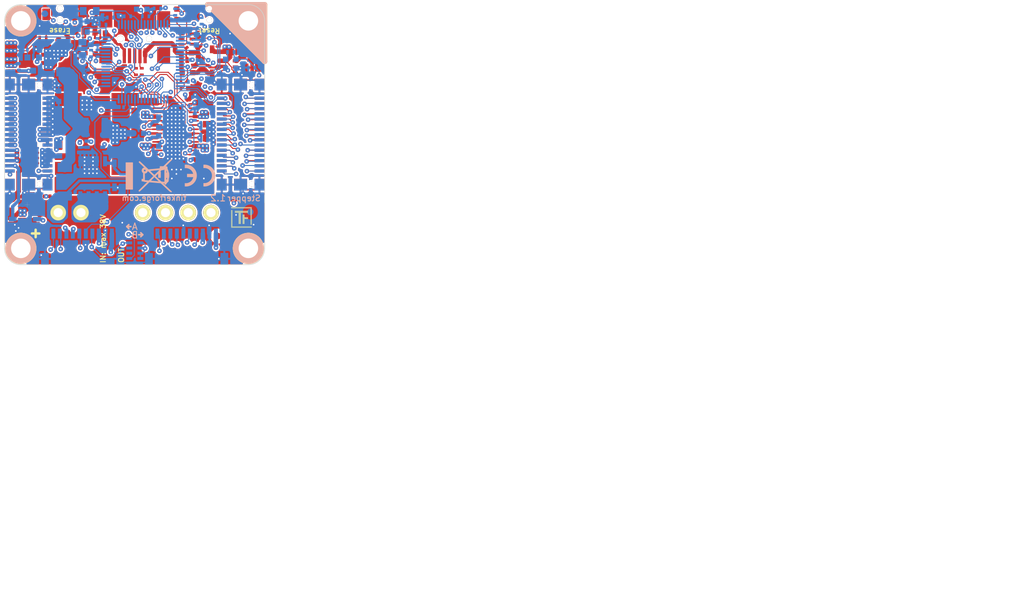
<source format=kicad_pcb>
(kicad_pcb (version 20221018) (generator pcbnew)
  (title_block (title "Stepper Brick") (date "5 jul 2013") (rev "1.2") (company "Tinkerforge GmbH") (comment 1 "Licensed under CERN OHL v.1.1") (comment 2 "Copyright (©) 2013, B.Nordmeyer <bastian@tinkerforge.com>"))
  (layers (0 "F.Cu" signal "Vorderseite") (1 "In1.Cu" signal "GND") (2 "In2.Cu" signal "VCC") (31 "B.Cu" signal "Rückseite") (34 "B.Paste" user) (35 "F.Paste" user) (36 "B.SilkS" user "B.Silkscreen") (37 "F.SilkS" user "F.Silkscreen") (38 "B.Mask" user) (39 "F.Mask" user) (44 "Edge.Cuts" user))
  (net 0 "")
  (net 1 "3V3")
  (net 2 "BRICKLET-I2C-SCL")
  (net 3 "BRICKLET-I2C-SDA")
  (net 4 "BRICKLET-IO0_0/AD0")
  (net 5 "BRICKLET-IO0_1")
  (net 6 "BRICKLET-IO0_2/PWM0")
  (net 7 "BRICKLET-IO0_3")
  (net 8 "BRICKLET-IO1_0/AD1")
  (net 9 "BRICKLET-IO1_1")
  (net 10 "BRICKLET-IO1_2/PWM1")
  (net 11 "BRICKLET-IO1_3")
  (net 12 "GND")
  (net 13 "PWR-CUR-SENSE")
  (net 14 "PWR-DAC-1/5")
  (net 15 "PWR-DAC-DECAY")
  (net 16 "PWR-DAC-VREF")
  (net 17 "PWR-DIR")
  (net 18 "PWR-ENABLE")
  (net 19 "PWR-HOME")
  (net 20 "PWR-RESET")
  (net 21 "PWR-SLEEP")
  (net 22 "PWR-SR")
  (net 23 "PWR-STEP")
  (net 24 "PWR-USM0")
  (net 25 "PWR-USM1")
  (net 26 "PWR-VEXT")
  (net 27 "PWR-VSTACK")
  (net 28 "PWR-VSTACK-SW")
  (net 29 "STACK-DETECT/JTAG-TMS")
  (net 30 "STACK-I2C-SCL/JTAG-TDO")
  (net 31 "STACK-I2C-SDA/JTAG-TDI")
  (net 32 "STACK-INT")
  (net 33 "STACK-PGND")
  (net 34 "STACK-PVCC")
  (net 35 "STACK-RESET")
  (net 36 "STACK-SER-RXD")
  (net 37 "STACK-SER-TXD")
  (net 38 "STACK-SPI-MISO")
  (net 39 "STACK-SPI-MOSI")
  (net 40 "STACK-SPI-SCLK")
  (net 41 "STACK-SPI-SELECT")
  (net 42 "STACK-SYNC/JTAG-TCK")
  (net 43 "USB-DETECT")
  (net 44 "VPP")
  (net 45 "VSTACK")
  (net 46 "VUSB")
  (net 47 "XIN")
  (net 48 "XOUT")
  (net 49 "Net-(C3-Pad1)")
  (net 50 "Net-(C6-Pad1)")
  (net 51 "Net-(C7-Pad2)")
  (net 52 "Net-(C8-Pad1)")
  (net 53 "Net-(C11-Pad2)")
  (net 54 "Net-(C12-Pad1)")
  (net 55 "Net-(C12-Pad2)")
  (net 56 "Net-(C13-Pad2)")
  (net 57 "Net-(C14-Pad1)")
  (net 58 "Net-(C23-Pad1)")
  (net 59 "Net-(C26-Pad2)")
  (net 60 "Net-(C31-Pad1)")
  (net 61 "Net-(C32-Pad1)")
  (net 62 "Net-(C35-Pad1)")
  (net 63 "Net-(D1-Pad2)")
  (net 64 "Net-(D2-Pad2)")
  (net 65 "Net-(D4-Pad2)")
  (net 66 "Net-(D4-Pad1)")
  (net 67 "Net-(D5-Pad1)")
  (net 68 "Net-(D6-Pad2)")
  (net 69 "Net-(FB1-Pad2)")
  (net 70 "Net-(FB2-Pad2)")
  (net 71 "Net-(FB4-Pad1)")
  (net 72 "Net-(FB5-Pad2)")
  (net 73 "Net-(J5-Pad4)")
  (net 74 "Net-(J5-Pad3)")
  (net 75 "Net-(J5-Pad2)")
  (net 76 "Net-(J6-Pad29)")
  (net 77 "Net-(J6-Pad27)")
  (net 78 "Net-(J6-Pad25)")
  (net 79 "Net-(J6-Pad23)")
  (net 80 "Net-(J6-Pad21)")
  (net 81 "Net-(J6-Pad17)")
  (net 82 "Net-(J6-Pad15)")
  (net 83 "Net-(J6-Pad13)")
  (net 84 "Net-(J6-Pad7)")
  (net 85 "Net-(J6-Pad6)")
  (net 86 "Net-(J6-Pad8)")
  (net 87 "Net-(J6-Pad10)")
  (net 88 "Net-(J6-Pad12)")
  (net 89 "Net-(J6-Pad14)")
  (net 90 "Net-(J6-Pad16)")
  (net 91 "Net-(J6-Pad18)")
  (net 92 "Net-(J6-Pad22)")
  (net 93 "Net-(J6-Pad24)")
  (net 94 "Net-(J6-Pad30)")
  (net 95 "Net-(J8-Pad29)")
  (net 96 "Net-(J8-Pad30)")
  (net 97 "Net-(L1-Pad1)")
  (net 98 "Net-(P1-Pad2)")
  (net 99 "Net-(P2-Pad2)")
  (net 100 "Net-(P2-Pad3)")
  (net 101 "Net-(P2-Pad4)")
  (net 102 "Net-(P2-Pad1)")
  (net 103 "Net-(R1-Pad2)")
  (net 104 "Net-(R2-Pad2)")
  (net 105 "Net-(R18-Pad2)")
  (net 106 "Net-(RP1-Pad2)")
  (net 107 "Net-(RP1-Pad3)")
  (net 108 "Net-(RP1-Pad5)")
  (net 109 "Net-(RP1-Pad6)")
  (net 110 "Net-(RP1-Pad7)")
  (net 111 "Net-(RP1-Pad8)")
  (net 112 "Net-(RP2-Pad6)")
  (net 113 "Net-(RP2-Pad7)")
  (net 114 "Net-(SW2-Pad1)")
  (net 115 "Net-(U1-Pad9)")
  (net 116 "Net-(U1-Pad34)")
  (net 117 "Net-(U1-Pad40)")
  (net 118 "Net-(U1-Pad50)")
  (net 119 "Net-(D3-Pad2)")
  (net 120 "Net-(Q2-PadG)")
  (footprint "kicad-libraries:3528-21" (layer "F.Cu") (at 130.22326 104.97566 -90)
    (fp_text reference "C15")
    (fp_text value "100µF")
  )
  (footprint "kicad-libraries:ELKO_103" (layer "F.Cu") (at 140.87348 87.376)
    (fp_text reference "C10")
    (fp_text value "330µF/50V")
  )
  (footprint "kicad-libraries:ELKO_103" (layer "F.Cu") (at 140.87348 97.97542)
    (fp_text reference "C9")
    (fp_text value "330µF/50V")
  )
  (footprint "kicad-libraries:D0603" (layer "F.Cu") (at 153.22296 74.27468 -90)
    (fp_text reference "D2")
    (fp_text value "red")
  )
  (footprint "kicad-libraries:D0603" (layer "F.Cu") (at 154.7241 74.27468 -90)
    (fp_text reference "D1")
    (fp_text value "blue")
  )
  (footprint "kicad-libraries:BTB08-ACS-TOP" (layer "F.Cu") (at 130.42392 92.77604 90)
    (fp_text reference "J8")
    (fp_text value "STACK-UP-HIGH")
  )
  (footprint "kicad-libraries:BTB08-ACS-TOP" (layer "F.Cu") (at 163.02228 92.77604 90)
    (fp_text reference "J6")
    (fp_text value "STACK-UP-HIGH")
  )
  (footprint "kicad-libraries:CRYSTAL_3225" (layer "F.Cu") (at 138.325 77.825 90)
    (fp_text reference "X1")
    (fp_text value "16Mhz")
  )
  (footprint "kicad-libraries:DRILL_NP" (layer "F.Cu") (at 129.2225 110.2741)
    (fp_text reference "J4" hide)
    (fp_text value "DRILL" hide)
  )
  (footprint "kicad-libraries:DRILL_NP" (layer "F.Cu") (at 164.2237 110.2741 90)
    (fp_text reference "J3" hide)
    (fp_text value "DRILL" hide)
  )
  (footprint "kicad-libraries:DRILL_NP" (layer "F.Cu") (at 164.2237 75.27544)
    (fp_text reference "J2" hide)
    (fp_text value "DRILL" hide)
  )
  (footprint "kicad-libraries:DRILL_NP" (layer "F.Cu") (at 129.2225 75.27544 90)
    (fp_text reference "J1" hide)
    (fp_text value "DRILL" hide)
  )
  (footprint "kicad-libraries:HTSSOP28" (layer "F.Cu") (at 153.0223 92.27566 90)
    (fp_text reference "U3")
    (fp_text value "DRV8811PWP")
  )
  (footprint "kicad-libraries:TACT-SWITCH" (layer "F.Cu") (at 135.22452 74.27468)
    (fp_text reference "SW2")
    (fp_text value "Erase")
  )
  (footprint "kicad-libraries:TACT-SWITCH" (layer "F.Cu") (at 158.22422 74.27468)
    (fp_text reference "SW1")
    (fp_text value "Reset")
  )
  (footprint "kicad-libraries:NR3030" (layer "F.Cu") (at 164.62248 79.87538)
    (fp_text reference "L1")
    (fp_text value "NR3015T4R7M")
  )
  (footprint "kicad-libraries:SOD-123" (layer "F.Cu") (at 158.65 81.5 90)
    (fp_text reference "D7")
    (fp_text value "B0520LW-7-F")
  )
  (footprint "kicad-libraries:OQ_4P" (layer "F.Cu") (at 153.22296 104.775)
    (fp_text reference "P2")
    (fp_text value "green")
  )
  (footprint "kicad-libraries:OQ_2P" (layer "F.Cu") (at 136.72312 104.775)
    (fp_text reference "P1")
    (fp_text value "black")
  )
  (footprint "kicad-libraries:SOD-123" (layer "F.Cu") (at 163.82492 102.67442 180)
    (fp_text reference "D8")
    (fp_text value "Z3.3V")
  )
  (footprint "kicad-libraries:USB-MINI-B-SMD" (layer "F.Cu") (at 146.74088 72.79386)
    (fp_text reference "J5")
    (fp_text value "USB-MINI-B-SMD")
  )
  (footprint "kicad-libraries:SOT23-5" (layer "F.Cu") (at 161.0233 82.37474 90)
    (fp_text reference "U4")
    (fp_text value "EUP3406")
  )
  (footprint "kicad-libraries:SOIC-8-MOSFET" (layer "F.Cu") (at 130.42392 81.12506 -90)
    (fp_text reference "Q2")
    (fp_text value "AO4421")
  )
  (footprint "kicad-libraries:4X0603" (layer "F.Cu") (at 154.775 77.675 90)
    (fp_text reference "RP1")
    (fp_text value "1k")
  )
  (footprint "kicad-libraries:Fiducial_Mark" (layer "F.Cu") (at 135.0264 78.27518)
    (fp_text reference "Fiducial_Mark" hide)
    (fp_text value "VAL**" hide)
  )
  (footprint "kicad-libraries:Fiducial_Mark" (layer "F.Cu") (at 159.5247 108.37672)
    (fp_text reference "Fiducial_Mark" hide)
    (fp_text value "VAL**" hide)
  )
  (footprint "kicad-libraries:Logo_31x31" (layer "F.Cu") (at 161.57448 103.92664)
    (fp_text reference "G***" hide)
    (fp_text value "Logo_31x31" hide)
  )
  (footprint "kicad-libraries:C0402" (layer "F.Cu") (at 138.8 80.275 180)
    (fp_text reference "C1")
    (fp_text value "9pF")
  )
  (footprint "kicad-libraries:C0402" (layer "F.Cu") (at 138.925 75.3)
    (fp_text reference "C2")
    (fp_text value "9pF")
  )
  (footprint "kicad-libraries:C0805" (layer "F.Cu") (at 161.42462 79.07528 90)
    (fp_text reference "C18")
    (fp_text value "10µF")
  )
  (footprint "kicad-libraries:C0805" (layer "F.Cu") (at 164.72408 82.4738 180)
    (fp_text reference "C29")
    (fp_text value "10µF/10V")
  )
  (footprint "kicad-libraries:C0603" (layer "F.Cu") (at 157.1 81.975 90)
    (fp_text reference "C34")
    (fp_text value "DNP")
  )
  (footprint "kicad-libraries:C0603" (layer "F.Cu") (at 154.675 80.2)
    (fp_text reference "C35")
    (fp_text value "DNP")
  )
  (footprint "kicad-libraries:C0603" (layer "F.Cu") (at 127.625 106.325 -90)
    (fp_text reference "C36")
    (fp_text value "DNP")
  )
  (footprint "kicad-libraries:C0603" (layer "F.Cu") (at 141.425 77.15)
    (fp_text reference "FB1")
    (fp_text value "FB")
  )
  (footprint "kicad-libraries:C0603" (layer "F.Cu") (at 140.675 79.55 -90)
    (fp_text reference "FB2")
    (fp_text value "FB")
  )
  (footprint "kicad-libraries:C0603" (layer "F.Cu") (at 154.85 83.25 180)
    (fp_text reference "FB3")
    (fp_text value "FB")
  )
  (footprint "kicad-libraries:C0603" (layer "F.Cu") (at 127.625 103.6 90)
    (fp_text reference "FB5")
    (fp_text value "FB")
  )
  (footprint "kicad-libraries:R0402" (layer "F.Cu") (at 147.82292 83.07578 -90)
    (fp_text reference "R1")
    (fp_text value "27")
  )
  (footprint "kicad-libraries:R0402" (layer "F.Cu") (at 146.92376 83.07578 -90)
    (fp_text reference "R2")
    (fp_text value "27")
  )
  (footprint "kicad-libraries:R0402" (layer "F.Cu") (at 154.35 84.55)
    (fp_text reference "R3")
    (fp_text value "1.8k")
  )
  (footprint "kicad-libraries:R0402" (layer "F.Cu") (at 154.35 85.625 180)
    (fp_text reference "R4")
    (fp_text value "2.7k")
  )
  (footprint "kicad-libraries:R0402" (layer "F.Cu") (at 132.6261 77.8764)
    (fp_text reference "R6")
    (fp_text value "10k")
  )
  (footprint "kicad-libraries:R0402" (layer "F.Cu") (at 132.6261 76.77658 180)
    (fp_text reference "R7")
    (fp_text value "1k")
  )
  (footprint "kicad-libraries:R0402" (layer "F.Cu") (at 134.22376 102.27564 180)
    (fp_text reference "R10")
    (fp_text value "10k")
  )
  (footprint "kicad-libraries:R0402" (layer "F.Cu") (at 132.32384 102.27564 180)
    (fp_text reference "R11")
    (fp_text value "1k")
  )
  (footprint "kicad-libraries:R1206" (layer "F.Cu") (at 158.0261 89.6747 -90)
    (fp_text reference "R20")
    (fp_text value "0.15")
  )
  (footprint "kicad-libraries:R1206" (layer "F.Cu") (at 158.0261 94.85122 -90)
    (fp_text reference "R21")
    (fp_text value "0.15")
  )
  (footprint "kicad-libraries:heatsink" (layer "F.Cu") (at 153.25 93.575 90)
    (fp_text reference "REF**")
    (fp_text value "heatsink")
  )
  (footprint "kicad-libraries:0402" (layer "B.Cu") (at 128.92532 82.35188 90)
    (fp_text reference "R8")
    (fp_text value "10k")
  )
  (footprint "kicad-libraries:BTB08-ACS-BTM" (layer "B.Cu") (at 130.42392 92.77604 -90)
    (fp_text reference "J9")
    (fp_text value "STACK-DOWN")
  )
  (footprint "kicad-libraries:BTB08-ACS-BTM" (layer "B.Cu") (at 163.02228 92.77604 -90)
    (fp_text reference "J7")
    (fp_text value "STACK-DOWN")
  )
  (footprint "kicad-libraries:LQFP64" (layer "B.Cu") (at 148.02358 81.57464)
    (fp_text reference "U1")
    (fp_text value "AT91SAM3SXB")
  )
  (footprint "kicad-libraries:CON-SENSOR" (layer "B.Cu") (at 138.72464 112.776 180)
    (fp_text reference "P3")
    (fp_text value "CON-SENSOR")
  )
  (footprint "kicad-libraries:SOD-123" (layer "B.Cu") (at 129.82448 105.77576 180)
    (fp_text reference "D6")
    (fp_text value "B0520LW-7-F")
  )
  (footprint "kicad-libraries:SOD-128" (layer "B.Cu") (at 135.97382 100.0252 -90)
    (fp_text reference "D5")
    (fp_text value "PMEG4050BEP")
  )
  (footprint "kicad-libraries:SOD-128" (layer "B.Cu") (at 135.77316 80.9244 90)
    (fp_text reference "D4")
    (fp_text value "PMEG4050BEP")
  )
  (footprint "kicad-libraries:SOD-123" (layer "B.Cu") (at 143.6243 99.02444 90)
    (fp_text reference "D3")
    (fp_text value "Z12V")
  )
  (footprint "kicad-libraries:SOT23-5" (layer "B.Cu") (at 140.62456 93.77426 90)
    (fp_text reference "U2")
    (fp_text value "ZXCT1086")
  )
  (footprint "kicad-libraries:SOIC-8-MOSFET" (layer "B.Cu") (at 140.27404 99.57562)
    (fp_text reference "Q1")
    (fp_text value "FDS8449")
  )
  (footprint "kicad-libraries:CON-SENSOR" (layer "B.Cu") (at 154.7241 112.776 180)
    (fp_text reference "P4")
    (fp_text value "CON-SENSOR")
  )
  (footprint "kicad-libraries:SOT23GDS" (layer "B.Cu") (at 131.12242 81.92516 180)
    (fp_text reference "Q3")
    (fp_text value "2N7002")
  )
  (footprint "kicad-libraries:4X0603" (layer "B.Cu") (at 146.75 110.625 90)
    (fp_text reference "RP2")
    (fp_text value "1k")
  )
  (footprint "kicad-libraries:Fiducial_Mark" (layer "B.Cu") (at 132.92582 74.17562)
    (fp_text reference "Fiducial_Mark" hide)
    (fp_text value "VAL**" hide)
  )
  (footprint "kicad-libraries:Fiducial_Mark" (layer "B.Cu") (at 164.52596 104.67594)
    (fp_text reference "Fiducial_Mark" hide)
    (fp_text value "VAL**" hide)
  )
  (footprint "kicad-libraries:WEEE_7mm" (layer "B.Cu") (at 148.925 99.125 90)
    (fp_text reference "VAL" hide)
    (fp_text value "WEEE_7mm" hide)
  )
  (footprint "kicad-libraries:CE_5mm" (layer "B.Cu") (at 156.75 99.075 180)
    (fp_text reference "VAL" hide)
    (fp_text value "CE_5mm" hide)
  )
  (footprint "kicad-libraries:C0402" (layer "B.Cu") (at 155.10002 87.02548)
    (fp_text reference "C3")
    (fp_text value "100nF")
  )
  (footprint "kicad-libraries:C0402" (layer "B.Cu") (at 141.02334 78.47584 -90)
    (fp_text reference "C4")
    (fp_text value "100nF")
  )
  (footprint "kicad-libraries:C0402" (layer "B.Cu") (at 155.97378 90.07602 -90)
    (fp_text reference "C5")
    (fp_text value "100nF")
  )
  (footprint "kicad-libraries:C0402" (layer "B.Cu") (at 157.39872 92.77604)
    (fp_text reference "C6")
    (fp_text value "1nF")
  )
  (footprint "kicad-libraries:C0603" (layer "B.Cu") (at 150.42388 90.87612 90)
    (fp_text reference "C7")
    (fp_text value "220nF")
  )
  (footprint "kicad-libraries:C0402" (layer "B.Cu") (at 157.39872 90.97518)
    (fp_text reference "C8")
    (fp_text value "1nF")
  )
  (footprint "kicad-libraries:C0402" (layer "B.Cu") (at 154.57424 88.34882)
    (fp_text reference "C11")
    (fp_text value "100nF")
  )
  (footprint "kicad-libraries:C0603" (layer "B.Cu") (at 150.42388 93.77426 -90)
    (fp_text reference "C12")
    (fp_text value "220nF")
  )
  (footprint "kicad-libraries:C0603" (layer "B.Cu") (at 147.32254 92.57538)
    (fp_text reference "C13")
    (fp_text value "220nF")
  )
  (footprint "kicad-libraries:C0402" (layer "B.Cu") (at 155.14828 96.55048 180)
    (fp_text reference "C14")
    (fp_text value "100nF")
  )
  (footprint "kicad-libraries:C0805" (layer "B.Cu") (at 139.82446 73.7743 180)
    (fp_text reference "C16")
    (fp_text value "10µF")
  )
  (footprint "kicad-libraries:C0402" (layer "B.Cu") (at 145.62328 74.5744 180)
    (fp_text reference "C17")
    (fp_text value "100nF")
  )
  (footprint "kicad-libraries:C0603" (layer "B.Cu") (at 156.2227 78.17612 90)
    (fp_text reference "C19")
    (fp_text value "4.7µF")
  )
  (footprint "kicad-libraries:C0402" (layer "B.Cu") (at 155.02382 78.17612 90)
    (fp_text reference "C20")
    (fp_text value "100nF")
  )
  (footprint "kicad-libraries:C0402" (layer "B.Cu") (at 145.52422 88.57488 180)
    (fp_text reference "C21")
    (fp_text value "100nF")
  )
  (footprint "kicad-libraries:C0402" (layer "B.Cu") (at 141.02334 80.27416 90)
    (fp_text reference "C22")
    (fp_text value "100nF")
  )
  (footprint "kicad-libraries:C0603" (layer "B.Cu") (at 147.82292 73.47458)
    (fp_text reference "C23")
    (fp_text value "2.2µF")
  )
  (footprint "kicad-libraries:C0402" (layer "B.Cu") (at 148.42236 74.5744)
    (fp_text reference "C24")
    (fp_text value "100nF")
  )
  (footprint "kicad-libraries:C0402" (layer "B.Cu") (at 150.22322 73.37552 180)
    (fp_text reference "C25")
    (fp_text value "100nF")
  )
  (footprint "kicad-libraries:C0402" (layer "B.Cu") (at 161.52368 80.07604 180)
    (fp_text reference "C26")
    (fp_text value "DNP")
  )
  (footprint "kicad-libraries:C0402" (layer "B.Cu") (at 155.82392 81.27492)
    (fp_text reference "C27")
    (fp_text value "100nF")
  )
  (footprint "kicad-libraries:C0402" (layer "B.Cu") (at 140.12418 82.77606 180)
    (fp_text reference "C28")
    (fp_text value "100nF")
  )
  (footprint "kicad-libraries:C0402" (layer "B.Cu") (at 164.72408 82.4738 180)
    (fp_text reference "C30")
    (fp_text value "100nF")
  )
  (footprint "kicad-libraries:C0603" (layer "B.Cu") (at 139.42314 76.1746 90)
    (fp_text reference "C31")
    (fp_text value "4.7µF")
  )
  (footprint "kicad-libraries:C0402" (layer "B.Cu") (at 141.82344 75.87488 180)
    (fp_text reference "C32")
    (fp_text value "100nF")
  )
  (footprint "kicad-libraries:C0402" (layer "B.Cu") (at 143.02232 74.77506 180)
    (fp_text reference "C33")
    (fp_text value "100nF")
  )
  (footprint "kicad-libraries:C0603" (layer "B.Cu") (at 135.175 95.25 90)
    (fp_text reference "FB4")
    (fp_text value "FB")
  )
  (footprint "kicad-libraries:C0805" (layer "B.Cu") (at 138.69924 79.57566 90)
    (fp_text reference "L2")
    (fp_text value "LBR2012T100K")
  )
  (footprint "kicad-libraries:C0603" (layer "B.Cu") (at 135.04926 86.87562 90)
    (fp_text reference "R5")
    (fp_text value "FB")
  )
  (footprint "kicad-libraries:R0402" (layer "B.Cu") (at 145.1229 99.37496 90)
    (fp_text reference "R9")
    (fp_text value "100k")
  )
  (footprint "kicad-libraries:R0402" (layer "B.Cu") (at 140.02512 80.2767 90)
    (fp_text reference "R12")
    (fp_text value "10k")
  )
  (footprint "kicad-libraries:R0402" (layer "B.Cu") (at 130.72618 79.72552 180)
    (fp_text reference "R13")
    (fp_text value "1k")
  )
  (footprint "kicad-libraries:R0402" (layer "B.Cu") (at 155.4988 84.65058)
    (fp_text reference "R14")
    (fp_text value "2.7k")
  )
  (footprint "kicad-libraries:R0402" (layer "B.Cu") (at 157.39872 93.6752)
    (fp_text reference "R15")
    (fp_text value "47k")
  )
  (footprint "kicad-libraries:R0402" (layer "B.Cu") (at 152.97404 73.9267 -90)
    (fp_text reference "R16")
    (fp_text value "1k")
  )
  (footprint "kicad-libraries:R1206" (layer "B.Cu") (at 140.64996 90.97518 180)
    (fp_text reference "R17")
    (fp_text value "0.01")
  )
  (footprint "kicad-libraries:R0402" (layer "B.Cu") (at 138.32586 94.27464 -90)
    (fp_text reference "R18")
    (fp_text value "10k")
  )
  (footprint "kicad-libraries:R0402" (layer "B.Cu") (at 157.39872 91.87688)
    (fp_text reference "R19")
    (fp_text value "47k")
  )
  (footprint "kicad-libraries:R0402" (layer "B.Cu") (at 157.02534 75.27544 90)
    (fp_text reference "R22")
    (fp_text value "1k")
  )
  (footprint "kicad-libraries:R0603" (layer "B.Cu") (at 161.52368 81.17586 180)
    (fp_text reference "R23")
    (fp_text value "0")
  )
  (footprint "kicad-libraries:R0603" (layer "B.Cu") (at 161.52368 82.5754)
    (fp_text reference "R24")
    (fp_text value "DNP")
  )
  (footprint "kicad-libraries:R0402" (layer "B.Cu") (at 141.82598 76.9747)
    (fp_text reference "R25")
    (fp_text value "1R0")
  )
  (gr_line (start 147.82592 108.17484) (end 147.97578 108.17484) (stroke (width 0.24892)) (layer "B.SilkS"))
  (gr_line (start 147.97578 108.17484) (end 147.67606 107.87512) (stroke (width 0.24892)) (layer "B.SilkS"))
  (gr_line (start 147.97578 108.17484) (end 147.67606 108.47456) (stroke (width 0.24892)) (layer "B.SilkS"))
  (gr_line (start 147.35134 108.17484) (end 147.80092 108.17484) (stroke (width 0.24892)) (layer "B.SilkS"))
  (gr_line (start 161.8488 74.47534) (end 165.0746 74.47534) (stroke (width 0.8001)) (layer "B.SilkS"))
  (gr_line (start 160.55086 73.9013) (end 165.60038 73.9013) (stroke (width 0.8001)) (layer "B.SilkS"))
  (gr_line (start 165.60038 73.9013) (end 165.60038 78.22692) (stroke (width 0.8001)) (layer "B.SilkS"))
  (gr_line (start 164.65042 74.95032) (end 164.65042 75.95108) (stroke (width 0.8001)) (layer "B.SilkS"))
  (gr_line (start 162.99942 74.95032) (end 164.65042 74.95032) (stroke (width 0.8001)) (layer "B.SilkS"))
  (gr_line (start 165.60038 78.22692) (end 161.8488 74.47534) (stroke (width 0.8001)) (layer "B.SilkS"))
  (gr_line (start 145.67408 106.92516) (end 145.52422 106.92516) (stroke (width 0.24892)) (layer "B.SilkS"))
  (gr_line (start 166.7256 81.52638) (end 157.9753 72.77608) (stroke (width 0.8001)) (layer "B.SilkS"))
  (gr_line (start 164.65042 75.95108) (end 164.12464 75.4253) (stroke (width 0.8001)) (layer "B.SilkS"))
  (gr_line (start 145.52422 106.92516) (end 145.82394 106.62544) (stroke (width 0.24892)) (layer "B.SilkS"))
  (gr_line (start 166.17442 73.30186) (end 166.17442 79.52486) (stroke (width 0.8001)) (layer "B.SilkS"))
  (gr_line (start 164.12464 75.4253) (end 164.12464 75.30084) (stroke (width 0.8001)) (layer "B.SilkS"))
  (gr_line (start 165.0746 77.0255) (end 162.99942 74.95032) (stroke (width 0.8001)) (layer "B.SilkS"))
  (gr_line (start 157.9753 72.77608) (end 166.7256 72.77608) (stroke (width 0.8001)) (layer "B.SilkS"))
  (gr_line (start 166.17442 79.52486) (end 160.55086 73.9013) (stroke (width 0.8001)) (layer "B.SilkS"))
  (gr_line (start 159.27578 73.30186) (end 166.17442 73.30186) (stroke (width 0.8001)) (layer "B.SilkS"))
  (gr_line (start 166.7256 72.77608) (end 166.7256 81.52638) (stroke (width 0.8001)) (layer "B.SilkS"))
  (gr_line (start 146.14866 106.92516) (end 145.69908 106.92516) (stroke (width 0.24892)) (layer "B.SilkS"))
  (gr_line (start 145.52422 106.92516) (end 145.82394 107.22488) (stroke (width 0.24892)) (layer "B.SilkS"))
  (gr_line (start 166.17442 80.2005) (end 159.27578 73.30186) (stroke (width 0.8001)) (layer "B.SilkS"))
  (gr_line (start 165.0746 74.47534) (end 165.0746 77.0255) (stroke (width 0.8001)) (layer "B.SilkS"))
  (gr_line (start 165.9001 73.77684) (end 159.99968 73.77684) (stroke (width 0.8001)) (layer "F.SilkS"))
  (gr_line (start 166.47414 73.25106) (end 158.75 73.25106) (stroke (width 0.8001)) (layer "F.SilkS"))
  (gr_line (start 164.3507 75.5015) (end 163.74872 75.5015) (stroke (width 0.8001)) (layer "F.SilkS"))
  (gr_line (start 166.34968 80.85074) (end 165.9001 80.40116) (stroke (width 0.8001)) (layer "F.SilkS"))
  (gr_line (start 166.47414 80.92694) (end 166.47414 73.25106) (stroke (width 0.8001)) (layer "F.SilkS"))
  (gr_line (start 162.60064 75.02652) (end 164.3507 76.77658) (stroke (width 0.8001)) (layer "F.SilkS"))
  (gr_line (start 160.82518 74.10196) (end 160.92424 74.20102) (stroke (width 0.8001)) (layer "F.SilkS"))
  (gr_line (start 164.89934 75.02652) (end 162.60064 75.02652) (stroke (width 0.8001)) (layer "F.SilkS"))
  (gr_line (start 165.44798 79.22514) (end 165.44798 74.40168) (stroke (width 0.8001)) (layer "F.SilkS"))
  (gr_line (start 166.7256 81.52638) (end 157.9753 72.77608) (stroke (width 0.8001)) (layer "F.SilkS"))
  (gr_line (start 164.89934 77.97546) (end 164.89934 75.02652) (stroke (width 0.8001)) (layer "F.SilkS"))
  (gr_line (start 157.9753 72.77608) (end 166.7256 72.77608) (stroke (width 0.8001)) (layer "F.SilkS"))
  (gr_line (start 165.9001 80.40116) (end 165.9001 73.77684) (stroke (width 0.8001)) (layer "F.SilkS"))
  (gr_line (start 165.44798 74.40168) (end 161.32556 74.40168) (stroke (width 0.8001)) (layer "F.SilkS"))
  (gr_line (start 164.3507 76.77658) (end 164.3507 75.5015) (stroke (width 0.8001)) (layer "F.SilkS"))
  (gr_line (start 161.32556 74.40168) (end 164.89934 77.97546) (stroke (width 0.8001)) (layer "F.SilkS"))
  (gr_line (start 158.75 73.25106) (end 166.34968 80.85074) (stroke (width 0.8001)) (layer "F.SilkS"))
  (gr_line (start 159.99968 73.77684) (end 165.44798 79.22514) (stroke (width 0.8001)) (layer "F.SilkS"))
  (gr_line (start 163.74872 75.5015) (end 163.74872 75.54976) (stroke (width 0.8001)) (layer "F.SilkS"))
  (gr_line (start 160.92424 74.20102) (end 161.02584 74.20102) (stroke (width 0.8001)) (layer "F.SilkS"))
  (gr_line (start 166.7256 72.77608) (end 166.7256 81.52638) (stroke (width 0.8001)) (layer "F.SilkS"))
  (gr_line (start 129.2225 112.776) (end 164.2237 112.776) (stroke (width 0.09906)) (layer "Edge.Cuts"))
  (gr_line (start 164.2237 72.77608) (end 129.2225 72.77608) (stroke (width 0.09906)) (layer "Edge.Cuts"))
  (gr_arc (start 164.2237 72.77608) (mid 165.991014 73.508126) (end 166.72306 75.27544) (stroke (width 0.09906)) (layer "Edge.Cuts"))
  (gr_line (start 166.72306 110.2741) (end 166.72306 75.27544) (stroke (width 0.09906)) (layer "Edge.Cuts"))
  (gr_arc (start 126.72314 75.27544) (mid 127.455186 73.508126) (end 129.2225 72.77608) (stroke (width 0.09906)) (layer "Edge.Cuts"))
  (gr_line (start 126.72314 75.27544) (end 126.72314 110.2741) (stroke (width 0.09906)) (layer "Edge.Cuts"))
  (gr_arc (start 129.2225 112.776) (mid 127.45339 112.04321) (end 126.7206 110.2741) (stroke (width 0.09906)) (layer "Edge.Cuts"))
  (gr_arc (start 166.72306 110.2741) (mid 165.991014 112.041414) (end 164.2237 112.77346) (stroke (width 0.09906)) (layer "Edge.Cuts"))
  (gr_text "Stepper" (at 163.5506 102.54996) (layer "B.SilkS") (effects (font (size 0.89916 0.89916) (thickness 0.14986)) (justify mirror)))
  (gr_text "B" (at 146.75 108.225) (layer "B.SilkS") (effects (font (size 1.00076 1.00076) (thickness 0.14986)) (justify mirror)))
  (gr_text "tinkerforge.com" (at 149.725 102.525) (layer "B.SilkS") (effects (font (size 0.8509 0.8509) (thickness 0.14986)) (justify mirror)))
  (gr_text "1.2" (at 159.5501 102.5271) (layer "B.SilkS") (effects (font (size 1.00076 1.00076) (thickness 0.14986)) (justify mirror)))
  (gr_text "A" (at 146.75 106.925) (layer "B.SilkS") (effects (font (size 1.00076 1.00076) (thickness 0.14986)) (justify mirror)))
  (gr_text "+" (at 131.50088 107.87634) (layer "F.SilkS") (effects (font (size 1.50114 1.50114) (thickness 0.37592))))
  (gr_text "Reset" (at 158.22676 76.82484 180) (layer "F.SilkS") (effects (font (size 0.8001 0.8001) (thickness 0.14986))))
  (gr_text "OUT" (at 144.67586 111.32566 90) (layer "F.SilkS") (effects (font (size 0.8001 0.8001) (thickness 0.14986))))
  (gr_text "IN: max 38V" (at 141.87424 108.7755 90) (layer "F.SilkS") (effects (font (size 0.8001 0.8001) (thickness 0.14986))))
  (gr_text "Erase" (at 135.22452 76.80198 180) (layer "F.SilkS") (effects (font (size 0.8001 0.8001) (thickness 0.14986))))
  (segment (start 137.22604 75.17638) (end 137.22604 74.27468) (width 0.1524) (layer "F.Cu") (net 1))
  (segment (start 161.3027 94.3737) (end 161.84118 94.91218) (width 0.1524) (layer "F.Cu") (net 1))
  (segment (start 165.72484 82.4738) (end 165.862 82.61096) (width 0.1524) (layer "F.Cu") (net 1))
  (segment (start 165.862 82.61096) (end 165.862 83.6549) (width 0.1524) (layer "F.Cu") (net 1))
  (segment (start 161.99612 102.69474) (end 161.9758 102.67442) (width 0.70104) (layer "F.Cu") (net 1))
  (segment (start 137.52322 75.47356) (end 137.22604 75.17638) (width 0.1524) (layer "F.Cu") (net 1))
  (segment (start 160.12414 94.3737) (end 161.3027 94.3737) (width 0.1524) (layer "F.Cu") (net 1))
  (segment (start 165.7223 79.87538) (end 165.7223 82.47126) (width 0.70104) (layer "F.Cu") (net 1))
  (segment (start 165.7223 82.47126) (end 165.72484 82.4738) (width 0.70104) (layer "F.Cu") (net 1))
  (segment (start 154.64028 73.47458) (end 153.95702 74.15784) (width 0.1524) (layer "F.Cu") (net 1))
  (segment (start 153.27376 73.47458) (end 153.22296 73.47458) (width 0.1524) (layer "F.Cu") (net 1))
  (segment (start 162.433 94.91218) (end 162.60826 95.08744) (width 0.1524) (layer "F.Cu") (net 1))
  (segment (start 155.82138 90.6526) (end 155.22702 90.6526) (width 0.1524) (layer "F.Cu") (net 1))
  (segment (start 155.22702 90.6526) (end 155.4226 90.65006) (width 0.1524) (layer "F.Cu") (net 1))
  (segment (start 137.22604 74.27468) (end 137.2235 74.27468) (width 0.1524) (layer "F.Cu") (net 1))
  (segment (start 153.95702 74.15784) (end 153.27376 73.47458) (width 0.1524) (layer "F.Cu") (net 1))
  (segment (start 161.99612 103.31958) (end 161.99612 102.69474) (width 0.70104) (layer "F.Cu") (net 1))
  (segment (start 161.84118 94.91218) (end 162.433 94.91218) (width 0.1524) (layer "F.Cu") (net 1))
  (segment (start 137.52322 75.52436) (end 137.52322 75.47356) (width 0.1524) (layer "F.Cu") (net 1))
  (segment (start 154.7241 73.47458) (end 154.64028 73.47458) (width 0.1524) (layer "F.Cu") (net 1))
  (via (at 141.25702 109.48924) (size 0.70104) (drill 0.24892) (layers "F.Cu" "B.Cu") (net 1))
  (via (at 153.95702 74.15784) (size 0.70104) (drill 0.24892) (layers "F.Cu" "B.Cu") (net 1))
  (via (at 161.99612 103.31958) (size 0.70104) (drill 0.24892) (layers "F.Cu" "B.Cu") (net 1))
  (via (at 157.725 79.075) (size 0.70104) (drill 0.24892) (layers "F.Cu" "B.Cu") (net 1))
  (via (at 138.36396 110.23092) (size 0.70104) (drill 0.24892) (layers "F.Cu" "B.Cu") (net 1))
  (via (at 140.15466 74.03846) (size 0.70104) (drill 0.24892) (layers "F.Cu" "B.Cu") (net 1))
  (via (at 157.18028 109.38002) (size 0.70104) (drill 0.24892) (layers "F.Cu" "B.Cu") (net 1))
  (via (at 162.60826 95.08744) (size 0.70104) (drill 0.24892) (layers "F.Cu" "B.Cu") (net 1))
  (via (at 137.52322 75.52436) (size 0.70104) (drill 0.24892) (layers "F.Cu" "B.Cu") (net 1))
  (via (at 148.34108 110.29442) (size 0.70104) (drill 0.24892) (layers "F.Cu" "B.Cu") (net 1))
  (via (at 165.862 83.6549) (size 0.70104) (drill 0.24892) (layers "F.Cu" "B.Cu") (net 1))
  (via (at 140.775 81.45) (size 0.70104) (drill 0.24892) (layers "F.Cu" "B.Cu") (net 1))
  (via (at 141.58722 89.0524) (size 0.70104) (drill 0.24892) (layers "F.Cu" "B.Cu") (net 1))
  (via (at 155.4226 90.65006) (size 0.70104) (drill 0.24892) (layers "F.Cu" "B.Cu") (net 1))
  (via (at 132.6388 105.96626) (size 0.70104) (drill 0.24892) (layers "F.Cu" "B.Cu") (net 1))
  (via (at 142.09268 94.2848) (size 0.70104) (drill 0.24892) (layers "F.Cu" "B.Cu") (net 1))
  (segment (start 157.62622 78.97622) (end 157.725 79.075) (width 0.14986) (layer "B.Cu") (net 1))
  (segment (start 147.6691 110.29442) (end 147.6009 110.22622) (width 0.14986) (layer "B.Cu") (net 1))
  (segment (start 147.90122 111.02378) (end 148.34108 110.58392) (width 0.14986) (layer "B.Cu") (net 1))
  (segment (start 148.34108 110.58392) (end 148.34108 110.29442) (width 0.14986) (layer "B.Cu") (net 1))
  (segment (start 148.07612 109.42612) (end 148.34108 109.69108) (width 0.14986) (layer "B.Cu") (net 1))
  (segment (start 148.34108 109.69108) (end 148.34108 110.29442) (width 0.14986) (layer "B.Cu") (net 1))
  (segment (start 143.5227 73.7743) (end 140.82522 73.7743) (width 0.1524) (layer "B.Cu") (net 1))
  (segment (start 146.0246 88.57488) (end 145.77568 88.32596) (width 0.1524) (layer "B.Cu") (net 1))
  (segment (start 141.72184 89.18702) (end 141.58722 89.0524) (width 0.1524) (layer "B.Cu") (net 1))
  (segment (start 162.02406 80.07604) (end 162.02406 80.87614) (width 0.1524) (layer "B.Cu") (net 1))
  (segment (start 145.77568 88.32596) (end 145.77568 87.29726) (width 0.1524) (layer "B.Cu") (net 1))
  (segment (start 147.27428 75.20432) (end 147.27428 75.85202) (width 0.1524) (layer "B.Cu") (net 1))
  (segment (start 140.56106 74.03846) (end 140.15466 74.03846) (width 0.1524) (layer "B.Cu") (net 1))
  (segment (start 156.2227 78.97622) (end 157.62622 78.97622) (width 0.14986) (layer "B.Cu") (net 1))
  (segment (start 145.41246 89.18702) (end 141.72184 89.18702) (width 0.1524) (layer "B.Cu") (net 1))
  (segment (start 141.25702 109.48924) (end 141.25702 108.03382) (width 0.70104) (layer "B.Cu") (net 1))
  (segment (start 132.6388 105.96626) (end 132.4483 105.77576) (width 0.50038) (layer "B.Cu") (net 1))
  (segment (start 146.64436 74.5744) (end 147.27428 75.20432) (width 0.1524) (layer "B.Cu") (net 1))
  (segment (start 153.7462 78.32598) (end 154.6733 78.32598) (width 0.1524) (layer "B.Cu") (net 1))
  (segment (start 142.09268 94.52864) (end 142.09268 94.2848) (width 0.1524) (layer "B.Cu") (net 1))
  (segment (start 141.89456 94.72676) (end 142.09268 94.52864) (width 0.1524) (layer "B.Cu") (net 1))
  (segment (start 143.5227 73.7743) (end 143.5227 74.77506) (width 0.1524) (layer "B.Cu") (net 1))
  (segment (start 144.27454 75.5269) (end 144.27454 75.85202) (width 0.1524) (layer "B.Cu") (net 1))
  (segment (start 152.97404 73.42632) (end 153.57602 73.42632) (width 0.1524) (layer "B.Cu") (net 1))
  (segment (start 132.4483 105.77576) (end 131.6736 105.77576) (width 0.50038) (layer "B.Cu") (net 1))
  (segment (start 157.22346 109.33684) (end 157.22346 108.0008) (width 0.70104) (layer "B.Cu") (net 1))
  (segment (start 142.25016 80.77454) (end 142.30096 80.82534) (width 0.1524) (layer "B.Cu") (net 1))
  (segment (start 146.12366 74.5744) (end 145.32356 73.7743) (width 0.1524) (layer "B.Cu") (net 1))
  (segment (start 146.0246 88.57488) (end 145.41246 89.18702) (width 0.1524) (layer "B.Cu") (net 1))
  (segment (start 143.5227 74.77506) (end 144.27454 75.5269) (width 0.1524) (layer "B.Cu") (net 1))
  (segment (start 155.02382 78.6765) (end 155.32354 78.97622) (width 0.1524) (layer "B.Cu") (net 1))
  (segment (start 162.02406 80.87614) (end 162.32378 81.17586) (width 0.1524) (layer "B.Cu") (net 1))
  (segment (start 153.95702 73.80732) (end 153.95702 74.15784) (width 0.1524) (layer "B.Cu") (net 1))
  (segment (start 147.6009 111.82388) (end 147.6009 111.02378) (width 0.14986) (layer "B.Cu") (net 1))
  (segment (start 155.32354 78.97622) (end 156.2227 78.97622) (width 0.1524) (layer "B.Cu") (net 1))
  (segment (start 138.36396 110.23092) (end 138.36396 108.1405) (width 0.1524) (layer "B.Cu") (net 1))
  (segment (start 155.97378 90.5764) (end 155.49626 90.5764) (width 0.1524) (layer "B.Cu") (net 1))
  (segment (start 157.18028 109.38002) (end 157.22346 109.33684) (width 0.1524) (layer "B.Cu") (net 1))
  (segment (start 140.82522 73.7743) (end 140.56106 74.03846) (width 0.1524) (layer "B.Cu") (net 1))
  (segment (start 153.57602 73.42632) (end 153.95702 73.80732) (width 0.1524) (layer "B.Cu") (net 1))
  (segment (start 162.32378 81.17586) (end 163.92652 81.17586) (width 0.1524) (layer "B.Cu") (net 1))
  (segment (start 163.92652 81.17586) (end 165.22446 82.4738) (width 0.1524) (layer "B.Cu") (net 1))
  (segment (start 140.78712 81.01076) (end 140.775 81.45) (width 0.1524) (layer "B.Cu") (net 1))
  (segment (start 147.6009 109.42612) (end 148.07612 109.42612) (width 0.14986) (layer "B.Cu") (net 1))
  (segment (start 138.36396 108.1405) (end 138.22426 108.0008) (width 0.1524) (layer "B.Cu") (net 1))
  (segment (start 165.22446 82.4738) (end 165.862 83.11134) (width 0.1524) (layer "B.Cu") (net 1))
  (segment (start 141.02334 80.77454) (end 142.25016 80.77454) (width 0.1524) (layer "B.Cu") (net 1))
  (segment (start 141.25702 108.03382) (end 141.224 108.0008) (width 0.1524) (layer "B.Cu") (net 1))
  (segment (start 148.34108 110.29442) (end 147.6691 110.29442) (width 0.14986) (layer "B.Cu") (net 1))
  (segment (start 154.6733 78.32598) (end 155.02382 78.6765) (width 0.1524) (layer "B.Cu") (net 1))
  (segment (start 147.6009 111.02378) (end 147.90122 111.02378) (width 0.14986) (layer "B.Cu") (net 1))
  (segment (start 141.02334 80.77454) (end 140.78712 81.01076) (width 0.1524) (layer "B.Cu") (net 1))
  (segment (start 155.49626 90.5764) (end 155.4226 90.65006) (width 0.1524) (layer "B.Cu") (net 1))
  (segment (start 145.32356 73.7743) (end 143.5227 73.7743) (width 0.1524) (layer "B.Cu") (net 1))
  (segment (start 165.862 83.11134) (end 165.862 83.6549) (width 0.1524) (layer "B.Cu") (net 1))
  (segment (start 146.12366 74.5744) (end 146.64436 74.5744) (width 0.1524) (layer "B.Cu") (net 1))
  (via (at 150.91918 84.20862) (size 0.70104) (drill 0.24892) (layers "F.Cu" "B.Cu") (net 2))
  (via (at 144.9 109.55) (size 0.70104) (drill 0.24892) (layers "F.Cu" "B.Cu") (net 2))
  (via (at 155.95092 109.70514) (size 0.70104) (drill 0.24892) (layers "F.Cu" "B.Cu") (net 2))
  (via (at 140.12164 110.06328) (size 0.70104) (drill 0.24892) (layers "F.Cu" "B.Cu") (net 2))
  (segment (start 143.85948 110.41552) (end 144.84888 109.42612) (width 0.14986) (layer "B.Cu") (net 2))
  (segment (start 144.84888 109.42612) (end 145.8991 109.42612) (width 0.14986) (layer "B.Cu") (net 2))
  (segment (start 145.02388 109.42612) (end 144.9 109.55) (width 0.14986) (layer "B.Cu") (net 2))
  (segment (start 156.22524 108.0008) (end 156.22524 109.43082) (width 0.1524) (layer "B.Cu") (net 2))
  (segment (start 156.22524 109.43082) (end 155.95092 109.70514) (width 0.1524) (layer "B.Cu") (net 2))
  (segment (start 145.02388 109.42612) (end 145.8991 109.42612) (width 0.14986) (layer "B.Cu") (net 2))
  (segment (start 140.12164 110.06328) (end 141.50848 111.45012) (width 0.1524) (layer "B.Cu") (net 2))
  (segment (start 140.12164 110.06328) (end 140.12164 108.10494) (width 0.1524) (layer "B.Cu") (net 2))
  (segment (start 143.64208 110.92688) (end 143.85948 110.70948) (width 0.1524) (layer "B.Cu") (net 2))
  (segment (start 140.12164 108.10494) (end 140.22578 108.0008) (width 0.1524) (layer "B.Cu") (net 2))
  (segment (start 151.02586 85.44052) (end 151.02586 84.3153) (width 0.1524) (layer "B.Cu") (net 2))
  (segment (start 141.50848 111.45012) (end 143.30172 111.45012) (width 0.1524) (layer "B.Cu") (net 2))
  (segment (start 143.64208 111.10976) (end 143.64208 110.92688) (width 0.1524) (layer "B.Cu") (net 2))
  (segment (start 150.27148 86.1949) (end 151.02586 85.44052) (width 0.1524) (layer "B.Cu") (net 2))
  (segment (start 143.30172 111.45012) (end 143.64208 111.10976) (width 0.1524) (layer "B.Cu") (net 2))
  (segment (start 143.85948 110.70948) (end 143.85948 110.41552) (width 0.14986) (layer "B.Cu") (net 2))
  (segment (start 150.27148 87.29726) (end 150.27148 86.1949) (width 0.1524) (layer "B.Cu") (net 2))
  (segment (start 151.02586 84.3153) (end 150.91918 84.20862) (width 0.1524) (layer "B.Cu") (net 2))
  (segment (start 145.8 108.1024) (end 145.8 108.1) (width 0.14986) (layer "F.Cu") (net 3))
  (via (at 142.47114 106.23042) (size 0.70104) (drill 0.24892) (layers "F.Cu" "B.Cu") (net 3))
  (via (at 145.8 108.1024) (size 0.70104) (drill 0.24892) (layers "F.Cu" "B.Cu") (net 3))
  (via (at 154.79014 109.36478) (size 0.70104) (drill 0.24892) (layers "F.Cu" "B.Cu") (net 3))
  (segment (start 146.1524 108.1024) (end 146.675 108.625) (width 0.14986) (layer "B.Cu") (net 3))
  (segment (start 146.675 108.625) (end 146.675 111.325) (width 0.14986) (layer "B.Cu") (net 3))
  (segment (start 146.675 111.325) (end 146.17612 111.82388) (width 0.14986) (layer "B.Cu") (net 3))
  (segment (start 146.17612 111.82388) (end 145.8991 111.82388) (width 0.14986) (layer "B.Cu") (net 3))
  (segment (start 145.64614 99.44354) (end 143.04772 99.44354) (width 0.1524) (layer "B.Cu") (net 3))
  (segment (start 155.22448 108.712) (end 154.68092 109.25556) (width 0.1524) (layer "B.Cu") (net 3))
  (segment (start 142.47114 106.23042) (end 145.68678 103.01478) (width 0.1524) (layer "B.Cu") (net 3))
  (segment (start 140.11148 106.55554) (end 142.14602 106.55554) (width 0.1524) (layer "B.Cu") (net 3))
  (segment (start 140.60424 94.7618) (end 140.60424 90.8685) (width 0.1524) (layer "B.Cu") (net 3))
  (segment (start 141.5542 95.71176) (end 140.60424 94.7618) (width 0.1524) (layer "B.Cu") (net 3))
  (segment (start 155.22448 108.0008) (end 155.22448 108.712) (width 0.1524) (layer "B.Cu") (net 3))
  (segment (start 141.53896 89.93378) (end 145.57756 89.93378) (width 0.1524) (layer "B.Cu") (net 3))
  (segment (start 141.5542 97.95002) (end 141.5542 95.71176) (width 0.1524) (layer "B.Cu") (net 3))
  (segment (start 145.57756 89.93378) (end 146.7739 88.73744) (width 0.1524) (layer "B.Cu") (net 3))
  (segment (start 139.22502 107.442) (end 140.11148 106.55554) (width 0.1524) (layer "B.Cu") (net 3))
  (segment (start 146.7739 88.73744) (end 146.7739 87.29726) (width 0.1524) (layer "B.Cu") (net 3))
  (segment (start 145.68678 99.48418) (end 145.64614 99.44354) (width 0.1524) (layer "B.Cu") (net 3))
  (segment (start 140.60424 90.8685) (end 141.53896 89.93378) (width 0.1524) (layer "B.Cu") (net 3))
  (segment (start 142.14602 106.55554) (end 142.47114 106.23042) (width 0.1524) (layer "B.Cu") (net 3))
  (segment (start 145.68678 103.01478) (end 145.68678 99.48418) (width 0.1524) (layer "B.Cu") (net 3))
  (segment (start 139.22502 108.0008) (end 139.22502 107.442) (width 0.1524) (layer "B.Cu") (net 3))
  (segment (start 145.8 108.1024) (end 146.1524 108.1024) (width 0.14986) (layer "B.Cu") (net 3))
  (segment (start 143.04772 99.44354) (end 141.5542 97.95002) (width 0.1524) (layer "B.Cu") (net 3))
  (segment (start 154.68092 109.25556) (end 154.79014 109.36478) (width 0.1524) (layer "B.Cu") (net 3))
  (via (at 146.2151 77.7367) (size 0.70104) (drill 0.24892) (layers "F.Cu" "B.Cu") (net 4))
  (via (at 137.30478 107.2896) (size 0.70104) (drill 0.24892) (layers "F.Cu" "B.Cu") (net 4))
  (segment (start 145.2753 75.85202) (end 145.2753 76.7969) (width 0.1524) (layer "B.Cu") (net 4))
  (segment (start 145.2753 76.7969) (end 146.2151 77.7367) (width 0.1524) (layer "B.Cu") (net 4))
  (segment (start 137.2235 108.0008) (end 137.30478 107.91952) (width 0.1524) (layer "B.Cu") (net 4))
  (segment (start 137.30478 107.91952) (end 137.30478 107.2896) (width 0.1524) (layer "B.Cu") (net 4))
  (via (at 136.03986 107.11942) (size 0.70104) (drill 0.24892) (layers "F.Cu" "B.Cu") (net 5))
  (via (at 147.42668 78.98892) (size 0.70104) (drill 0.24892) (layers "F.Cu" "B.Cu") (net 5))
  (segment (start 147.88388 78.15072) (end 147.88388 78.53172) (width 0.1524) (layer "B.Cu") (net 5))
  (segment (start 146.27606 75.85202) (end 146.27606 76.5429) (width 0.1524) (layer "B.Cu") (net 5))
  (segment (start 146.27606 76.5429) (end 147.88388 78.15072) (width 0.1524) (layer "B.Cu") (net 5))
  (segment (start 136.22528 107.30484) (end 136.03986 107.11942) (width 0.1524) (layer "B.Cu") (net 5))
  (segment (start 147.88388 78.53172) (end 147.42668 78.98892) (width 0.1524) (layer "B.Cu") (net 5))
  (segment (start 136.22528 108.0008) (end 136.22528 107.30484) (width 0.1524) (layer "B.Cu") (net 5))
  (via (at 135.35152 110.37062) (size 0.70104) (drill 0.24892) (layers "F.Cu" "B.Cu") (net 6))
  (via (at 139.67968 86.31936) (size 0.70104) (drill 0.24892) (layers "F.Cu" "B.Cu") (net 6))
  (segment (start 135.35152 108.1278) (end 135.35152 110.37062) (width 0.1524) (layer "B.Cu") (net 6))
  (segment (start 144.27454 87.29726) (end 140.65758 87.29726) (width 0.1524) (layer "B.Cu") (net 6))
  (segment (start 140.65758 87.29726) (end 139.67968 86.31936) (width 0.1524) (layer "B.Cu") (net 6))
  (segment (start 135.22452 108.0008) (end 135.35152 108.1278) (width 0.1524) (layer "B.Cu") (net 6))
  (via (at 150.26386 82.6135) (size 0.70104) (drill 0.24892) (layers "F.Cu" "B.Cu") (net 7))
  (via (at 133.79958 110.4646) (size 0.70104) (drill 0.24892) (layers "F.Cu" "B.Cu") (net 7))
  (segment (start 133.79958 110.4646) (end 134.22376 110.04042) (width 0.1524) (layer "B.Cu") (net 7))
  (segment (start 153.7462 81.82356) (end 151.0538 81.82356) (width 0.1524) (layer "B.Cu") (net 7))
  (segment (start 134.22376 110.04042) (end 134.22376 108.0008) (width 0.1524) (layer "B.Cu") (net 7))
  (segment (start 151.0538 81.82356) (end 150.26386 82.6135) (width 0.1524) (layer "B.Cu") (net 7))
  (via (at 153.37536 109.73562) (size 0.70104) (drill 0.24892) (layers "F.Cu" "B.Cu") (net 8))
  (via (at 147.03806 78.1304) (size 0.70104) (drill 0.24892) (layers "F.Cu" "B.Cu") (net 8))
  (segment (start 146.304 77.15504) (end 146.4564 77.15504) (width 0.1524) (layer "B.Cu") (net 8))
  (segment (start 145.77568 75.85202) (end 145.77568 76.62672) (width 0.1524) (layer "B.Cu") (net 8))
  (segment (start 153.22296 108.0008) (end 153.22296 109.58322) (width 0.1524) (layer "B.Cu") (net 8))
  (segment (start 146.4564 77.15504) (end 147.03806 77.7367) (width 0.1524) (layer "B.Cu") (net 8))
  (segment (start 153.22296 109.58322) (end 153.37536 109.73562) (width 0.1524) (layer "B.Cu") (net 8))
  (segment (start 147.03806 77.7367) (end 147.03806 78.1304) (width 0.1524) (layer "B.Cu") (net 8))
  (segment (start 145.77568 76.62672) (end 146.304 77.15504) (width 0.1524) (layer "B.Cu") (net 8))
  (via (at 152.51684 109.65434) (size 0.70104) (drill 0.24892) (layers "F.Cu" "B.Cu") (net 9))
  (via (at 147.7137 77.14488) (size 0.70104) (drill 0.24892) (layers "F.Cu" "B.Cu") (net 9))
  (segment (start 146.7739 76.49464) (end 147.42414 77.14488) (width 0.1524) (layer "B.Cu") (net 9))
  (segment (start 146.7739 75.85202) (end 146.7739 76.49464) (width 0.1524) (layer "B.Cu") (net 9))
  (segment (start 147.42414 77.14488) (end 147.7137 77.14488) (width 0.1524) (layer "B.Cu") (net 9))
  (segment (start 152.22474 108.0008) (end 152.22474 109.36224) (width 0.1524) (layer "B.Cu") (net 9))
  (segment (start 152.22474 109.36224) (end 152.51684 109.65434) (width 0.1524) (layer "B.Cu") (net 9))
  (via (at 151.17064 109.4867) (size 0.70104) (drill 0.24892) (layers "F.Cu" "B.Cu") (net 10))
  (via (at 144.79524 85.05444) (size 0.70104) (drill 0.24892) (layers "F.Cu" "B.Cu") (net 10))
  (segment (start 151.22398 108.0008) (end 151.22398 109.43336) (width 0.1524) (layer "B.Cu") (net 10))
  (segment (start 151.22398 109.43336) (end 151.17064 109.4867) (width 0.1524) (layer "B.Cu") (net 10))
  (segment (start 144.77492 85.07476) (end 144.79524 85.05444) (width 0.1524) (layer "B.Cu") (net 10))
  (segment (start 144.77492 87.29726) (end 144.77492 85.07476) (width 0.1524) (layer "B.Cu") (net 10))
  (via (at 145.38706 78.98638) (size 0.70104) (drill 0.24892) (layers "F.Cu" "B.Cu") (net 11))
  (via (at 150.54326 110.6551) (size 0.70104) (drill 0.24892) (layers "F.Cu" "B.Cu") (net 11))
  (segment (start 146.84502 78.75778) (end 146.84502 79.22768) (width 0.1524) (layer "B.Cu") (net 11))
  (segment (start 146.48942 78.40218) (end 146.84502 78.75778) (width 0.1524) (layer "B.Cu") (net 11))
  (segment (start 147.66544 79.57058) (end 148.40966 78.82636) (width 0.1524) (layer "B.Cu") (net 11))
  (segment (start 145.97126 78.40218) (end 146.48942 78.40218) (width 0.1524) (layer "B.Cu") (net 11))
  (segment (start 150.54326 108.32084) (end 150.54326 110.6551) (width 0.1524) (layer "B.Cu") (net 11))
  (segment (start 150.22322 108.0008) (end 150.54326 108.32084) (width 0.1524) (layer "B.Cu") (net 11))
  (segment (start 146.84502 79.22768) (end 147.18792 79.57058) (width 0.1524) (layer "B.Cu") (net 11))
  (segment (start 145.38706 78.98638) (end 145.97126 78.40218) (width 0.1524) (layer "B.Cu") (net 11))
  (segment (start 147.18792 79.57058) (end 147.66544 79.57058) (width 0.1524) (layer "B.Cu") (net 11))
  (segment (start 148.40966 78.82636) (end 153.7462 78.82636) (width 0.1524) (layer "B.Cu") (net 11))
  (segment (start 128.45 106.8) (end 128.3 106.65) (width 0.70104) (layer "F.Cu") (net 12))
  (segment (start 156.225 80.2) (end 156.5656 80.5406) (width 0.70104) (layer "F.Cu") (net 12))
  (segment (start 156.5656 80.5406) (end 156.5656 81.7245) (width 0.70104) (layer "F.Cu") (net 12))
  (segment (start 138.29962 80.12462) (end 137.5249 79.3499) (width 0.29972) (layer "F.Cu") (net 12))
  (segment (start 137.5249 79.3499) (end 137.5249 78.92482) (width 0.29972) (layer "F.Cu") (net 12))
  (segment (start 137.541 78.94092) (end 137.5249 78.92482) (width 0.29972) (layer "F.Cu") (net 12))
  (segment (start 138.20988 80.18526) (end 138.29962 80.275) (width 0.29972) (layer "F.Cu") (net 12))
  (segment (start 140.6249 76.4249) (end 140.57376 76.37376) (width 0.70104) (layer "F.Cu") (net 12))
  (segment (start 140.57376 76.37376) (end 140.57376 75.77582) (width 0.70104) (layer "F.Cu") (net 12))
  (segment (start 139.9012 75.77582) (end 139.42538 75.3) (width 0.70104) (layer "F.Cu") (net 12))
  (segment (start 139.9012 75.94908) (end 139.1251 76.72518) (width 0.70104) (layer "F.Cu") (net 12))
  (segment (start 140.57376 75.33386) (end 140.75918 75.14844) (width 0.70104) (layer "F.Cu") (net 12))
  (segment (start 156.03982 86.41482) (end 155.25 85.625) (width 0.50038) (layer "F.Cu") (net 12))
  (segment (start 155.25 85.625) (end 154.85038 85.625) (width 0.50038) (layer "F.Cu") (net 12))
  (segment (start 157.1 81.1901) (end 156.5656 81.7245) (width 0.70104) (layer "F.Cu") (net 12))
  (segment (start 139.17422 110.49922) (end 139.75 111.075) (width 0.14986) (layer "F.Cu") (net 12))
  (segment (start 139.75 111.075) (end 140.875 111.075) (width 0.14986) (layer "F.Cu") (net 12))
  (segment (start 140.875 111.075) (end 142.325 109.625) (width 0.14986) (layer "F.Cu") (net 12))
  (segment (start 140.6249 75.82696) (end 140.57376 75.77582) (width 0.14986) (layer "F.Cu") (net 12))
  (segment (start 159.31896 85.0773) (end 159.0167 84.77504) (width 0.1524) (layer "F.Cu") (net 12))
  (segment (start 162.47364 82.55508) (end 162.98418 82.55508) (width 0.1524) (layer "F.Cu") (net 12))
  (segment (start 156.03982 86.65464) (end 156.03982 86.41482) (width 0.50038) (layer "F.Cu") (net 12))
  (segment (start 131.16052 84.3407) (end 132.588 84.3407) (width 0.1524) (layer "F.Cu") (net 12))
  (segment (start 128.42494 106.67492) (end 128.87452 107.1245) (width 0.1524) (layer "F.Cu") (net 12))
  (segment (start 133.3246 85.0773) (end 134.3279 85.0773) (width 0.1524) (layer "F.Cu") (net 12))
  (segment (start 132.12318 76.06792) (end 132.11048 76.05522) (width 0.1524) (layer "F.Cu") (net 12))
  (segment (start 130.42392 101.10216) (end 130.42392 101.70922) (width 0.1524) (layer "F.Cu") (net 12))
  (segment (start 132.69722 101.10216) (end 133.3246 100.47478) (width 0.1524) (layer "F.Cu") (net 12))
  (segment (start 137.541 82.22742) (end 138.95324 83.63966) (width 0.1524) (layer "F.Cu") (net 12))
  (segment (start 131.82346 102.27564) (end 131.25704 101.70922) (width 0.1524) (layer "F.Cu") (net 12))
  (segment (start 131.25704 101.70922) (end 130.42392 101.70922) (width 0.1524) (layer "F.Cu") (net 12))
  (segment (start 130.22326 106.27614) (end 128.57226 106.27614) (width 0.70104) (layer "F.Cu") (net 12))
  (segment (start 161.40176 78.05166) (end 161.42462 78.07452) (width 0.1524) (layer "F.Cu") (net 12))
  (segment (start 163.40074 101.29012) (end 165.10762 101.29012) (width 0.1524) (layer "F.Cu") (net 12))
  (segment (start 130.42392 100.47478) (end 130.42392 101.10216) (width 0.1524) (layer "F.Cu") (net 12))
  (segment (start 163.40074 101.85146) (end 163.40074 101.29012) (width 0.1524) (layer "F.Cu") (net 12))
  (segment (start 140.6249 77.15) (end 140.6249 76.4249) (width 0.70104) (layer "F.Cu") (net 12))
  (segment (start 163.64204 82.55508) (end 162.98418 82.55508) (width 0.1524) (layer "F.Cu") (net 12))
  (segment (start 130.42392 101.70922) (end 129.7813 101.70922) (width 0.1524) (layer "F.Cu") (net 12))
  (segment (start 138.29962 80.275) (end 138.29962 80.12462) (width 0.29972) (layer "F.Cu") (net 12))
  (segment (start 163.75126 84.34832) (end 165.19398 84.34832) (width 0.1524) (layer "F.Cu") (net 12))
  (segment (start 137.541 80.18526) (end 137.541 82.22742) (width 0.1524) (layer "F.Cu") (net 12))
  (segment (start 163.02228 85.0773) (end 163.02228 83.78444) (width 0.1524) (layer "F.Cu") (net 12))
  (segment (start 127.50292 101.84892) (end 127.52324 101.8286) (width 0.1524) (layer "F.Cu") (net 12))
  (segment (start 140.6249 77.15) (end 140.6249 75.82696) (width 0.14986) (layer "F.Cu") (net 12))
  (segment (start 164.84854 101.85146) (end 163.40074 101.85146) (width 0.1524) (layer "F.Cu") (net 12))
  (segment (start 155.4751 80.2) (end 156.225 80.2) (width 0.70104) (layer "F.Cu") (net 12))
  (segment (start 128.87452 107.1245) (end 128.22428 107.1245) (width 0.1524) (layer "F.Cu") (net 12))
  (segment (start 160.1216 100.47478) (end 163.02228 100.47478) (width 0.1524) (layer "F.Cu") (net 12))
  (segment (start 130.42392 85.0773) (end 127.52324 85.0773) (width 0.1524) (layer "F.Cu") (net 12))
  (segment (start 128.22428 107.1245) (end 128.45 107.6) (width 0.1524) (layer "F.Cu") (net 12))
  (segment (start 128.57226 106.27614) (end 128.3 106.65) (width 0.70104) (layer "F.Cu") (net 12))
  (segment (start 137.541 80.18526) (end 138.20988 80.18526) (width 0.29972) (layer "F.Cu") (net 12))
  (segment (start 161.40176 77.24394) (end 161.40176 78.05166) (width 0.1524) (layer "F.Cu") (net 12))
  (segment (start 137.541 80.18526) (end 137.541 78.94092) (width 0.29972) (layer "F.Cu") (net 12))
  (segment (start 132.12318 76.77404) (end 132.12572 76.77658) (width 0.1524) (layer "F.Cu") (net 12))
  (segment (start 128.45 107.6) (end 128.45 106.8) (width 0.70104) (layer "F.Cu") (net 12))
  (segment (start 162.2933 82.37474) (end 162.47364 82.55508) (width 0.1524) (layer "F.Cu") (net 12))
  (segment (start 161.40176 75.45324) (end 161.40176 77.24394) (width 0.1524) (layer "F.Cu") (net 12))
  (segment (start 163.02228 85.0773) (end 163.75126 84.34832) (width 0.1524) (layer "F.Cu") (net 12))
  (segment (start 128.3 106.65) (end 128.42494 106.67492) (width 0.1524) (layer "F.Cu") (net 12))
  (segment (start 165.6715 102.67442) (end 164.84854 101.85146) (width 0.1524) (layer "F.Cu") (net 12))
  (segment (start 134.3279 85.0773) (end 134.42442 85.17382) (width 0.1524) (layer "F.Cu") (net 12))
  (segment (start 160.1216 85.0773) (end 159.31896 85.0773) (width 0.1524) (layer "F.Cu") (net 12))
  (segment (start 130.42392 101.10216) (end 132.69722 101.10216) (width 0.1524) (layer "F.Cu") (net 12))
  (segment (start 163.02228 83.78444) (end 163.23564 83.57108) (width 0.1524) (layer "F.Cu") (net 12))
  (segment (start 165.10762 101.29012) (end 165.92296 100.47478) (width 0.1524) (layer "F.Cu") (net 12))
  (segment (start 165.19398 84.34832) (end 165.92296 85.0773) (width 0.1524) (layer "F.Cu") (net 12))
  (segment (start 140.57376 75.77582) (end 139.9012 75.77582) (width 0.70104) (layer "F.Cu") (net 12))
  (segment (start 130.42392 85.0773) (end 131.16052 84.3407) (width 0.1524) (layer "F.Cu") (net 12))
  (segment (start 163.72332 82.4738) (end 163.64204 82.55508) (width 0.1524) (layer "F.Cu") (net 12))
  (segment (start 140.57376 75.77582) (end 140.57376 75.33386) (width 0.70104) (layer "F.Cu") (net 12))
  (segment (start 163.02228 100.47478) (end 163.40074 100.85324) (width 0.1524) (layer "F.Cu") (net 12))
  (segment (start 160.2232 74.27468) (end 161.40176 75.45324) (width 0.1524) (layer "F.Cu") (net 12))
  (segment (start 132.12318 76.77404) (end 132.12318 76.06792) (width 0.1524) (layer "F.Cu") (net 12))
  (segment (start 132.588 84.3407) (end 133.3246 85.0773) (width 0.1524) (layer "F.Cu") (net 12))
  (segment (start 139.9012 75.77582) (end 139.9012 75.94908) (width 0.70104) (layer "F.Cu") (net 12))
  (segment (start 139.17422 109.72546) (end 139.17422 110.49922) (width 0.14986) (layer "F.Cu") (net 12))
  (segment (start 163.40074 100.85324) (end 163.40074 101.29012) (width 0.1524) (layer "F.Cu") (net 12))
  (segment (start 157.1 81.1749) (end 157.1 81.1901) (width 0.70104) (layer "F.Cu") (net 12))
  (segment (start 127.52324 101.8286) (end 127.52324 100.47478) (width 0.1524) (layer "F.Cu") (net 12))
  (via (at 156.9 77.275) (size 0.70104) (drill 0.24892) (layers "F.Cu" "B.Cu") (net 12))
  (via (at 162.98418 82.55508) (size 0.70104) (drill 0.24892) (layers "F.Cu" "B.Cu") (net 12))
  (via (at 161.40176 77.24394) (size 0.70104) (drill 0.24892) (layers "F.Cu" "B.Cu") (net 12))
  (via (at 134.725 93.65) (size 0.70104) (drill 0.24892) (layers "F.Cu" "B.Cu") (net 12))
  (via (at 142.22476 107.52582) (size 0.70104) (drill 0.24892) (layers "F.Cu" "B.Cu") (net 12))
  (via (at 144.57426 74.49058) (size 0.70104) (drill 0.24892) (layers "F.Cu" "B.Cu") (net 12))
  (via (at 165.0238 106.62412) (size 0.70104) (drill 0.24892) (layers "F.Cu" "B.Cu") (net 12))
  (via (at 158.18358 106.73588) (size 0.70104) (drill 0.24892) (layers "F.Cu" "B.Cu") (net 12))
  (via (at 128.3 106.65) (size 0.70104) (drill 0.24892) (layers "F.Cu" "B.Cu") (net 12))
  (via (at 144.82318 106.3244) (size 0.70104) (drill 0.24892) (layers "F.Cu" "B.Cu") (net 12))
  (via (at 163.23564 83.57108) (size 0.70104) (drill 0.24892) (layers "F.Cu" "B.Cu") (net 12))
  (via (at 140.2 74.9) (size 0.70104) (drill 0.24892) (layers "F.Cu" "B.Cu") (net 12))
  (via (at 134.42442 85.7758) (size 0.70104) (drill 0.24892) (layers "F.Cu" "B.Cu") (net 12))
  (via (at 154.2034 106.73334) (size 0.70104) (drill 0.24892) (layers "F.Cu" "B.Cu") (net 12))
  (via (at 140.57376 75.77582) (size 0.70104) (drill 0.24892) (layers "F.Cu" "B.Cu") (net 12))
  (via (at 132.11048 76.05522) (size 0.70104) (drill 0.24892) (layers "F.Cu" "B.Cu") (net 12))
  (via (at 159.0167 84.77504) (size 0.70104) (drill 0.24892) (layers "F.Cu" "B.Cu") (net 12))
  (via (at 156.5656 81.7245) (size 0.70104) (drill 0.24892) (layers "F.Cu" "B.Cu") (net 12))
  (via (at 134.42442 84.57438) (size 0.70104) (drill 0.24892) (layers "F.Cu" "B.Cu") (net 12))
  (via (at 137.541 80.18526) (size 0.70104) (drill 0.24892) (layers "F.Cu" "B.Cu") (net 12))
  (via (at 140.02258 93.8657) (size 0.70104) (drill 0.24892) (layers "F.Cu" "B.Cu") (net 12))
  (via (at 134.7 95.075) (size 0.70104) (drill 0.24892) (layers "F.Cu" "B.Cu") (net 12))
  (via (at 134.42442 85.17382) (size 0.70104) (drill 0.24892) (layers "F.Cu" "B.Cu") (net 12))
  (via (at 131.58216 79.65948) (size 0.70104) (drill 0.24892) (layers "F.Cu" "B.Cu") (net 12))
  (via (at 149.25548 73.8759) (size 0.70104) (drill 0.24892) (layers "F.Cu" "B.Cu") (net 12))
  (via (at 135.02386 85.17382) (size 0.70104) (drill 0.24892) (layers "F.Cu" "B.Cu") (net 12))
  (via (at 163.40074 101.85146) (size 0.70104) (drill 0.24892) (layers "F.Cu" "B.Cu") (net 12))
  (via (at 159.67456 111.8743) (size 0.70104) (drill 0.24892) (layers "F.Cu" "B.Cu") (net 12))
  (via (at 129.7813 101.70922) (size 0.70104) (drill 0.24892) (layers "F.Cu" "B.Cu") (net 12))
  (via (at 142.325 109.625) (size 0.70104) (drill 0.24892) (layers "F.Cu" "B.Cu") (net 12))
  (via (at 135.375 93.425) (size 0.70104) (drill 0.24892) (layers "F.Cu" "B.Cu") (net 12))
  (via (at 156.03982 86.65464) (size 0.70104) (drill 0.24892) (layers "F.Cu" "B.Cu") (net 12))
  (via (at 139.17422 109.72546) (size 0.70104) (drill 0.24892) (layers "F.Cu" "B.Cu") (net 12))
  (via (at 140.75918 75.14844) (size 0.70104) (drill 0.24892) (layers "F.Cu" "B.Cu") (net 12))
  (via (at 128.87452 107.1245) (size 0.70104) (drill 0.24892) (layers "F.Cu" "B.Cu") (net 12))
  (via (at 127.50292 101.84892) (size 0.70104) (drill 0.24892) (layers "F.Cu" "B.Cu") (net 12))
  (via (at 162.32378 105.12552) (size 0.70104) (drill 0.24892) (layers "F.Cu" "B.Cu") (net 12))
  (via (at 133.8707 99.13874) (size 0.70104) (drill 0.24892) (layers "F.Cu" "B.Cu") (net 12))
  (via (at 128.45 107.6) (size 0.70104) (drill 0.24892) (layers "F.Cu" "B.Cu") (net 12))
  (via (at 138.95324 83.63966) (size 0.70104) (drill 0.24892) (layers "F.Cu" "B.Cu") (net 12))
  (via (at 146.94662 85.39734) (size 0.70104) (drill 0.24892) (layers "F.Cu" "B.Cu") (net 12))
  (via (at 132.3594 111.31042) (size 0.70104) (drill 0.24892) (layers "F.Cu" "B.Cu") (net 12))
  (via (at 143.6243 84.77504) (size 0.70104) (drill 0.24892) (layers "F.Cu" "B.Cu") (net 12))
  (segment (start 156.79898 77.37602) (end 156.9 77.275) (width 0.14986) (layer "B.Cu") (net 12))
  (segment (start 135.175 94.1) (end 134.725 93.65) (width 0.70104) (layer "B.Cu") (net 12))
  (segment (start 135.175 93.625) (end 135.375 93.425) (width 0.70104) (layer "B.Cu") (net 12))
  (segment (start 134.7 93.675) (end 134.725 93.65) (width 0.70104) (layer "B.Cu") (net 12))
  (segment (start 148.79816 111.87684) (end 148.25 112.425) (width 0.14986) (layer "B.Cu") (net 12))
  (segment (start 148.25 112.425) (end 145.07162 112.425) (width 0.14986) (layer "B.Cu") (net 12))
  (segment (start 145.07162 112.425) (end 144.52346 111.87684) (width 0.14986) (layer "B.Cu") (net 12))
  (segment (start 140.57376 75.77582) (end 140.57458 75.775) (width 0.14986) (layer "B.Cu") (net 12))
  (segment (start 140.57458 75.775) (end 140.575 75.775) (width 0.14986) (layer "B.Cu") (net 12))
  (segment (start 140.44844 75.14844) (end 140.2 74.9) (width 0.14986) (layer "B.Cu") (net 12))
  (segment (start 139.42314 74.37374) (end 139.42314 75.3745) (width 0.1524) (layer "B.Cu") (net 12))
  (segment (start 140.53312 75.3745) (end 140.75918 75.14844) (width 0.1524) (layer "B.Cu") (net 12))
  (segment (start 156.53258 89.01684) (end 156.53258 87.1474) (width 0.1524) (layer "B.Cu") (net 12))
  (segment (start 139.77366 78.97622) (end 141.02334 78.97622) (width 0.1524) (layer "B.Cu") (net 12))
  (segment (start 145.1229 74.5744) (end 144.65808 74.5744) (width 0.1524) (layer "B.Cu") (net 12))
  (segment (start 130.95732 101.00818) (end 132.7912 101.00818) (width 0.1524) (layer "B.Cu") (net 12))
  (segment (start 159.6771 111.87684) (end 159.67456 111.8743) (width 0.1524) (layer "B.Cu") (net 12))
  (segment (start 133.8707 99.13874) (end 133.8707 99.92868) (width 0.1524) (layer "B.Cu") (net 12))
  (segment (start 142.14856 75.14844) (end 140.75918 75.14844) (width 0.1524) (layer "B.Cu") (net 12))
  (segment (start 154.63266 106.73588) (end 154.45994 106.9086) (width 0.1524) (layer "B.Cu") (net 12))
  (segment (start 162.96386 82.5754) (end 162.98418 82.55508) (width 0.1524) (layer "B.Cu") (net 12))
  (segment (start 160.1216 85.0773) (end 159.31896 85.0773) (width 0.1524) (layer "B.Cu") (net 12))
  (segment (start 130.42392 100.47478) (end 130.95732 101.00818) (width 0.1524) (layer "B.Cu") (net 12))
  (segment (start 134.42442 85.17382) (end 134.42442 84.57438) (width 0.50292) (layer "B.Cu") (net 12))
  (segment (start 156.53258 87.1474) (end 156.03982 86.65464) (width 0.1524) (layer "B.Cu") (net 12))
  (segment (start 141.02334 79.77378) (end 141.02334 78.97622) (width 0.1524) (layer "B.Cu") (net 12))
  (segment (start 164.2237 82.4738) (end 163.06546 82.4738) (width 0.1524) (layer "B.Cu") (net 12))
  (segment (start 134.42442 85.17382) (end 135.02386 85.17382) (width 0.50292) (layer "B.Cu") (net 12))
  (segment (start 156.5656 81.51622) (end 156.5656 81.7245) (width 0.1524) (layer "B.Cu") (net 12))
  (segment (start 134.42442 85.7758) (end 134.42442 85.17382) (width 0.50292) (layer "B.Cu") (net 12))
  (segment (start 135.175 94.4499) (end 135.175 93.625) (width 0.70104) (layer "B.Cu") (net 12))
  (segment (start 139.446 93.8657) (end 140.02258 93.8657) (width 0.1524) (layer "B.Cu") (net 12))
  (segment (start 142.30096 79.82712) (end 142.24762 79.77378) (width 0.1524) (layer "B.Cu") (net 12))
  (segment (start 140.75918 75.14844) (end 141.32306 75.71232) (width 0.1524) (layer "B.Cu") (net 12))
  (segment (start 153.89606 77.67574) (end 153.7462 77.8256) (width 0.1524) (layer "B.Cu") (net 12))
  (segment (start 163.02228 100.47478) (end 160.1216 100.47478) (width 0.1524) (layer "B.Cu") (net 12))
  (segment (start 154.28468 106.73334) (end 154.2034 106.73334) (width 0.1524) (layer "B.Cu") (net 12))
  (segment (start 155.97378 89.57564) (end 156.53258 89.01684) (width 0.1524) (layer "B.Cu") (net 12))
  (segment (start 148.92274 74.5744) (end 149.25548 74.24166) (width 0.1524) (layer "B.Cu") (net 12))
  (segment (start 148.92528 111.87684) (end 160.52292 111.87684) (width 0.1524) (layer "B.Cu") (net 12))
  (segment (start 158.18358 106.73588) (end 158.18358 107.96016) (width 0.70104) (layer "B.Cu") (net 12))
  (segment (start 133.8707 99.92868) (end 133.3246 100.47478) (width 0.1524) (layer "B.Cu") (net 12))
  (segment (start 139.17422 111.87684) (end 139.17422 109.72546) (width 0.1524) (layer "B.Cu") (net 12))
  (segment (start 149.72284 73.37552) (end 149.30882 73.78954) (width 0.1524) (layer "B.Cu") (net 12))
  (segment (start 163.66236 84.43722) (end 163.02228 85.0773) (width 0.1524) (layer "B.Cu") (net 12))
  (segment (start 130.42392 100.47478) (end 130.42392 101.0666) (width 0.1524) (layer "B.Cu") (net 12))
  (segment (start 144.77492 74.92238) (end 144.77492 75.85202) (width 0.1524) (layer "B.Cu") (net 12))
  (segment (start 144.65808 74.5744) (end 144.57426 74.49058) (width 0.1524) (layer "B.Cu") (net 12))
  (segment (start 142.22476 108.0008) (end 142.22476 107.52582) (width 0.1524) (layer "B.Cu") (net 12))
  (segment (start 127.50292 100.4951) (end 127.50292 101.84892) (width 0.1524) (layer "B.Cu") (net 12))
  (segment (start 146.49958 85.39734) (end 146.94662 85.39734) (width 0.1524) (layer "B.Cu") (net 12))
  (segment (start 139.42314 75.3745) (end 140.53312 75.3745) (width 0.1524) (layer "B.Cu") (net 12))
  (segment (start 132.92582 111.87684) (end 132.3594 111.31042) (width 0.1524) (layer "B.Cu") (net 12))
  (segment (start 156.2227 77.37602) (end 155.55722 77.37602) (width 0.1524) (layer "B.Cu") (net 12))
  (segment (start 148.92528 111.87684) (end 148.79816 111.87684) (width 0.14986) (layer "B.Cu") (net 12))
  (segment (start 131.51612 79.72552) (end 131.22656 79.72552) (width 0.1524) (layer "B.Cu") (net 12))
  (segment (start 155.02382 77.67574) (end 153.89606 77.67574) (width 0.1524) (layer "B.Cu") (net 12))
  (segment (start 154.45994 106.9086) (end 154.28468 106.73334) (width 0.1524) (layer "B.Cu") (net 12))
  (segment (start 127.52324 85.0773) (end 130.42392 85.0773) (width 0.1524) (layer "B.Cu") (net 12))
  (segment (start 163.40074 100.85324) (end 163.02228 100.47478) (width 0.1524) (layer "B.Cu") (net 12))
  (segment (start 142.52194 74.77506) (end 142.14856 75.14844) (width 0.1524) (layer "B.Cu") (net 12))
  (segment (start 134.72414 86.07552) (end 134.42442 85.7758) (width 0.50292) (layer "B.Cu") (net 12))
  (segment (start 137.541 80.18526) (end 137.95248 79.77378) (width 0.1524) (layer "B.Cu") (net 12))
  (segment (start 165.23208 101.16566) (end 163.71316 101.16566) (width 0.1524) (layer "B.Cu") (net 12))
  (segment (start 163.02228 85.0773) (end 163.23564 84.86394) (width 0.1524) (layer "B.Cu") (net 12))
  (segment (start 163.40074 101.85146) (end 163.40074 100.85324) (width 0.1524) (layer "B.Cu") (net 12))
  (segment (start 137.95248 79.77378) (end 138.9761 79.77378) (width 0.1524) (layer "B.Cu") (net 12))
  (segment (start 138.9761 79.77378) (end 139.77366 78.97622) (width 0.1524) (layer "B.Cu") (net 12))
  (segment (start 160.52292 111.87684) (end 159.6771 111.87684) (width 0.1524) (layer "B.Cu") (net 12))
  (segment (start 155.44546 77.48778) (end 155.21178 77.48778) (width 0.1524) (layer "B.Cu") (net 12))
  (segment (start 145.1229 74.5744) (end 144.77492 74.92238) (width 0.1524) (layer "B.Cu") (net 12))
  (segment (start 145.2753 86.62162) (end 146.49958 85.39734) (width 0.1524) (layer "B.Cu") (net 12))
  (segment (start 165.28288 84.43722) (end 163.66236 84.43722) (width 0.1524) (layer "B.Cu") (net 12))
  (segment (start 142.24762 79.77378) (end 141.02334 79.77378) (width 0.1524) (layer "B.Cu") (net 12))
  (segment (start 135.175 94.1) (end 135.175 94.4499) (width 0.70104) (layer "B.Cu") (net 12))
  (segment (start 133.3246 85.0773) (end 132.7912 84.5439) (width 0.1524) (layer "B.Cu") (net 12))
  (segment (start 130.95732 84.5439) (end 130.42392 85.0773) (width 0.1524) (layer "B.Cu") (net 12))
  (segment (start 135.04926 86.07552) (end 134.72414 86.07552) (width 0.50292) (layer "B.Cu") (net 12))
  (segment (start 138.95324 83.44662) (end 138.95324 83.63966) (width 0.1524) (layer "B.Cu") (net 12))
  (segment (start 132.92582 111.87684) (end 139.17422 111.87684) (width 0.1524) (layer "B.Cu") (net 12))
  (segment (start 145.02384 88.57488) (end 145.2753 88.32342) (width 0.1524) (layer "B.Cu") (net 12))
  (segment (start 154.45994 106.9086) (end 154.45994 107.76458) (width 0.1524) (layer "B.Cu") (net 12))
  (segment (start 139.17422 111.87684) (end 144.52346 111.87684) (width 0.1524) (layer "B.Cu") (net 12))
  (segment (start 149.25548 74.24166) (end 149.25548 73.8759) (width 0.1524) (layer "B.Cu") (net 12))
  (segment (start 158.18358 107.96016) (end 158.22422 108.0008) (width 0.1524) (layer "B.Cu") (net 12))
  (segment (start 149.30882 73.78954) (end 149.25548 73.78954) (width 0.1524) (layer "B.Cu") (net 12))
  (segment (start 156.2227 77.37602) (end 156.79898 77.37602) (width 0.14986) (layer "B.Cu") (net 12))
  (segment (start 127.52324 100.47478) (end 127.50292 100.4951) (width 0.1524) (layer "B.Cu") (net 12))
  (segment (start 145.2753 88.32342) (end 145.2753 87.29726) (width 0.1524) (layer "B.Cu") (net 12))
  (segment (start 163.71316 101.16566) (end 163.02228 100.47478) (width 0.1524) (layer "B.Cu") (net 12))
  (segment (start 134.7 95.075) (end 134.7 93.675) (width 0.70104) (layer "B.Cu") (net 12))
  (segment (start 149.25548 73.78954) (end 149.25548 73.8759) (width 0.1524) (layer "B.Cu") (net 12))
  (segment (start 132.7912 101.00818) (end 133.3246 100.47478) (width 0.1524) (layer "B.Cu") (net 12))
  (segment (start 154.45994 107.76458) (end 154.22372 108.0008) (width 0.1524) (layer "B.Cu") (net 12))
  (segment (start 141.32306 75.71232) (end 141.32306 75.87488) (width 0.1524) (layer "B.Cu") (net 12))
  (segment (start 133.42112 85.17382) (end 133.3246 85.0773) (width 0.1524) (layer "B.Cu") (net 12))
  (segment (start 139.35456 93.77426) (end 139.446 93.8657) (width 0.1524) (layer "B.Cu") (net 12))
  (segment (start 155.66898 87.02548) (end 156.03982 86.65464) (width 0.14986) (layer "B.Cu") (net 12))
  (segment (start 134.42442 85.17382) (end 133.42112 85.17382) (width 0.1524) (layer "B.Cu") (net 12))
  (segment (start 138.8237 73.7743) (end 139.42314 74.37374) (width 0.1524) (layer "B.Cu") (net 12))
  (segment (start 163.06546 82.4738) (end 162.98418 82.55508) (width 0.1524) (layer "B.Cu") (net 12))
  (segment (start 148.94052 73.47458) (end 148.62302 73.47458) (width 0.1524) (layer "B.Cu") (net 12))
  (segment (start 132.7912 84.5439) (end 130.95732 84.5439) (width 0.1524) (layer "B.Cu") (net 12))
  (segment (start 165.92296 100.47478) (end 165.23208 101.16566) (width 0.1524) (layer "B.Cu") (net 12))
  (segment (start 140.75918 75.14844) (end 140.44844 75.14844) (width 0.14986) (layer "B.Cu") (net 12))
  (segment (start 165.92296 85.0773) (end 165.28288 84.43722) (width 0.1524) (layer "B.Cu") (net 12))
  (segment (start 145.2753 87.29726) (end 145.2753 86.62162) (width 0.1524) (layer "B.Cu") (net 12))
  (segment (start 130.42392 101.0666) (end 129.7813 101.70922) (width 0.1524) (layer "B.Cu") (net 12))
  (segment (start 155.21178 77.48778) (end 155.02382 77.67574) (width 0.1524) (layer "B.Cu") (net 12))
  (segment (start 131.58216 79.65948) (end 131.51612 79.72552) (width 0.1524) (layer "B.Cu") (net 12))
  (segment (start 155.6004 87.02548) (end 155.66898 87.02548) (width 0.14986) (layer "B.Cu") (net 12))
  (segment (start 149.25548 73.78954) (end 148.94052 73.47458) (width 0.1524) (layer "B.Cu") (net 12))
  (segment (start 159.31896 85.0773) (end 159.0167 84.77504) (width 0.1524) (layer "B.Cu") (net 12))
  (segment (start 139.6238 82.77606) (end 138.95324 83.44662) (width 0.1524) (layer "B.Cu") (net 12))
  (segment (start 163.23564 84.86394) (end 163.23564 83.57108) (width 0.1524) (layer "B.Cu") (net 12))
  (segment (start 156.3243 81.27492) (end 156.5656 81.51622) (width 0.1524) (layer "B.Cu") (net 12))
  (segment (start 155.55722 77.37602) (end 155.44546 77.48778) (width 0.1524) (layer "B.Cu") (net 12))
  (segment (start 158.18358 106.73588) (end 154.63266 106.73588) (width 0.1524) (layer "B.Cu") (net 12))
  (segment (start 162.32378 82.5754) (end 162.96386 82.5754) (width 0.1524) (layer "B.Cu") (net 12))
  (via (at 148.57222 77.08138) (size 0.70104) (drill 0.24892) (layers "F.Cu" "B.Cu") (net 13))
  (via (at 138.2903 94.02064) (size 0.70104) (drill 0.24892) (layers "F.Cu" "B.Cu") (net 13))
  (segment (start 138.2903 94.02064) (end 138.2903 93.80728) (width 0.1524) (layer "B.Cu") (net 13))
  (segment (start 138.32586 93.77426) (end 138.32332 93.77426) (width 0.1524) (layer "B.Cu") (net 13))
  (segment (start 138.2903 93.80728) (end 138.32332 93.77426) (width 0.1524) (layer "B.Cu") (net 13))
  (segment (start 148.77288 76.88072) (end 148.57222 77.08138) (width 0.1524) (layer "B.Cu") (net 13))
  (segment (start 148.77288 75.85202) (end 148.77288 76.88072) (width 0.1524) (layer "B.Cu") (net 13))
  (segment (start 153.7462 84.8233) (end 154.8257 84.8233) (width 0.14986) (layer "B.Cu") (net 14))
  (segment (start 154.8257 84.8233) (end 154.99842 84.65058) (width 0.14986) (layer "B.Cu") (net 14))
  (segment (start 155.82138 93.89872) (end 155.19908 93.89872) (width 0.1524) (layer "F.Cu") (net 15))
  (via (at 156.99994 84.1756) (size 0.70104) (drill 0.24892) (layers "F.Cu" "B.Cu") (net 15))
  (via (at 155.19908 93.89872) (size 0.70104) (drill 0.24892) (layers "F.Cu" "B.Cu") (net 15))
  (via (at 143.59382 76.80452) (size 0.70104) (drill 0.24892) (layers "F.Cu" "B.Cu") (net 15))
  (segment (start 142.30096 78.32598) (end 142.73784 78.32598) (width 0.1524) (layer "B.Cu") (net 15))
  (segment (start 143.59382 77.67574) (end 143.59382 76.80452) (width 0.1524) (layer "B.Cu") (net 15))
  (segment (start 141.37386 78.32598) (end 142.30096 78.32598) (width 0.1524) (layer "B.Cu") (net 15))
  (segment (start 141.02334 77.97546) (end 141.37386 78.32598) (width 0.1524) (layer "B.Cu") (net 15))
  (segment (start 142.30096 78.32598) (end 142.748 78.33614) (width 0.1524) (layer "B.Cu") (net 15))
  (segment (start 142.94358 78.32598) (end 143.59382 77.67574) (width 0.1524) (layer "B.Cu") (net 15))
  (segment (start 142.94358 78.32598) (end 142.30096 78.32598) (width 0.1524) (layer "B.Cu") (net 15))
  (segment (start 142.73784 78.32598) (end 142.748 78.33614) (width 0.1524) (layer "B.Cu") (net 15))
  (segment (start 140.57376 80.32496) (end 140.02512 79.77632) (width 0.14986) (layer "B.Cu") (net 16))
  (segment (start 142.30096 80.32496) (end 140.57376 80.32496) (width 0.14986) (layer "B.Cu") (net 16))
  (segment (start 155.82138 95.1992) (end 155.22448 95.1992) (width 0.1524) (layer "F.Cu") (net 17))
  (via (at 155.22448 95.1992) (size 0.70104) (drill 0.24892) (layers "F.Cu" "B.Cu") (net 17))
  (segment (start 155.12796 91.25458) (end 155.37434 91.25458) (width 0.1524) (layer "B.Cu") (net 17))
  (segment (start 149.27326 88.0491) (end 149.89556 88.6714) (width 0.1524) (layer "B.Cu") (net 17))
  (segment (start 149.27326 87.29726) (end 149.27326 88.0491) (width 0.1524) (layer "B.Cu") (net 17))
  (segment (start 152.49144 87.81288) (end 154.39644 87.81288) (width 0.1524) (layer "B.Cu") (net 17))
  (segment (start 149.89556 88.6714) (end 151.63292 88.6714) (width 0.1524) (layer "B.Cu") (net 17))
  (segment (start 154.51582 87.93226) (end 154.51582 88.61298) (width 0.1524) (layer "B.Cu") (net 17))
  (segment (start 154.39644 87.81288) (end 154.51582 87.93226) (width 0.1524) (layer "B.Cu") (net 17))
  (segment (start 154.51582 88.61298) (end 154.82316 88.92032) (width 0.1524) (layer "B.Cu") (net 17))
  (segment (start 151.63292 88.6714) (end 152.49144 87.81288) (width 0.1524) (layer "B.Cu") (net 17))
  (segment (start 154.82316 90.94978) (end 155.12796 91.25458) (width 0.1524) (layer "B.Cu") (net 17))
  (segment (start 155.8417 94.58198) (end 155.22448 95.1992) (width 0.1524) (layer "B.Cu") (net 17))
  (segment (start 155.37434 91.25458) (end 155.8417 91.72194) (width 0.1524) (layer "B.Cu") (net 17))
  (segment (start 154.82316 88.92032) (end 154.82316 90.94978) (width 0.1524) (layer "B.Cu") (net 17))
  (segment (start 155.8417 91.72194) (end 155.8417 94.58198) (width 0.1524) (layer "B.Cu") (net 17))
  (segment (start 149.29866 95.1992) (end 149.1234 95.37446) (width 0.1524) (layer "F.Cu") (net 18))
  (segment (start 149.07514 95.72498) (end 148.82368 95.72498) (width 0.1524) (layer "F.Cu") (net 18))
  (segment (start 149.1234 95.37446) (end 149.1234 95.67672) (width 0.1524) (layer "F.Cu") (net 18))
  (segment (start 149.1234 95.67672) (end 149.07514 95.72498) (width 0.1524) (layer "F.Cu") (net 18))
  (segment (start 150.22322 95.1992) (end 149.29866 95.1992) (width 0.1524) (layer "F.Cu") (net 18))
  (via (at 152.56764 77.51572) (size 0.70104) (drill 0.24892) (layers "F.Cu" "B.Cu") (net 18))
  (via (at 148.82368 95.72498) (size 0.70104) (drill 0.24892) (layers "F.Cu" "B.Cu") (net 18))
  (segment (start 151.27224 76.49718) (end 151.27224 75.85202) (width 0.1524) (layer "B.Cu") (net 18))
  (segment (start 151.95042 74.42708) (end 152.97404 74.42708) (width 0.14986) (layer "B.Cu") (net 18))
  (segment (start 151.27224 75.85202) (end 151.27224 75.10526) (width 0.14986) (layer "B.Cu") (net 18))
  (segment (start 152.56764 77.51572) (end 152.29078 77.51572) (width 0.1524) (layer "B.Cu") (net 18))
  (segment (start 152.29078 77.51572) (end 151.27224 76.49718) (width 0.1524) (layer "B.Cu") (net 18))
  (segment (start 151.27224 75.10526) (end 151.95042 74.42708) (width 0.14986) (layer "B.Cu") (net 18))
  (segment (start 155.82138 95.84944) (end 154.6987 95.84944) (width 0.1524) (layer "F.Cu") (net 19))
  (segment (start 154.6987 95.84944) (end 154.49804 95.64878) (width 0.1524) (layer "F.Cu") (net 19))
  (via (at 152.28316 86.22538) (size 0.70104) (drill 0.24892) (layers "F.Cu" "B.Cu") (net 19))
  (via (at 154.49804 95.64878) (size 0.70104) (drill 0.24892) (layers "F.Cu" "B.Cu") (net 19))
  (segment (start 151.13762 86.22538) (end 152.28316 86.22538) (width 0.1524) (layer "B.Cu") (net 19))
  (segment (start 150.77186 86.59114) (end 151.13762 86.22538) (width 0.1524) (layer "B.Cu") (net 19))
  (segment (start 150.77186 87.29726) (end 150.77186 86.59114) (width 0.1524) (layer "B.Cu") (net 19))
  (segment (start 150.16988 86.25332) (end 148.99894 86.25332) (width 0.1524) (layer "F.Cu") (net 20))
  (segment (start 148.3868 85.1535) (end 147.58416 84.35086) (width 0.1524) (layer "F.Cu") (net 20))
  (segment (start 148.99894 86.25332) (end 148.3868 85.64118) (width 0.1524) (layer "F.Cu") (net 20))
  (segment (start 150.79726 89.35212) (end 151.5745 88.57488) (width 0.1524) (layer "F.Cu") (net 20))
  (segment (start 151.5745 87.65794) (end 150.16988 86.25332) (width 0.1524) (layer "F.Cu") (net 20))
  (segment (start 147.58416 84.35086) (end 146.02968 84.35086) (width 0.1524) (layer "F.Cu") (net 20))
  (segment (start 146.02968 84.35086) (end 145.93062 84.2518) (width 0.1524) (layer "F.Cu") (net 20))
  (segment (start 148.3868 85.64118) (end 148.3868 85.1535) (width 0.1524) (layer "F.Cu") (net 20))
  (segment (start 151.5745 88.57488) (end 151.5745 87.65794) (width 0.1524) (layer "F.Cu") (net 20))
  (segment (start 150.22322 89.35212) (end 150.79726 89.35212) (width 0.1524) (layer "F.Cu") (net 20))
  (via (at 145.93062 84.2518) (size 0.70104) (drill 0.24892) (layers "F.Cu" "B.Cu") (net 20))
  (segment (start 142.30096 83.82254) (end 142.95628 83.82254) (width 0.1524) (layer "B.Cu") (net 20))
  (segment (start 144.81556 83.59394) (end 145.47342 84.2518) (width 0.1524) (layer "B.Cu") (net 20))
  (segment (start 145.47342 84.2518) (end 145.93062 84.2518) (width 0.1524) (layer "B.Cu") (net 20))
  (segment (start 142.95628 83.82254) (end 143.18488 83.59394) (width 0.1524) (layer "B.Cu") (net 20))
  (segment (start 143.18488 83.59394) (end 144.81556 83.59394) (width 0.1524) (layer "B.Cu") (net 20))
  (segment (start 150.22322 95.84944) (end 150.82266 95.84944) (width 0.1524) (layer "F.Cu") (net 21))
  (via (at 150.82266 95.84944) (size 0.70104) (drill 0.24892) (layers "F.Cu" "B.Cu") (net 21))
  (via (at 149.40534 82.6516) (size 0.70104) (drill 0.24892) (layers "F.Cu" "B.Cu") (net 21))
  (segment (start 153.7462 80.82534) (end 151.2316 80.82534) (width 0.1524) (layer "B.Cu") (net 21))
  (segment (start 151.2316 80.82534) (end 149.40534 82.6516) (width 0.1524) (layer "B.Cu") (net 21))
  (segment (start 150.79726 88.70188) (end 151.22906 88.27008) (width 0.1524) (layer "F.Cu") (net 22))
  (segment (start 148.70176 86.56066) (end 147.80514 85.66404) (width 0.1524) (layer "F.Cu") (net 22))
  (segment (start 151.22906 87.7951) (end 149.99462 86.56066) (width 0.1524) (layer "F.Cu") (net 22))
  (segment (start 151.22906 88.27008) (end 151.22906 87.7951) (width 0.1524) (layer "F.Cu") (net 22))
  (segment (start 150.22322 88.70188) (end 150.79726 88.70188) (width 0.1524) (layer "F.Cu") (net 22))
  (segment (start 147.80514 85.66404) (end 147.80514 85.3948) (width 0.1524) (layer "F.Cu") (net 22))
  (segment (start 149.99462 86.56066) (end 148.70176 86.56066) (width 0.1524) (layer "F.Cu") (net 22))
  (via (at 147.80514 85.3948) (size 0.70104) (drill 0.24892) (layers "F.Cu" "B.Cu") (net 22))
  (segment (start 147.22094 85.979) (end 147.80514 85.3948) (width 0.1524) (layer "B.Cu") (net 22))
  (segment (start 146.89582 85.979) (end 147.22094 85.979) (width 0.1524) (layer "B.Cu") (net 22))
  (segment (start 146.27606 86.59876) (end 146.89582 85.979) (width 0.1524) (layer "B.Cu") (net 22))
  (segment (start 146.27606 87.29726) (end 146.27606 86.59876) (width 0.1524) (layer "B.Cu") (net 22))
  (segment (start 148.89734 90.6526) (end 148.17344 91.3765) (width 0.1524) (layer "F.Cu") (net 23))
  (segment (start 150.22322 90.6526) (end 148.89734 90.6526) (width 0.1524) (layer "F.Cu") (net 23))
  (segment (start 148.17344 91.3765) (end 148.17344 91.57462) (width 0.1524) (layer "F.Cu") (net 23))
  (via (at 149.225 80.68056) (size 0.70104) (drill 0.24892) (layers "F.Cu" "B.Cu") (net 23))
  (via (at 148.17344 91.57462) (size 0.70104) (drill 0.24892) (layers "F.Cu" "B.Cu") (net 23))
  (segment (start 149.225 80.68056) (end 150.57882 79.32674) (width 0.1524) (layer "B.Cu") (net 23))
  (segment (start 150.57882 79.32674) (end 153.7462 79.32674) (width 0.1524) (layer "B.Cu") (net 23))
  (segment (start 153.25944 84.5479) (end 151.9067 83.19516) (width 0.1524) (layer "F.Cu") (net 24))
  (segment (start 153.25944 86.71144) (end 153.25944 84.5479) (width 0.1524) (layer "F.Cu") (net 24))
  (segment (start 150.18766 83.19516) (end 149.06752 84.3153) (width 0.1524) (layer "F.Cu") (net 24))
  (segment (start 148.37664 84.3153) (end 148.37664 84.31784) (width 0.1524) (layer "F.Cu") (net 24))
  (segment (start 155.82138 88.70188) (end 155.24988 88.70188) (width 0.1524) (layer "F.Cu") (net 24))
  (segment (start 151.9067 83.19516) (end 150.18766 83.19516) (width 0.1524) (layer "F.Cu") (net 24))
  (segment (start 149.06752 84.3153) (end 148.37664 84.3153) (width 0.1524) (layer "F.Cu") (net 24))
  (segment (start 155.24988 88.70188) (end 153.25944 86.71144) (width 0.1524) (layer "F.Cu") (net 24))
  (via (at 148.37664 84.31784) (size 0.70104) (drill 0.24892) (layers "F.Cu" "B.Cu") (net 24))
  (segment (start 147.77466 86.60638) (end 148.09724 86.2838) (width 0.1524) (layer "B.Cu") (net 24))
  (segment (start 148.94814 84.31784) (end 148.37664 84.31784) (width 0.1524) (layer "B.Cu") (net 24))
  (segment (start 149.55266 85.40496) (end 149.55266 84.92236) (width 0.1524) (layer "B.Cu") (net 24))
  (segment (start 147.77466 87.29726) (end 147.77466 86.60638) (width 0.1524) (layer "B.Cu") (net 24))
  (segment (start 148.09724 86.2838) (end 148.67382 86.2838) (width 0.1524) (layer "B.Cu") (net 24))
  (segment (start 148.67382 86.2838) (end 149.55266 85.40496) (width 0.1524) (layer "B.Cu") (net 24))
  (segment (start 149.55266 84.92236) (end 148.94814 84.31784) (width 0.1524) (layer "B.Cu") (net 24))
  (segment (start 155.82138 89.35212) (end 155.24988 89.35212) (width 0.1524) (layer "F.Cu") (net 25))
  (segment (start 152.88098 86.98322) (end 152.88098 84.74736) (width 0.1524) (layer "F.Cu") (net 25))
  (segment (start 150.60676 83.5279) (end 148.971 85.16366) (width 0.1524) (layer "F.Cu") (net 25))
  (segment (start 155.24988 89.35212) (end 152.88098 86.98322) (width 0.1524) (layer "F.Cu") (net 25))
  (segment (start 151.66152 83.5279) (end 150.60676 83.5279) (width 0.1524) (layer "F.Cu") (net 25))
  (segment (start 152.88098 84.74736) (end 151.66152 83.5279) (width 0.1524) (layer "F.Cu") (net 25))
  (via (at 148.971 85.16366) (size 0.70104) (drill 0.24892) (layers "F.Cu" "B.Cu") (net 25))
  (segment (start 148.1582 85.97646) (end 148.971 85.16366) (width 0.1524) (layer "B.Cu") (net 25))
  (segment (start 147.8407 85.97646) (end 148.1582 85.97646) (width 0.1524) (layer "B.Cu") (net 25))
  (segment (start 147.27428 87.29726) (end 147.27428 86.54288) (width 0.1524) (layer "B.Cu") (net 25))
  (segment (start 147.27428 86.54288) (end 147.8407 85.97646) (width 0.1524) (layer "B.Cu") (net 25))
  (segment (start 133.72338 102.27564) (end 133.12394 102.27564) (width 0.50292) (layer "F.Cu") (net 26))
  (segment (start 132.82422 102.27564) (end 133.12394 102.27564) (width 0.50292) (layer "F.Cu") (net 26))
  (via (at 133.12394 102.27564) (size 0.70104) (drill 0.24892) (layers "F.Cu" "B.Cu") (net 26))
  (via (at 150.57374 77.12456) (size 0.70104) (drill 0.24892) (layers "F.Cu" "B.Cu") (net 26))
  (segment (start 150.27148 76.8223) (end 150.57374 77.12456) (width 0.1524) (layer "B.Cu") (net 26))
  (segment (start 150.27148 75.85202) (end 150.27148 76.8223) (width 0.1524) (layer "B.Cu") (net 26))
  (segment (start 133.12902 76.77404) (end 133.12648 76.77658) (width 0.1524) (layer "F.Cu") (net 27))
  (segment (start 134.77748 76.77404) (end 133.12902 76.77404) (width 0.1524) (layer "F.Cu") (net 27))
  (segment (start 134.77748 76.77404) (end 136.13384 75.41768) (width 0.1524) (layer "F.Cu") (net 27))
  (segment (start 133.12648 76.77658) (end 133.12648 77.8764) (width 0.1524) (layer "F.Cu") (net 27))
  (via (at 136.13384 75.41768) (size 0.70104) (drill 0.24892) (layers "F.Cu" "B.Cu") (net 27))
  (via (at 155.85186 75.71994) (size 0.70104) (drill 0.24892) (layers "F.Cu" "B.Cu") (net 27))
  (segment (start 155.71978 75.85202) (end 155.85186 75.71994) (width 0.1524) (layer "B.Cu") (net 27))
  (segment (start 155.71978 75.85202) (end 151.77262 75.85202) (width 0.1524) (layer "B.Cu") (net 27))
  (segment (start 149.7711 86.26348) (end 149.7711 87.29726) (width 0.1524) (layer "B.Cu") (net 28))
  (segment (start 137.51814 78.18628) (end 137.51814 79.3877) (width 0.1524) (layer "B.Cu") (net 28))
  (segment (start 142.77086 86.45398) (end 144.21104 85.0138) (width 0.1524) (layer "B.Cu") (net 28))
  (segment (start 147.47494 83.71586) (end 149.60092 83.71586) (width 0.1524) (layer "B.Cu") (net 28))
  (segment (start 130.23342 80.90916) (end 130.23342 79.73314) (width 0.14986) (layer "B.Cu") (net 28))
  (segment (start 144.21104 84.709) (end 144.60474 84.3153) (width 0.1524) (layer "B.Cu") (net 28))
  (segment (start 132.18668 77.7621) (end 137.09396 77.7621) (width 0.1524) (layer "B.Cu") (net 28))
  (segment (start 136.95934 79.9465) (end 136.95934 82.11566) (width 0.1524) (layer "B.Cu") (net 28))
  (segment (start 150.71852 85.31606) (end 149.7711 86.26348) (width 0.1524) (layer "B.Cu") (net 28))
  (segment (start 144.21104 85.0138) (end 144.21104 84.709) (width 0.1524) (layer "B.Cu") (net 28))
  (segment (start 146.25574 84.93506) (end 147.47494 83.71586) (width 0.1524) (layer "B.Cu") (net 28))
  (segment (start 131.61264 77.7621) (end 132.18668 77.7621) (width 0.14986) (layer "B.Cu") (net 28))
  (segment (start 130.23342 79.73314) (end 130.2258 79.72552) (width 0.14986) (layer "B.Cu") (net 28))
  (segment (start 130.2258 79.72552) (end 130.2258 79.14894) (width 0.14986) (layer "B.Cu") (net 28))
  (segment (start 138.26998 84.08416) (end 140.6398 86.45398) (width 0.1524) (layer "B.Cu") (net 28))
  (segment (start 137.09396 77.7621) (end 137.51814 78.18628) (width 0.1524) (layer "B.Cu") (net 28))
  (segment (start 140.6398 86.45398) (end 142.77086 86.45398) (width 0.1524) (layer "B.Cu") (net 28))
  (segment (start 137.51814 79.3877) (end 136.95934 79.9465) (width 0.1524) (layer "B.Cu") (net 28))
  (segment (start 144.8816 84.3153) (end 145.50136 84.93506) (width 0.1524) (layer "B.Cu") (net 28))
  (segment (start 150.71852 84.83346) (end 150.71852 85.31606) (width 0.1524) (layer "B.Cu") (net 28))
  (segment (start 136.95934 82.11566) (end 138.26998 83.4263) (width 0.1524) (layer "B.Cu") (net 28))
  (segment (start 149.60092 83.71586) (end 150.71852 84.83346) (width 0.1524) (layer "B.Cu") (net 28))
  (segment (start 145.50136 84.93506) (end 146.25574 84.93506) (width 0.1524) (layer "B.Cu") (net 28))
  (segment (start 138.26998 83.4263) (end 138.26998 84.08416) (width 0.1524) (layer "B.Cu") (net 28))
  (segment (start 144.60474 84.3153) (end 144.8816 84.3153) (width 0.1524) (layer "B.Cu") (net 28))
  (segment (start 130.2258 79.14894) (end 131.61264 77.7621) (width 0.14986) (layer "B.Cu") (net 28))
  (segment (start 165.92042 90.37828) (end 165.8239 90.4748) (width 0.1524) (layer "F.Cu") (net 29))
  (segment (start 165.8239 90.4748) (end 164.17798 90.4748) (width 0.1524) (layer "F.Cu") (net 29))
  (via (at 164.17798 90.4748) (size 0.70104) (drill 0.24892) (layers "F.Cu" "B.Cu") (net 29))
  (via (at 140.5763 84.68106) (size 0.70104) (drill 0.24892) (layers "F.Cu" "B.Cu") (net 29))
  (via (at 157.54096 85.3948) (size 0.70104) (drill 0.24892) (layers "F.Cu" "B.Cu") (net 29))
  (segment (start 140.93444 84.32292) (end 140.5763 84.68106) (width 0.1524) (layer "B.Cu") (net 29))
  (segment (start 164.2745 90.37828) (end 164.17798 90.4748) (width 0.1524) (layer "B.Cu") (net 29))
  (segment (start 165.92042 90.37828) (end 164.2745 90.37828) (width 0.1524) (layer "B.Cu") (net 29))
  (segment (start 142.30096 84.32292) (end 140.93444 84.32292) (width 0.1524) (layer "B.Cu") (net 29))
  (segment (start 160.12414 87.97798) (end 161.09696 87.97798) (width 0.1524) (layer "F.Cu") (net 30))
  (segment (start 161.09696 87.97798) (end 161.11982 88.00084) (width 0.1524) (layer "F.Cu") (net 30))
  (via (at 140.87856 85.87232) (size 0.70104) (drill 0.24892) (layers "F.Cu" "B.Cu") (net 30))
  (via (at 161.11982 88.00084) (size 0.70104) (drill 0.24892) (layers "F.Cu" "B.Cu") (net 30))
  (segment (start 141.4272 85.32368) (end 140.87856 85.87232) (width 0.1524) (layer "B.Cu") (net 30))
  (segment (start 142.30096 85.32368) (end 141.4272 85.32368) (width 0.1524) (layer "B.Cu") (net 30))
  (segment (start 160.12414 87.97798) (end 160.147 88.00084) (width 0.1524) (layer "B.Cu") (net 30))
  (segment (start 160.147 88.00084) (end 161.11982 88.00084) (width 0.1524) (layer "B.Cu") (net 30))
  (segment (start 160.63722 87.17788) (end 160.67024 87.2109) (width 0.1524) (layer "F.Cu") (net 31))
  (segment (start 160.12414 87.17788) (end 160.63722 87.17788) (width 0.1524) (layer "F.Cu") (net 31))
  (via (at 160.67024 87.2109) (size 0.70104) (drill 0.24892) (layers "F.Cu" "B.Cu") (net 31))
  (segment (start 157.57144 87.33028) (end 157.57144 87.42172) (width 0.1524) (layer "B.Cu") (net 31))
  (segment (start 159.59582 87.17788) (end 160.12414 87.17788) (width 0.1524) (layer "B.Cu") (net 31))
  (segment (start 160.63722 87.17788) (end 160.67024 87.2109) (width 0.1524) (layer "B.Cu") (net 31))
  (segment (start 160.12414 87.17788) (end 160.63722 87.17788) (width 0.1524) (layer "B.Cu") (net 31))
  (segment (start 152.4762 87.29726) (end 153.75128 86.02218) (width 0.1524) (layer "B.Cu") (net 31))
  (segment (start 153.75128 86.02218) (end 156.26334 86.02218) (width 0.1524) (layer "B.Cu") (net 31))
  (segment (start 158.09722 87.9475) (end 158.8262 87.9475) (width 0.1524) (layer "B.Cu") (net 31))
  (segment (start 156.26334 86.02218) (end 157.57144 87.33028) (width 0.1524) (layer "B.Cu") (net 31))
  (segment (start 151.77262 87.29726) (end 152.4762 87.29726) (width 0.1524) (layer "B.Cu") (net 31))
  (segment (start 158.8262 87.9475) (end 159.59582 87.17788) (width 0.1524) (layer "B.Cu") (net 31))
  (segment (start 157.57144 87.42172) (end 158.09722 87.9475) (width 0.1524) (layer "B.Cu") (net 31))
  (segment (start 163.17722 94.3737) (end 163.00704 94.20352) (width 0.1524) (layer "F.Cu") (net 32))
  (segment (start 165.92042 94.3737) (end 163.17722 94.3737) (width 0.1524) (layer "F.Cu") (net 32))
  (via (at 158.46044 87.0585) (size 0.70104) (drill 0.24892) (layers "F.Cu" "B.Cu") (net 32))
  (via (at 163.00704 94.20352) (size 0.70104) (drill 0.24892) (layers "F.Cu" "B.Cu") (net 32))
  (segment (start 156.95676 85.63356) (end 156.64688 85.32368) (width 0.14986) (layer "B.Cu") (net 32))
  (segment (start 163.17722 94.3737) (end 163.00704 94.20352) (width 0.1524) (layer "B.Cu") (net 32))
  (segment (start 158.38424 87.0585) (end 158.46044 87.0585) (width 0.1524) (layer "B.Cu") (net 32))
  (segment (start 156.64688 85.32368) (end 153.7462 85.32368) (width 0.14986) (layer "B.Cu") (net 32))
  (segment (start 156.9593 85.63356) (end 156.95676 85.63356) (width 0.14986) (layer "B.Cu") (net 32))
  (segment (start 165.92042 94.3737) (end 163.17722 94.3737) (width 0.1524) (layer "B.Cu") (net 32))
  (segment (start 156.9593 85.63356) (end 158.38424 87.0585) (width 0.1524) (layer "B.Cu") (net 32))
  (segment (start 158.275 91.425) (end 158.0261 91.1761) (width 0.70104) (layer "F.Cu") (net 33))
  (segment (start 158.0261 91.1761) (end 158.0261 91.17584) (width 0.70104) (layer "F.Cu") (net 33))
  (segment (start 158.275 93.25) (end 158.17492 93.35008) (width 0.70104) (layer "F.Cu") (net 33))
  (segment (start 158.17492 93.35008) (end 158.0261 93.35008) (width 0.70104) (layer "F.Cu") (net 33))
  (segment (start 147.57528 92.37472) (end 147.575 92.375) (width 0.14986) (layer "F.Cu") (net 33))
  (segment (start 132.15 93.575) (end 132.1514 93.5736) (width 0.70104) (layer "F.Cu") (net 33))
  (segment (start 132.1514 93.5736) (end 133.32206 93.5736) (width 0.70104) (layer "F.Cu") (net 33))
  (segment (start 132.15 92.775) (end 132.15104 92.77604) (width 0.70104) (layer "F.Cu") (net 33))
  (segment (start 132.15104 92.77604) (end 133.32206 92.77604) (width 0.70104) (layer "F.Cu") (net 33))
  (segment (start 132.15348 91.97848) (end 132.15 91.975) (width 0.70104) (layer "F.Cu") (net 33))
  (segment (start 140.3223 97.27438) (end 137.2235 97.27438) (width 1.50114) (layer "F.Cu") (net 33))
  (segment (start 153.1493 98.15068) (end 153.85034 98.15068) (width 0.70104) (layer "F.Cu") (net 33))
  (segment (start 153.0223 92.27566) (end 152.42286 92.27566) (width 0.70104) (layer "F.Cu") (net 33))
  (segment (start 153.62428 92.27566) (end 154.22372 92.27566) (width 0.50292) (layer "F.Cu") (net 33))
  (segment (start 140.3223 97.27438) (end 140.3223 98.07448) (width 1.00076) (layer "F.Cu") (net 33))
  (segment (start 153.62428 92.27566) (end 154.22372 92.8751) (width 0.50292) (layer "F.Cu") (net 33))
  (segment (start 153.0223 90.47226) (end 152.4254 89.87536) (width 0.70104) (layer "F.Cu") (net 33))
  (segment (start 155.65882 92.71508) (end 154.38374 92.71508) (width 0.50292) (layer "F.Cu") (net 33))
  (segment (start 133.32206 91.97848) (end 132.15348 91.97848) (width 0.70104) (layer "F.Cu") (net 33))
  (segment (start 153.0223 93.47708) (end 151.82342 94.67596) (width 0.70104) (layer "F.Cu") (net 33))
  (segment (start 150.22322 91.95308) (end 148.64334 91.95308) (width 0.1524) (layer "F.Cu") (net 33))
  (segment (start 153.0223 92.27566) (end 153.0223 92.87256) (width 0.70104) (layer "F.Cu") (net 33))
  (segment (start 158.02356 91.17584) (end 158.17342 91.17584) (width 0.70104) (layer "F.Cu") (net 33))
  (segment (start 153.0223 92.27566) (end 153.0223 92.27312) (width 0.70104) (layer "F.Cu") (net 33))
  (segment (start 154.38374 92.71508) (end 154.22372 92.8751) (width 0.50292) (layer "F.Cu") (net 33))
  (segment (start 139.72286 98.07448) (end 139.72286 98.72472) (width 0.1524) (layer "F.Cu") (net 33))
  (segment (start 154.22372 92.8751) (end 153.0223 92.27566) (width 0.50292) (layer "F.Cu") (net 33))
  (segment (start 140.92428 98.07448) (end 140.92428 98.72472) (width 0.1524) (layer "F.Cu") (net 33))
  (segment (start 152.42286 95.2754) (end 153.0223 95.2754) (width 0.70104) (layer "F.Cu") (net 33))
  (segment (start 134.1247 88.77554) (end 134.12216 88.77808) (width 0.70104) (layer "F.Cu") (net 33))
  (segment (start 158.02356 93.37294) (end 158.06928 93.37294) (width 0.70104) (layer "F.Cu") (net 33))
  (segment (start 152.42286 92.27566) (end 151.82342 92.27566) (width 0.70104) (layer "F.Cu") (net 33))
  (segment (start 153.62428 96.47428) (end 153.0223 96.47428) (width 0.70104) (layer "F.Cu") (net 33))
  (segment (start 136.3218 87.17534) (end 136.52246 87.376) (width 0.70104) (layer "F.Cu") (net 33))
  (segment (start 140.07338 88.22436) (end 140.07338 87.57412) (width 0.1524) (layer "F.Cu") (net 33))
  (segment (start 153.0223 93.47454) (end 153.0223 94.07398) (width 0.70104) (layer "F.Cu") (net 33))
  (segment (start 139.72286 98.07448) (end 139.02436 98.07448) (width 1.00076) (layer "F.Cu") (net 33))
  (segment (start 152.4508 98.15068) (end 153.1493 98.15068) (width 0.70104) (layer "F.Cu") (net 33))
  (segment (start 153.0223 92.27566) (end 153.0223 89.8779) (width 0.70104) (layer "F.Cu") (net 33))
  (segment (start 153.0223 92.27566) (end 152.42286 91.67622) (width 0.70104) (layer "F.Cu") (net 33))
  (segment (start 158.06928 93.37294) (end 158.85 93.625) (width 0.70104) (layer "F.Cu") (net 33))
  (segment (start 139.02436 98.07448) (end 136.62152 98.07448) (width 1.00076) (layer "F.Cu") (net 33))
  (segment (start 136.52246 87.376) (end 136.52246 87.62238) (width 1.00076) (layer "F.Cu") (net 33))
  (segment (start 137.2235 97.27438) (end 136.52246 97.97542) (width 1.50114) (layer "F.Cu") (net 33))
  (segment (start 134.1247 87.17534) (end 136.3218 87.17534) (width 0.70104) (layer "F.Cu") (net 33))
  (segment (start 153.0223 90.47734) (end 153.02484 90.4748) (width 0.70104) (layer "F.Cu") (net 33))
  (segment (start 153.62428 95.87484) (end 153.62428 95.2754) (width 0.70104) (layer "F.Cu") (net 33))
  (segment (start 153.0223 92.8751) (end 152.42286 93.47454) (width 0.70104) (layer "F.Cu") (net 33))
  (segment (start 153.1493 98.15068) (end 153.1493 98.82378) (width 0.70104) (layer "F.Cu") (net 33))
  (segment (start 153.0223 92.27566) (end 153.0223 92.8751) (width 0.70104) (layer "F.Cu") (net 33))
  (segment (start 153.0223 92.27566) (end 154.22372 91.07424) (width 0.50292) (layer "F.Cu") (net 33))
  (segment (start 152.42286 92.8751) (end 151.82342 93.47454) (width 0.70104) (layer "F.Cu") (net 33))
  (segment (start 136.67232 87.52586) (end 136.52246 87.376) (width 1.00076) (layer "F.Cu") (net 33))
  (segment (start 153.0223 93.47454) (end 152.42286 94.07398) (width 0.70104) (layer "F.Cu") (net 33))
  (segment (start 153.0223 91.07424) (end 152.42286 90.4748) (width 0.70104) (layer "F.Cu") (net 33))
  (segment (start 140.3223 97.47504) (end 140.3223 97.27438) (width 1.00076) (layer "F.Cu") (net 33))
  (segment (start 140.92428 98.07448) (end 140.3223 98.07448) (width 1.00076) (layer "F.Cu") (net 33))
  (segment (start 151.82342 96.47428) (end 152.42286 96.47428) (width 0.70104) (layer "F.Cu") (net 33))
  (segment (start 148.22424 92.37472) (end 147.57528 92.37472) (width 0.14986) (layer "F.Cu") (net 33))
  (segment (start 153.0223 91.07678) (end 154.22372 89.87536) (width 0.70104) (layer "F.Cu") (net 33))
  (segment (start 153.0223 92.27566) (end 153.02484 92.27566) (width 0.70104) (layer "F.Cu") (net 33))
  (segment (start 134.1247 87.17534) (end 134.1247 87.97544) (width 0.70104) (layer "F.Cu") (net 33))
  (segment (start 139.37234 88.9254) (end 139.37234 88.22436) (width 0.1524) (layer "F.Cu") (net 33))
  (segment (start 153.0223 94.67596) (end 153.0223 95.2754) (width 0.70104) (layer "F.Cu") (net 33))
  (segment (start 137.4267 88.52662) (end 138.97356 88.52662) (width 1.00076) (layer "F.Cu") (net 33))
  (segment (start 139.37234 88.9254) (end 140.07338 88.9254) (width 0.1524) (layer "F.Cu") (net 33))
  (segment (start 148.22424 92.37218) (end 148.22424 92.37472) (width 0.1524) (layer "F.Cu") (net 33))
  (segment (start 157.67304 92.9259) (end 158.02356 93.37294) (width 0.70104) (layer "F.Cu") (net 33))
  (segment (start 153.0223 89.8779) (end 153.02484 89.87536) (width 0.70104) (layer "F.Cu") (net 33))
  (segment (start 153.0223 92.92336) (end 154.22372 94.09938) (width 0.50292) (layer "F.Cu") (net 33))
  (segment (start 153.0223 94.07398) (end 153.0223 94.07652) (width 0.70104) (layer "F.Cu") (net 33))
  (segment (start 140.3223 96.8756) (end 140.3223 97.47504) (width 1.00076) (layer "F.Cu") (net 33))
  (segment (start 139.02436 98.07448) (end 139.02436 98.72472) (width 0.1524) (layer "F.Cu") (net 33))
  (segment (start 153.0223 92.27566) (end 153.0223 91.67622) (width 0.70104) (layer "F.Cu") (net 33))
  (segment (start 157.87624 93.37294) (end 157.67304 93.57614) (width 0.70104) (layer "F.Cu") (net 33))
  (segment (start 153.62428 92.8751) (end 154.22372 93.47454) (width 0.50292) (layer "F.Cu") (net 33))
  (segment (start 153.0223 90.47734) (end 153.62428 89.87536) (width 0.70104) (layer "F.Cu") (net 33))
  (segment (start 138.67384 88.22436) (end 138.67384 87.52586) (width 0.1524) (layer "F.Cu") (net 33))
  (segment (start 134.1247 90.37574) (end 134.12216 90.37828) (width 0.70104) (layer "F.Cu") (net 33))
  (segment (start 151.82342 95.2754) (end 151.82342 95.87484) (width 0.70104) (layer "F.Cu") (net 33))
  (segment (start 155.82138 92.59824) (end 155.77566 92.59824) (width 0.50292) (layer "F.Cu") (net 33))
  (segment (start 158.85 91.675) (end 158.02356 91.17584) (width 0.70104) (layer "F.Cu") (net 33))
  (segment (start 151.82342 95.87484) (end 151.82342 96.47428) (width 0.70104) (layer "F.Cu") (net 33))
  (segment (start 153.0223 92.27566) (end 153.62428 92.27566) (width 0.70104) (layer "F.Cu") (net 33))
  (segment (start 154.22372 96.47428) (end 153.62428 96.47428) (width 0.70104) (layer "F.Cu") (net 33))
  (segment (start 153.0223 94.07398) (end 153.62428 94.67596) (width 0.70104) (layer "F.Cu") (net 33))
  (segment (start 150.22322 91.95308) (end 152.69972 91.95308) (width 0.40132) (layer "F.Cu") (net 33))
  (segment (start 133.32206 87.17788) (end 134.12216 87.17788) (width 0.70104) (layer "F.Cu") (net 33))
  (segment (start 153.0223 93.47454) (end 154.22372 94.67596) (width 0.50292) (layer "F.Cu") (net 33))
  (segment (start 134.12216 88.77808) (end 133.32206 88.77808) (width 0.70104) (layer "F.Cu") (net 33))
  (segment (start 153.0223 91.67622) (end 153.0223 91.07424) (width 0.70104) (layer "F.Cu") (net 33))
  (segment (start 153.02484 92.27566) (end 153.62428 92.8751) (width 0.70104) (layer "F.Cu") (net 33))
  (segment (start 153.0223 91.67622) (end 153.62428 91.07424) (width 0.70104) (layer "F.Cu") (net 33))
  (segment (start 140.07338 88.9254) (end 140.07338 88.22436) (width 0.1524) (layer "F.Cu") (net 33))
  (segment (start 134.1247 91.97594) (end 134.1247 92.77604) (width 0.70104) (layer "F.Cu") (net 33))
  (segment (start 153.0223 92.87256) (end 153.62428 93.47454) (width 0.70104) (layer "F.Cu") (net 33))
  (segment (start 152.42286 96.47428) (end 153.0223 96.47428) (width 0.70104) (layer "F.Cu") (net 33))
  (segment (start 153.62428 92.27566) (end 154.22372 91.67622) (width 0.50292) (layer "F.Cu") (net 33))
  (segment (start 140.3223 98.07448) (end 140.3223 98.72472) (width 0.1524) (layer "F.Cu") (net 33))
  (segment (start 152.4508 99.52482) (end 152.4508 98.15068) (width 0.70104) (layer "F.Cu") (net 33))
  (segment (start 153.62428 95.2754) (end 153.62428 94.67596) (width 0.70104) (layer "F.Cu") (net 33))
  (segment (start 136.62152 98.07448) (end 136.52246 97.97542) (width 1.00076) (layer "F.Cu") (net 33))
  (segment (start 133.32206 89.57818) (end 134.12216 89.57818) (width 0.70104) (layer "F.Cu") (net 33))
  (segment (start 153.0223 92.27566) (end 153.0223 90.47734) (width 0.70104) (layer "F.Cu") (net 33))
  (segment (start 153.0223 91.67622) (end 153.0223 91.67368) (width 0.70104) (layer "F.Cu") (net 33))
  (segment (start 134.1247 89.57564) (end 134.1247 90.37574) (width 0.70104) (layer "F.Cu") (net 33))
  (segment (start 153.0223 95.87484) (end 152.42286 95.87484) (width 0.70104) (layer "F.Cu") (net 33))
  (segment (start 157.29966 92.59824) (end 158.275 92.35) (width 0.1524) (layer "F.Cu") (net 33))
  (segment (start 158.02356 91.17584) (end 157.8229 91.17584) (width 0.70104) (layer "F.Cu") (net 33))
  (segment (start 136.52246 87.62238) (end 137.4267 88.52662) (width 1.00076) (layer "F.Cu") (net 33))
  (segment (start 134.12216 91.97848) (end 133.32206 91.97848) (width 0.70104) (layer "F.Cu") (net 33))
  (segment (start 140.3223 98.07448) (end 139.72286 98.07448) (width 1.00076) (layer "F.Cu") (net 33))
  (segment (start 154.22372 89.27592) (end 154.22372 91.07424) (width 0.50038) (layer "F.Cu") (net 33))
  (segment (start 153.0223 92.27566) (end 153.0223 91.07678) (width 0.70104) (layer "F.Cu") (net 33))
  (segment (start 153.0223 91.07678) (end 153.62428 90.4748) (width 0.70104) (layer "F.Cu") (net 33))
  (segment (start 158.35 91.7) (end 158.02356 91.17584) (width 0.70104) (layer "F.Cu") (net 33))
  (segment (start 153.0223 93.472) (end 153.62428 94.07398) (width 0.70104) (layer "F.Cu") (net 33))
  (segment (start 153.0223 92.27566) (end 153.0223 91.07424) (width 0.70104) (layer "F.Cu") (net 33))
  (segment (start 138.67384 88.9254) (end 139.37234 88.9254) (width 0.1524) (layer "F.Cu") (net 33))
  (segment (start 152.42286 95.2754) (end 151.82342 95.2754) (width 0.70104) (layer "F.Cu") (net 33))
  (segment (start 134.1247 88.77554) (end 134.1247 89.57564) (width 0.70104) (layer "F.Cu") (net 33))
  (segment (start 158.85 93.625) (end 158.85 94.25) (width 0.70104) (layer "F.Cu") (net 33))
  (segment (start 137.12444 87.376) (end 138.67384 88.9254) (width 0.1524) (layer "F.Cu") (net 33))
  (segment (start 138.97356 88.52662) (end 139.37234 88.9254) (width 1.00076) (layer "F.Cu") (net 33))
  (segment (start 140.3223 96.27616) (end 139.02436 96.27616) (width 1.00076) (layer "F.Cu") (net 33))
  (segment (start 152.42286 90.4748) (end 151.82342 89.87536) (width 0.70104) (layer "F.Cu") (net 33))
  (segment (start 134.12216 87.17788) (end 134.1247 87.17534) (width 0.70104) (layer "F.Cu") (net 33))
  (segment (start 133.32206 91.17838) (end 134.12216 91.17838) (width 0.70104) (layer "F.Cu") (net 33))
  (segment (start 153.0223 94.07398) (end 153.0223 94.67596) (width 0.70104) (layer "F.Cu") (net 33))
  (segment (start 153.62428 91.07424) (end 154.22372 90.4748) (width 0.70104) (layer "F.Cu") (net 33))
  (segment (start 152.42286 93.47454) (end 151.82342 94.07398) (width 0.70104) (layer "F.Cu") (net 33))
  (segment (start 153.0223 92.27566) (end 153.0223 90.47226) (width 0.70104) (layer "F.Cu") (net 33))
  (segment (start 153.0223 91.67622) (end 153.0223 91.07678) (width 0.70104) (layer "F.Cu") (net 33))
  (segment (start 134.12216 91.17838) (end 134.1247 91.17584) (width 0.70104) (layer "F.Cu") (net 33))
  (segment (start 158.85 92.925) (end 158.02356 93.37294) (width 0.70104) (layer "F.Cu") (net 33))
  (segment (start 153.0223 92.27312) (end 151.82342 91.07424) (width 0.70104) (layer "F.Cu") (net 33))
  (segment (start 157.8229 91.17584) (end 158.35 91.025) (width 0.70104) (layer "F.Cu") (net 33))
  (segment (start 139.37234 88.22436) (end 139.37234 87.52586) (width 0.1524) (layer "F.Cu") (net 33))
  (segment (start 133.3246 87.97544) (end 133.32206 87.97798) (width 0.70104) (layer "F.Cu") (net 33))
  (segment (start 138.67384 88.9254) (end 138.67384 88.22436) (width 0.1524) (layer "F.Cu") (net 33))
  (segment (start 152.69972 91.95308) (end 153.0223 92.27566) (width 0.40132) (layer "F.Cu") (net 33))
  (segment (start 136.52246 87.376) (end 137.12444 87.376) (width 0.1524) (layer "F.Cu") (net 33))
  (segment (start 152.42286 92.27566) (end 151.82342 92.8751) (width 0.70104) (layer "F.Cu") (net 33))
  (segment (start 158.17342 91.17584) (end 158.85 91.025) (width 0.70104) (layer "F.Cu") (net 33))
  (segment (start 148.64334 91.95308) (end 148.22424 92.37218) (width 0.1524) (layer "F.Cu") (net 33))
  (segment (start 139.37234 87.52586) (end 136.67232 87.52586) (width 1.00076) (layer "F.Cu") (net 33))
  (segment (start 140.3223 96.27616) (end 140.3223 96.8756) (width 1.00076) (layer "F.Cu") (net 33))
  (segment (start 152.42286 92.27566) (end 151.82342 91.67622) (width 0.70104) (layer "F.Cu") (net 33))
  (segment (start 152.42286 91.07424) (end 151.82342 90.4748) (width 0.70104) (layer "F.Cu") (net 33))
  (segment (start 155.82138 92.59824) (end 157.29966 92.59824) (width 0.1524) (layer "F.Cu") (net 33))
  (segment (start 134.1247 91.17584) (end 134.1247 91.97594) (width 0.70104) (layer "F.Cu") (net 33))
  (segment (start 153.0223 92.27566) (end 153.0223 90.47734) (width 0.70104) (layer "F.Cu") (net 33))
  (segment (start 153.62428 95.87484) (end 153.0223 95.87484) (width 0.70104) (layer "F.Cu") (net 33))
  (segment (start 153.0223 92.8751) (end 153.0223 93.472) (width 0.70104) (layer "F.Cu") (net 33))
  (segment (start 134.12216 90.37828) (end 133.32206 90.37828) (width 0.70104) (layer "F.Cu") (net 33))
  (segment (start 153.0223 91.67368) (end 152.42286 91.07424) (width 0.70104) (layer "F.Cu") (net 33))
  (segment (start 134.1247 87.97544) (end 134.1247 88.77554) (width 0.70104) (layer "F.Cu") (net 33))
  (segment (start 134.1247 90.37574) (end 134.1247 91.17584) (width 0.70104) (layer "F.Cu") (net 33))
  (segment (start 153.62428 94.67596) (end 153.0223 92.27566) (width 0.70104) (layer "F.Cu") (net 33))
  (segment (start 134.1247 87.97544) (end 133.3246 87.97544) (width 0.70104) (layer "F.Cu") (net 33))
  (segment (start 153.0223 92.27566) (end 152.42286 92.8751) (width 0.70104) (layer "F.Cu") (net 33))
  (segment (start 153.0223 94.07652) (end 152.42286 94.67596) (width 0.70104) (layer "F.Cu") (net 33))
  (segment (start 153.0223 92.8751) (end 153.0223 93.47454) (width 0.50292) (layer "F.Cu") (net 33))
  (segment (start 153.62428 96.47428) (end 154.22372 96.47428) (width 0.70104) (layer "F.Cu") (net 33))
  (segment (start 155.77566 92.59824) (end 155.65882 92.71508) (width 0.50292) (layer "F.Cu") (net 33))
  (segment (start 133.32206 92.77604) (end 134.1247 92.77604) (width 0.70104) (layer "F.Cu") (net 33))
  (segment (start 153.0223 92.8751) (end 153.0223 92.92336) (width 0.50292) (layer "F.Cu") (net 33))
  (segment (start 153.0223 93.47454) (end 153.0223 93.47708) (width 0.70104) (layer "F.Cu") (net 33))
  (segment (start 133.32206 94.3737) (end 133.32206 93.5736) (width 0.50038) (layer "F.Cu") (net 33))
  (segment (start 134.12216 89.57818) (end 134.1247 89.57564) (width 0.70104) (layer "F.Cu") (net 33))
  (segment (start 134.1247 91.97594) (end 134.12216 91.97848) (width 0.70104) (layer "F.Cu") (net 33))
  (segment (start 158.02356 93.37294) (end 157.87624 93.37294) (width 0.70104) (layer "F.Cu") (net 33))
  (segment (start 153.02484 92.27566) (end 153.62428 91.67622) (width 0.70104) (layer "F.Cu") (net 33))
  (segment (start 157.37332 99.52482) (end 152.4508 99.52482) (width 0.70104) (layer "F.Cu") (net 33))
  (via (at 154.22372 92.8751) (size 0.70104) (drill 0.24892) (layers "F.Cu" "B.Cu") (net 33))
  (via (at 151.82342 93.47454) (size 0.70104) (drill 0.24892) (layers "F.Cu" "B.Cu") (net 33))
  (via (at 153.62428 93.47454) (size 0.70104) (drill 0.24892) (layers "F.Cu" "B.Cu") (net 33))
  (via (at 151.82342 96.47428) (size 0.70104) (drill 0.24892) (layers "F.Cu" "B.Cu") (net 33))
  (via (at 152.42286 91.07424) (size 0.70104) (drill 0.24892) (layers "F.Cu" "B.Cu") (net 33))
  (via (at 158.85 91.675) (size 0.70104) (drill 0.24892) (layers "F.Cu" "B.Cu") (net 33))
  (via (at 139.37234 88.22436) (size 0.70104) (drill 0.24892) (layers "F.Cu" "B.Cu") (net 33))
  (via (at 153.62428 89.87536) (size 0.70104) (drill 0.24892) (layers "F.Cu" "B.Cu") (net 33))
  (via (at 153.62428 90.4748) (size 0.70104) (drill 0.24892) (layers "F.Cu" "B.Cu") (net 33))
  (via (at 140.92428 98.72472) (size 0.70104) (drill 0.24892) (layers "F.Cu" "B.Cu") (net 33))
  (via (at 158.85 94.25) (size 0.70104) (drill 0.24892) (layers "F.Cu" "B.Cu") (net 33))
  (via (at 151.82342 91.07424) (size 0.70104) (drill 0.24892) (layers "F.Cu" "B.Cu") (net 33))
  (via (at 140.3223 96.8756) (size 0.70104) (drill 0.24892) (layers "F.Cu" "B.Cu") (net 33))
  (via (at 153.62428 95.2754) (size 0.70104) (drill 0.24892) (layers "F.Cu" "B.Cu") (net 33))
  (via (at 140.07338 88.22436) (size 0.70104) (drill 0.24892) (layers "F.Cu" "B.Cu") (net 33))
  (via (at 158.85 92.925) (size 0.70104) (drill 0.24892) (layers "F.Cu" "B.Cu") (net 33))
  (via (at 153.02484 90.4748) (size 0.70104) (drill 0.24892) (layers "F.Cu" "B.Cu") (net 33))
  (via (at 134.1247 88.77554) (size 0.70104) (drill 0.24892) (layers "F.Cu" "B.Cu") (net 33))
  (via (at 152.42286 92.27566) (size 0.70104) (drill 0.24892) (layers "F.Cu" "B.Cu") (net 33))
  (via (at 134.1247 89.57564) (size 0.70104) (drill 0.24892) (layers "F.Cu" "B.Cu") (net 33))
  (via (at 153.62428 92.27566) (size 0.70104) (drill 0.24892) (layers "F.Cu" "B.Cu") (net 33))
  (via (at 134.1247 87.17534) (size 0.70104) (drill 0.24892) (layers "F.Cu" "B.Cu") (net 33))
  (via (at 154.22372 90.4748) (size 0.70104) (drill 0.24892) (layers "F.Cu" "B.Cu") (net 33))
  (via (at 151.82342 94.67596) (size 0.70104) (drill 0.24892) (layers "F.Cu" "B.Cu") (net 33))
  (via (at 152.42286 94.07398) (size 0.70104) (drill 0.24892) (layers "F.Cu" "B.Cu") (net 33))
  (via (at 153.62428 92.8751) (size 0.70104) (drill 0.24892) (layers "F.Cu" "B.Cu") (net 33))
  (via (at 153.0223 92.8751) (size 0.70104) (drill 0.24892) (layers "F.Cu" "B.Cu") (net 33))
  (via (at 152.42286 90.4748) (size 0.70104) (drill 0.24892) (layers "F.Cu" "B.Cu") (net 33))
  (via (at 158.275 92.35) (size 0.70104) (drill 0.24892) (layers "F.Cu" "B.Cu") (net 33))
  (via (at 158.275 91.425) (size 0.70104) (drill 0.24892) (layers "F.Cu" "B.Cu") (net 33))
  (via (at 144.12468 100.93198) (size 0.70104) (drill 0.24892) (layers "F.Cu" "B.Cu") (net 33))
  (via (at 154.22372 89.87536) (size 0.70104) (drill 0.24892) (layers "F.Cu" "B.Cu") (net 33))
  (via (at 140.3223 98.07448) (size 0.70104) (drill 0.24892) (layers "F.Cu" "B.Cu") (net 33))
  (via (at 158.85 92.325) (size 0.70104) (drill 0.24892) (layers "F.Cu" "B.Cu") (net 33))
  (via (at 140.3223 96.27616) (size 0.70104) (drill 0.24892) (layers "F.Cu" "B.Cu") (net 33))
  (via (at 153.02484 88.67648) (size 0.70104) (drill 0.24892) (layers "F.Cu" "B.Cu") (net 33))
  (via (at 154.22372 93.47454) (size 0.70104) (drill 0.24892) (layers "F.Cu" "B.Cu") (net 33))
  (via (at 158.85 91.025) (size 0.70104) (drill 0.24892) (layers "F.Cu" "B.Cu") (net 33))
  (via (at 132.15 92.775) (size 0.70104) (drill 0.24892) (layers "F.Cu" "B.Cu") (net 33))
  (via (at 152.4254 88.70188) (size 0.70104) (drill 0.24892) (layers "F.Cu" "B.Cu") (net 33))
  (via (at 152.42286 93.47454) (size 0.70104) (drill 0.24892) (layers "F.Cu" "B.Cu") (net 33))
  (via (at 153.02484 89.27592) (size 0.70104) (drill 0.24892) (layers "F.Cu" "B.Cu") (net 33))
  (via (at 139.37234 88.9254) (size 0.70104) (drill 0.24892) (layers "F.Cu" "B.Cu") (net 33))
  (via (at 139.02436 98.72472) (size 0.70104) (drill 0.24892) (layers "F.Cu" "B.Cu") (net 33))
  (via (at 152.42286 92.8751) (size 0.70104) (drill 0.24892) (layers "F.Cu" "B.Cu") (net 33))
  (via (at 139.02436 96.8756) (size 0.70104) (drill 0.24892) (layers "F.Cu" "B.Cu") (net 33))
  (via (at 152.42286 96.47428) (size 0.70104) (drill 0.24892) (layers "F.Cu" "B.Cu") (net 33))
  (via (at 140.92428 98.07448) (size 0.70104) (drill 0.24892) (layers "F.Cu" "B.Cu") (net 33))
  (via (at 139.02436 97.47504) (size 0.70104) (drill 0.24892) (layers "F.Cu" "B.Cu") (net 33))
  (via (at 152.4508 99.52482) (size 0.70104) (drill 0.24892) (layers "F.Cu" "B.Cu") (net 33))
  (via (at 152.42286 91.67622) (size 0.70104) (drill 0.24892) (layers "F.Cu" "B.Cu") (net 33))
  (via (at 132.15 93.575) (size 0.70104) (drill 0.24892) (layers "F.Cu" "B.Cu") (net 33))
  (via (at 153.62428 89.27592) (size 0.70104) (drill 0.24892) (layers "F.Cu" "B.Cu") (net 33))
  (via (at 153.1493 98.82378) (size 0.70104) (drill 0.24892) (layers "F.Cu" "B.Cu") (net 33))
  (via (at 134.1247 87.97544) (size 0.70104) (drill 0.24892) (layers "F.Cu" "B.Cu") (net 33))
  (via (at 139.72286 98.07448) (size 0.70104) (drill 0.24892) (layers "F.Cu" "B.Cu") (net 33))
  (via (at 134.1247 92.77604) (size 0.70104) (drill 0.24892) (layers "F.Cu" "B.Cu") (net 33))
  (via (at 152.42286 95.87484) (size 0.70104) (drill 0.24892) (layers "F.Cu" "B.Cu") (net 33))
  (via (at 153.0223 96.47428) (size 0.70104) (drill 0.24892) (layers "F.Cu" "B.Cu") (net 33))
  (via (at 154.22372 94.09938) (size 0.70104) (drill 0.24892) (layers "F.Cu" "B.Cu") (net 33))
  (via (at 151.82342 94.07398) (size 0.70104) (drill 0.24892) (layers "F.Cu" "B.Cu") (net 33))
  (via (at 139.02436 98.07448) (size 0.70104) (drill 0.24892) (layers "F.Cu" "B.Cu") (net 33))
  (via (at 151.82342 95.87484) (size 0.70104) (drill 0.24892) (layers "F.Cu" "B.Cu") (net 33))
  (via (at 153.02484 89.87536) (size 0.70104) (drill 0.24892) (layers "F.Cu" "B.Cu") (net 33))
  (via (at 151.82342 95.2754) (size 0.70104) (drill 0.24892) (layers "F.Cu" "B.Cu") (net 33))
  (via (at 134.1247 91.17584) (size 0.70104) (drill 0.24892) (layers "F.Cu" "B.Cu") (net 33))
  (via (at 140.3223 97.47504) (size 0.70104) (drill 0.24892) (layers "F.Cu" "B.Cu") (net 33))
  (via (at 154.22372 91.67622) (size 0.70104) (drill 0.24892) (layers "F.Cu" "B.Cu") (net 33))
  (via (at 152.4254 89.87536) (size 0.70104) (drill 0.24892) (layers "F.Cu" "B.Cu") (net 33))
  (via (at 153.62428 94.07398) (size 0.70104) (drill 0.24892) (layers "F.Cu" "B.Cu") (net 33))
  (via (at 151.82342 92.8751) (size 0.70104) (drill 0.24892) (layers "F.Cu" "B.Cu") (net 33))
  (via (at 140.3223 98.72472) (size 0.70104) (drill 0.24892) (layers "F.Cu" "B.Cu") (net 33))
  (via (at 138.67384 88.9254) (size 0.70104) (drill 0.24892) (layers "F.Cu" "B.Cu") (net 33))
  (via (at 138.67384 88.22436) (size 0.70104) (drill 0.24892) (layers "F.Cu" "B.Cu") (net 33))
  (via (at 151.82596 89.27592) (size 0.70104) (drill 0.24892) (layers "F.Cu" "B.Cu") (net 33))
  (via (at 153.0223 91.07424) (size 0.70104) (drill 0.24892) (layers "F.Cu" "B.Cu") (net 33))
  (via (at 151.82342 90.4748) (size 0.70104) (drill 0.24892) (layers "F.Cu" "B.Cu") (net 33))
  (via (at 139.72286 98.72472) (size 0.70104) (drill 0.24892) (layers "F.Cu" "B.Cu") (net 33))
  (via (at 153.62428 96.47428) (size 0.70104) (drill 0.24892) (layers "F.Cu" "B.Cu") (net 33))
  (via (at 153.0223 92.27566) (size 0.70104) (drill 0.24892) (layers "F.Cu" "B.Cu") (net 33))
  (via (at 152.42286 95.2754) (size 0.70104) (drill 0.24892) (layers "F.Cu" "B.Cu") (net 33))
  (via (at 154.22372 94.67596) (size 0.70104) (drill 0.24892) (layers "F.Cu" "B.Cu") (net 33))
  (via (at 153.62428 95.87484) (size 0.70104) (drill 0.24892) (layers "F.Cu" "B.Cu") (net 33))
  (via (at 158.85 93.625) (size 0.70104) (drill 0.24892) (layers "F.Cu" "B.Cu") (net 33))
  (via (at 153.0223 95.2754) (size 0.70104) (drill 0.24892) (layers "F.Cu" "B.Cu") (net 33))
  (via (at 151.82342 92.27566) (size 0.70104) (drill 0.24892) (layers "F.Cu" "B.Cu") (net 33))
  (via (at 153.0223 94.07398) (size 0.70104) (drill 0.24892) (layers "F.Cu" "B.Cu") (net 33))
  (via (at 139.37234 87.52586) (size 0.70104) (drill 0.24892) (layers "F.Cu" "B.Cu") (net 33))
  (via (at 134.1247 90.37574) (size 0.70104) (drill 0.24892) (layers "F.Cu" "B.Cu") (net 33))
  (via (at 151.82342 91.67622) (size 0.70104) (drill 0.24892) (layers "F.Cu" "B.Cu") (net 33))
  (via (at 153.62428 91.07424) (size 0.70104) (drill 0.24892) (layers "F.Cu" "B.Cu") (net 33))
  (via (at 152.4508 98.15068) (size 0.70104) (drill 0.24892) (layers "F.Cu" "B.Cu") (net 33))
  (via (at 153.62428 94.67596) (size 0.70104) (drill 0.24892) (layers "F.Cu" "B.Cu") (net 33))
  (via (at 131.72186 81.56702) (size 0.70104) (drill 0.24892) (layers "F.Cu" "B.Cu") (net 33))
  (via (at 153.62428 91.67622) (size 0.70104) (drill 0.24892) (layers "F.Cu" "B.Cu") (net 33))
  (via (at 140.07338 88.9254) (size 0.70104) (drill 0.24892) (layers "F.Cu" "B.Cu") (net 33))
  (via (at 157.37332 99.52482) (size 0.70104) (drill 0.24892) (layers "F.Cu" "B.Cu") (net 33))
  (via (at 152.42286 94.67596) (size 0.70104) (drill 0.24892) (layers "F.Cu" "B.Cu") (net 33))
  (via (at 153.85034 98.15068) (size 0.70104) (drill 0.24892) (layers "F.Cu" "B.Cu") (net 33))
  (via (at 154.22372 92.27566) (size 0.70104) (drill 0.24892) (layers "F.Cu" "B.Cu") (net 33))
  (via (at 153.0223 94.67596) (size 0.70104) (drill 0.24892) (layers "F.Cu" "B.Cu") (net 33))
  (via (at 134.1247 91.97594) (size 0.70104) (drill 0.24892) (layers "F.Cu" "B.Cu") (net 33))
  (via (at 138.67384 87.52586) (size 0.70104) (drill 0.24892) (layers "F.Cu" "B.Cu") (net 33))
  (via (at 152.4254 89.27592) (size 0.70104) (drill 0.24892) (layers "F.Cu" "B.Cu") (net 33))
  (via (at 140.07338 87.57412) (size 0.70104) (drill 0.24892) (layers "F.Cu" "B.Cu") (net 33))
  (via (at 154.22372 96.47428) (size 0.70104) (drill 0.24892) (layers "F.Cu" "B.Cu") (net 33))
  (via (at 132.15 91.975) (size 0.70104) (drill 0.24892) (layers "F.Cu" "B.Cu") (net 33))
  (via (at 139.02436 96.27616) (size 0.70104) (drill 0.24892) (layers "F.Cu" "B.Cu") (net 33))
  (via (at 158.275 93.25) (size 0.70104) (drill 0.24892) (layers "F.Cu" "B.Cu") (net 33))
  (via (at 154.22372 89.27592) (size 0.70104) (drill 0.24892) (layers "F.Cu" "B.Cu") (net 33))
  (via (at 153.0223 93.47454) (size 0.70104) (drill 0.24892) (layers "F.Cu" "B.Cu") (net 33))
  (via (at 153.0223 91.67622) (size 0.70104) (drill 0.24892) (layers "F.Cu" "B.Cu") (net 33))
  (via (at 153.0223 95.87484) (size 0.70104) (drill 0.24892) (layers "F.Cu" "B.Cu") (net 33))
  (via (at 153.1493 98.15068) (size 0.70104) (drill 0.24892) (layers "F.Cu" "B.Cu") (net 33))
  (via (at 151.82342 89.87536) (size 0.70104) (drill 0.24892) (layers "F.Cu" "B.Cu") (net 33))
  (segment (start 132.1514 93.5736) (end 132.15 93.575) (width 0.70104) (layer "B.Cu") (net 33))
  (segment (start 132.15104 92.77604) (end 132.15 92.775) (width 0.70104) (layer "B.Cu") (net 33))
  (segment (start 132.15 91.975) (end 132.15348 91.97848) (width 0.70104) (layer "B.Cu") (net 33))
  (segment (start 132.15348 91.97848) (end 133.32206 91.97848) (width 0.70104) (layer "B.Cu") (net 33))
  (segment (start 158.475 93.25) (end 158.85 93.625) (width 0.14986) (layer "B.Cu") (net 33))
  (segment (start 158.6 91.425) (end 158.85 91.675) (width 0.14986) (layer "B.Cu") (net 33))
  (segment (start 140.3223 96.8756) (end 140.90396 96.8756) (width 0.70104) (layer "B.Cu") (net 33))
  (segment (start 157.8991 93.57614) (end 157.8991 93.6752) (width 0.14986) (layer "B.Cu") (net 33))
  (segment (start 133.32206 87.17788) (end 134.12216 87.17788) (width 0.70104) (layer "B.Cu") (net 33))
  (segment (start 134.1247 87.97544) (end 134.1247 87.17534) (width 0.70104) (layer "B.Cu") (net 33))
  (segment (start 133.32206 94.3737) (end 133.32206 93.5736) (width 0.50038) (layer "B.Cu") (net 33))
  (segment (start 157.8991 92.32392) (end 157.8991 92.77604) (width 0.14986) (layer "B.Cu") (net 33))
  (segment (start 150.42388 91.67622) (end 151.82342 91.67622) (width 0.50292) (layer "B.Cu") (net 33))
  (segment (start 134.12216 87.17788) (end 134.1247 87.17534) (width 0.70104) (layer "B.Cu") (net 33))
  (segment (start 140.3223 96.8756) (end 140.3223 97.47504) (width 0.70104) (layer "B.Cu") (net 33))
  (segment (start 143.6243 100.87356) (end 143.68272 100.93198) (width 0.1524) (layer "B.Cu") (net 33))
  (segment (start 139.02436 97.47504) (end 139.02436 98.07448) (width 0.70104) (layer "B.Cu") (net 33))
  (segment (start 140.31976 96.87814) (end 140.3223 96.8756) (width 0.70104) (layer "B.Cu") (net 33))
  (segment (start 139.02182 96.87814) (end 139.02436 96.8756) (width 0.70104) (layer "B.Cu") (net 33))
  (segment (start 158.27502 93.6752) (end 157.8991 93.6752) (width 0.14986) (layer "B.Cu") (net 33))
  (segment (start 134.1247 87.17534) (end 134.52348 87.17534) (width 0.70104) (layer "B.Cu") (net 33))
  (segment (start 134.1247 89.57564) (end 134.1247 88.77554) (width 0.70104) (layer "B.Cu") (net 33))
  (segment (start 134.1247 92.77604) (end 133.32206 92.77604) (width 0.70104) (layer "B.Cu") (net 33))
  (segment (start 158.85 93.625) (end 158.27248 93.67266) (width 0.14986) (layer "B.Cu") (net 33))
  (segment (start 133.32206 92.77604) (end 132.15104 92.77604) (width 0.70104) (layer "B.Cu") (net 33))
  (segment (start 134.12216 91.97848) (end 134.1247 91.97594) (width 0.70104) (layer "B.Cu") (net 33))
  (segment (start 134.1247 90.37574) (end 134.1247 89.57564) (width 0.70104) (layer "B.Cu") (net 33))
  (segment (start 133.32206 91.97848) (end 134.12216 91.97848) (width 0.70104) (layer "B.Cu") (net 33))
  (segment (start 140.90396 96.8756) (end 140.9065 96.87814) (width 0.70104) (layer "B.Cu") (net 33))
  (segment (start 134.12216 89.57818) (end 133.32206 89.57818) (width 0.70104) (layer "B.Cu") (net 33))
  (segment (start 158.27248 93.67266) (end 158.27502 93.6752) (width 0.14986) (layer "B.Cu") (net 33))
  (segment (start 132.01142 80.90916) (end 132.01142 81.27746) (width 0.1524) (layer "B.Cu") (net 33))
  (segment (start 140.3223 96.8756) (end 140.3223 96.27616) (width 0.70104) (layer "B.Cu") (net 33))
  (segment (start 138.37158 96.87814) (end 139.02182 96.87814) (width 0.70104) (layer "B.Cu") (net 33))
  (segment (start 157.8991 91.02598) (end 157.8991 92.32392) (width 0.14986) (layer "B.Cu") (net 33))
  (segment (start 139.02436 96.8756) (end 139.63904 96.8756) (width 0.70104) (layer "B.Cu") (net 33))
  (segment (start 157.8229 92.32392) (end 158.275 92.35) (width 0.14986) (layer "B.Cu") (net 33))
  (segment (start 139.02436 96.8756) (end 139.02436 96.27616) (width 0.70104) (layer "B.Cu") (net 33))
  (segment (start 140.3223 98.07448) (end 140.92428 98.07448) (width 0.70104) (layer "B.Cu") (net 33))
  (segment (start 154.6479 96.55048) (end 154.29992 96.55048) (width 0.1524) (layer "B.Cu") (net 33))
  (segment (start 134.1247 89.57564) (end 134.12216 89.57818) (width 0.70104) (layer "B.Cu") (net 33))
  (segment (start 133.32206 87.97798) (end 134.12216 87.97798) (width 0.70104) (layer "B.Cu") (net 33))
  (segment (start 139.63904 96.8756) (end 139.64158 96.87814) (width 0.70104) (layer "B.Cu") (net 33))
  (segment (start 154.22372 89.27592) (end 153.62428 89.27592) (width 0.70104) (layer "B.Cu") (net 33))
  (segment (start 153.0223 96.47428) (end 153.02484 96.47428) (width 0.70104) (layer "B.Cu") (net 33))
  (segment (start 157.8991 92.32392) (end 157.8229 92.32392) (width 0.14986) (layer "B.Cu") (net 33))
  (segment (start 153.02484 89.27592) (end 153.02484 88.67648) (width 0.70104) (layer "B.Cu") (net 33))
  (segment (start 143.68272 100.93198) (end 144.12468 100.93198) (width 0.1524) (layer "B.Cu") (net 33))
  (segment (start 134.12216 87.97798) (end 134.1247 87.97544) (width 0.70104) (layer "B.Cu") (net 33))
  (segment (start 133.32206 90.37828) (end 134.12216 90.37828) (width 0.70104) (layer "B.Cu") (net 33))
  (segment (start 134.1247 88.77554) (end 134.1247 87.97544) (width 0.70104) (layer "B.Cu") (net 33))
  (segment (start 157.8229 91.82608) (end 158.35 91.7) (width 0.14986) (layer "B.Cu") (net 33))
  (segment (start 158.275 93.25) (end 158.475 93.25) (width 0.14986) (layer "B.Cu") (net 33))
  (segment (start 133.32206 93.5736) (end 132.1514 93.5736) (width 0.70104) (layer "B.Cu") (net 33))
  (segment (start 153.62428 89.27592) (end 153.02484 89.27592) (width 0.70104) (layer "B.Cu") (net 33))
  (segment (start 158.35 91.025) (end 157.8991 91.02598) (width 0.14986) (layer "B.Cu") (net 33))
  (segment (start 154.07386 88.34882) (end 154.07386 89.12606) (width 0.1524) (layer "B.Cu") (net 33))
  (segment (start 139.02436 98.07448) (end 139.72286 98.07448) (width 0.70104) (layer "B.Cu") (net 33))
  (segment (start 152.4254 89.27592) (end 152.4254 88.70188) (width 0.70104) (layer "B.Cu") (net 33))
  (segment (start 134.12216 91.17838) (end 133.32206 91.17838) (width 0.70104) (layer "B.Cu") (net 33))
  (segment (start 132.01142 81.27746) (end 131.72186 81.56702) (width 0.1524) (layer "B.Cu") (net 33))
  (segment (start 157.8229 92.32392) (end 157.8229 91.82608) (width 0.14986) (layer "B.Cu") (net 33))
  (segment (start 134.1247 91.17584) (end 134.12216 91.17838) (width 0.70104) (layer "B.Cu") (net 33))
  (segment (start 154.07386 89.12606) (end 154.22372 89.27592) (width 0.1524) (layer "B.Cu") (net 33))
  (segment (start 134.12216 90.37828) (end 134.1247 90.37574) (width 0.70104) (layer "B.Cu") (net 33))
  (segment (start 152.4254 89.27592) (end 151.82596 89.27592) (width 0.70104) (layer "B.Cu") (net 33))
  (segment (start 157.8991 92.77604) (end 157.8991 93.57614) (width 0.14986) (layer "B.Cu") (net 33))
  (segment (start 158.85 92.925) (end 158.275 92.35) (width 0.14986) (layer "B.Cu") (net 33))
  (segment (start 157.8991 90.97518) (end 157.8991 91.02598) (width 0.14986) (layer "B.Cu") (net 33))
  (segment (start 154.29992 96.55048) (end 154.22372 96.47428) (width 0.1524) (layer "B.Cu") (net 33))
  (segment (start 134.1247 91.17584) (end 134.1247 90.37574) (width 0.70104) (layer "B.Cu") (net 33))
  (segment (start 135.04926 87.67572) (end 135.02386 87.67572) (width 0.70104) (layer "B.Cu") (net 33))
  (segment (start 157.8991 92.32392) (end 158.85 92.325) (width 0.14986) (layer "B.Cu") (net 33))
  (segment (start 139.02436 96.8756) (end 139.02436 97.47504) (width 0.70104) (layer "B.Cu") (net 33))
  (segment (start 139.64158 96.87814) (end 140.31976 96.87814) (width 0.70104) (layer "B.Cu") (net 33))
  (segment (start 134.1247 91.97594) (end 134.1247 91.17584) (width 0.70104) (layer "B.Cu") (net 33))
  (segment (start 158.275 91.425) (end 158.6 91.425) (width 0.14986) (layer "B.Cu") (net 33))
  (segment (start 140.3223 98.07448) (end 139.72286 98.07448) (width 0.70104) (layer "B.Cu") (net 33))
  (segment (start 133.32206 88.77808) (end 134.12216 88.77808) (width 0.70104) (layer "B.Cu") (net 33))
  (segment (start 140.3223 97.47504) (end 140.3223 98.07448) (width 0.70104) (layer "B.Cu") (net 33))
  (segment (start 153.02484 89.27592) (end 152.4254 89.27592) (width 0.70104) (layer "B.Cu") (net 33))
  (segment (start 158.35 91.7) (end 158.85 91.675) (width 0.14986) (layer "B.Cu") (net 33))
  (segment (start 134.12216 88.77808) (end 134.1247 88.77554) (width 0.70104) (layer "B.Cu") (net 33))
  (segment (start 134.1247 92.77604) (end 134.1247 91.97594) (width 0.70104) (layer "B.Cu") (net 33))
  (segment (start 134.52348 87.17534) (end 135.02386 87.67572) (width 0.70104) (layer "B.Cu") (net 33))
  (segment (start 153.0223 91.07424) (end 153.02484 91.07678) (width 0.70104) (layer "B.Cu") (net 33))
  (segment (start 127.12446 79.87538) (end 127.12446 78.67396) (width 0.70104) (layer "F.Cu") (net 34))
  (segment (start 127.12446 82.17408) (end 127.12446 81.17586) (width 0.70104) (layer "F.Cu") (net 34))
  (segment (start 127.7239 81.17586) (end 128.32334 81.17586) (width 0.70104) (layer "F.Cu") (net 34))
  (segment (start 128.32334 81.17586) (end 128.32334 81.0895) (width 0.70104) (layer "F.Cu") (net 34))
  (segment (start 128.3208 90.37828) (end 127.52578 90.37828) (width 0.70104) (layer "F.Cu") (net 34))
  (segment (start 128.3208 91.97848) (end 127.52578 91.97848) (width 0.70104) (layer "F.Cu") (net 34))
  (segment (start 128.3208 88.77808) (end 127.52578 88.77808) (width 0.70104) (layer "F.Cu") (net 34))
  (segment (start 128.32334 91.97594) (end 128.3208 91.97848) (width 0.70104) (layer "F.Cu") (net 34))
  (segment (start 128.3208 89.57818) (end 128.32334 89.57564) (width 0.70104) (layer "F.Cu") (net 34))
  (segment (start 128.32334 93.57614) (end 128.3208 93.5736) (width 0.70104) (layer "F.Cu") (net 34))
  (segment (start 127.12446 79.87538) (end 127.7239 79.87538) (width 0.70104) (layer "F.Cu") (net 34))
  (segment (start 128.3208 87.97798) (end 128.32334 87.97544) (width 0.70104) (layer "F.Cu") (net 34))
  (segment (start 127.52578 89.57818) (end 128.3208 89.57818) (width 0.70104) (layer "F.Cu") (net 34))
  (segment (start 127.7239 79.87538) (end 127.7239 79.22514) (width 0.70104) (layer "F.Cu") (net 34))
  (segment (start 127.72644 81.75752) (end 127.72644 82.17154) (width 0.70104) (layer "F.Cu") (net 34))
  (segment (start 127.72644 80.47736) (end 127.12446 79.87538) (width 0.70104) (layer "F.Cu") (net 34))
  (segment (start 127.72644 79.2226) (end 127.72644 78.6765) (width 0.70104) (layer "F.Cu") (net 34))
  (segment (start 128.3208 93.5736) (end 127.52578 93.5736) (width 0.70104) (layer "F.Cu") (net 34))
  (segment (start 127.7239 82.17408) (end 127.12446 82.17408) (width 0.70104) (layer "F.Cu") (net 34))
  (segment (start 128.32334 81.0895) (end 127.72644 80.4926) (width 0.70104) (layer "F.Cu") (net 34))
  (segment (start 127.12446 81.17586) (end 127.7239 81.17586) (width 0.70104) (layer "F.Cu") (net 34))
  (segment (start 127.7239 79.22514) (end 127.72644 79.2226) (width 0.70104) (layer "F.Cu") (net 34))
  (segment (start 128.3208 91.17838) (end 128.32334 91.17584) (width 0.70104) (layer "F.Cu") (net 34))
  (segment (start 127.12446 81.09458) (end 127.12446 79.87538) (width 0.70104) (layer "F.Cu") (net 34))
  (segment (start 127.72644 80.4926) (end 127.72644 80.47736) (width 0.70104) (layer "F.Cu") (net 34))
  (segment (start 128.3208 87.17788) (end 128.32334 87.17534) (width 0.70104) (layer "F.Cu") (net 34))
  (segment (start 127.7239 78.67396) (end 128.32334 78.67396) (width 0.70104) (layer "F.Cu") (net 34))
  (segment (start 128.32334 88.77554) (end 128.3208 88.77808) (width 0.70104) (layer "F.Cu") (net 34))
  (segment (start 127.12446 81.09458) (end 127.72644 80.4926) (width 0.70104) (layer "F.Cu") (net 34))
  (segment (start 132.12572 77.8764) (end 130.12166 79.87538) (width 0.1524) (layer "F.Cu") (net 34))
  (segment (start 127.7239 78.67396) (end 127.12446 78.67396) (width 0.70104) (layer "F.Cu") (net 34))
  (segment (start 127.7239 82.17408) (end 128.32334 82.17408) (width 0.70104) (layer "F.Cu") (net 34))
  (segment (start 127.52578 94.3737) (end 128.32334 94.3737) (width 0.70104) (layer "F.Cu") (net 34))
  (segment (start 130.12166 79.87538) (end 128.32334 79.87538) (width 0.1524) (layer "F.Cu") (net 34))
  (segment (start 127.7239 79.87538) (end 128.32334 79.87538) (width 0.70104) (layer "F.Cu") (net 34))
  (segment (start 127.52578 92.77604) (end 128.32334 92.77604) (width 0.70104) (layer "F.Cu") (net 34))
  (segment (start 127.52578 91.17838) (end 128.3208 91.17838) (width 0.70104) (layer "F.Cu") (net 34))
  (segment (start 128.32334 79.87538) (end 128.32334 78.67396) (width 0.70104) (layer "F.Cu") (net 34))
  (segment (start 127.52578 87.17788) (end 128.3208 87.17788) (width 0.70104) (layer "F.Cu") (net 34))
  (segment (start 127.72644 78.6765) (end 127.7239 78.67396) (width 0.70104) (layer "F.Cu") (net 34))
  (segment (start 127.12446 81.17586) (end 127.12446 81.09458) (width 0.70104) (layer "F.Cu") (net 34))
  (segment (start 128.32334 81.0895) (end 128.32334 79.87538) (width 0.70104) (layer "F.Cu") (net 34))
  (segment (start 128.32334 90.37574) (end 128.3208 90.37828) (width 0.70104) (layer "F.Cu") (net 34))
  (segment (start 127.72644 82.17154) (end 127.7239 82.17408) (width 0.70104) (layer "F.Cu") (net 34))
  (segment (start 127.52578 87.97798) (end 128.3208 87.97798) (width 0.70104) (layer "F.Cu") (net 34))
  (segment (start 128.32334 82.17408) (end 128.32334 81.17586) (width 0.70104) (layer "F.Cu") (net 34))
  (via (at 128.32334 79.87538) (size 0.70104) (drill 0.24892) (layers "F.Cu" "B.Cu") (net 34))
  (via (at 128.32334 91.17584) (size 0.70104) (drill 0.24892) (layers "F.Cu" "B.Cu") (net 34))
  (via (at 127.12446 78.67396) (size 0.70104) (drill 0.24892) (layers "F.Cu" "B.Cu") (net 34))
  (via (at 128.32334 92.77604) (size 0.70104) (drill 0.24892) (layers "F.Cu" "B.Cu") (net 34))
  (via (at 127.7239 78.67396) (size 0.70104) (drill 0.24892) (layers "F.Cu" "B.Cu") (net 34))
  (via (at 128.32334 94.3737) (size 0.70104) (drill 0.24892) (layers "F.Cu" "B.Cu") (net 34))
  (via (at 128.32334 78.67396) (size 0.70104) (drill 0.24892) (layers "F.Cu" "B.Cu") (net 34))
  (via (at 127.7239 81.17586) (size 0.70104) (drill 0.24892) (layers "F.Cu" "B.Cu") (net 34))
  (via (at 128.32334 89.57564) (size 0.70104) (drill 0.24892) (layers "F.Cu" "B.Cu") (net 34))
  (via (at 128.32334 87.97544) (size 0.70104) (drill 0.24892) (layers "F.Cu" "B.Cu") (net 34))
  (via (at 127.12446 82.17408) (size 0.70104) (drill 0.24892) (layers "F.Cu" "B.Cu") (net 34))
  (via (at 127.12446 81.17586) (size 0.70104) (drill 0.24892) (layers "F.Cu" "B.Cu") (net 34))
  (via (at 128.32334 93.57614) (size 0.70104) (drill 0.24892) (layers "F.Cu" "B.Cu") (net 34))
  (via (at 128.32334 82.17408) (size 0.70104) (drill 0.24892) (layers "F.Cu" "B.Cu") (net 34))
  (via (at 128.32334 90.37574) (size 0.70104) (drill 0.24892) (layers "F.Cu" "B.Cu") (net 34))
  (via (at 127.7239 82.17408) (size 0.70104) (drill 0.24892) (layers "F.Cu" "B.Cu") (net 34))
  (via (at 128.32334 91.97594) (size 0.70104) (drill 0.24892) (layers "F.Cu" "B.Cu") (net 34))
  (via (at 128.32334 87.17534) (size 0.70104) (drill 0.24892) (layers "F.Cu" "B.Cu") (net 34))
  (via (at 128.32334 81.17586) (size 0.70104) (drill 0.24892) (layers "F.Cu" "B.Cu") (net 34))
  (via (at 127.12446 79.87538) (size 0.70104) (drill 0.24892) (layers "F.Cu" "B.Cu") (net 34))
  (via (at 128.32334 88.77554) (size 0.70104) (drill 0.24892) (layers "F.Cu" "B.Cu") (net 34))
  (via (at 127.7239 79.87538) (size 0.70104) (drill 0.24892) (layers "F.Cu" "B.Cu") (net 34))
  (segment (start 128.92278 81.87436) (end 128.92532 81.8515) (width 0.50292) (layer "B.Cu") (net 34))
  (segment (start 127.52578 90.37828) (end 128.3208 90.37828) (width 0.70104) (layer "B.Cu") (net 34))
  (segment (start 128.62306 81.87436) (end 128.32334 82.17408) (width 0.50292) (layer "B.Cu") (net 34))
  (segment (start 128.3208 87.17788) (end 127.52578 87.17788) (width 0.70104) (layer "B.Cu") (net 34))
  (segment (start 127.52578 93.5736) (end 128.3208 93.5736) (width 0.70104) (layer "B.Cu") (net 34))
  (segment (start 128.32334 94.3737) (end 127.52578 94.3737) (width 0.70104) (layer "B.Cu") (net 34))
  (segment (start 128.3208 89.57818) (end 127.52578 89.57818) (width 0.70104) (layer "B.Cu") (net 34))
  (segment (start 128.3208 91.17838) (end 127.52578 91.17838) (width 0.70104) (layer "B.Cu") (net 34))
  (segment (start 127.52578 91.97848) (end 128.3208 91.97848) (width 0.70104) (layer "B.Cu") (net 34))
  (segment (start 128.3208 91.97848) (end 128.32334 91.97594) (width 0.70104) (layer "B.Cu") (net 34))
  (segment (start 128.3208 93.5736) (end 128.32334 93.57614) (width 0.70104) (layer "B.Cu") (net 34))
  (segment (start 128.32334 92.77604) (end 127.52578 92.77604) (width 0.70104) (layer "B.Cu") (net 34))
  (segment (start 128.32334 87.97544) (end 128.3208 87.97798) (width 0.70104) (layer "B.Cu") (net 34))
  (segment (start 128.32334 89.57564) (end 128.3208 89.57818) (width 0.70104) (layer "B.Cu") (net 34))
  (segment (start 128.3208 87.97798) (end 127.52578 87.97798) (width 0.70104) (layer "B.Cu") (net 34))
  (segment (start 128.3208 90.37828) (end 128.32334 90.37574) (width 0.70104) (layer "B.Cu") (net 34))
  (segment (start 127.52578 88.77808) (end 128.3208 88.77808) (width 0.70104) (layer "B.Cu") (net 34))
  (segment (start 128.32334 91.17584) (end 128.3208 91.17838) (width 0.70104) (layer "B.Cu") (net 34))
  (segment (start 128.32334 87.17534) (end 128.3208 87.17788) (width 0.70104) (layer "B.Cu") (net 34))
  (segment (start 128.92278 81.87436) (end 128.62306 81.87436) (width 0.50292) (layer "B.Cu") (net 34))
  (segment (start 128.3208 88.77808) (end 128.32334 88.77554) (width 0.70104) (layer "B.Cu") (net 34))
  (segment (start 156.60116 74.27468) (end 156.91612 74.58964) (width 0.1524) (layer "F.Cu") (net 35))
  (segment (start 156.22524 74.27468) (end 156.60116 74.27468) (width 0.1524) (layer "F.Cu") (net 35))
  (via (at 156.91612 74.58964) (size 0.70104) (drill 0.24892) (layers "F.Cu" "B.Cu") (net 35))
  (via (at 150.13686 85.07476) (size 0.70104) (drill 0.24892) (layers "F.Cu" "B.Cu") (net 35))
  (segment (start 148.77288 87.29726) (end 148.77288 86.61654) (width 0.1524) (layer "B.Cu") (net 35))
  (segment (start 157.02534 74.69886) (end 156.91612 74.58964) (width 0.14986) (layer "B.Cu") (net 35))
  (segment (start 157.0228 74.77506) (end 157.0228 74.69632) (width 0.1524) (layer "B.Cu") (net 35))
  (segment (start 157.02534 74.77506) (end 157.02534 74.69886) (width 0.14986) (layer "B.Cu") (net 35))
  (segment (start 150.13686 85.25256) (end 150.13686 85.07476) (width 0.1524) (layer "B.Cu") (net 35))
  (segment (start 148.77288 86.61654) (end 150.13686 85.25256) (width 0.1524) (layer "B.Cu") (net 35))
  (segment (start 157.0228 74.77506) (end 157.02534 74.77506) (width 0.1524) (layer "B.Cu") (net 35))
  (segment (start 157.0228 74.69632) (end 156.91612 74.58964) (width 0.1524) (layer "B.Cu") (net 35))
  (segment (start 161.54908 96.774) (end 161.82848 97.0534) (width 0.1524) (layer "F.Cu") (net 36))
  (segment (start 160.12414 96.774) (end 161.54908 96.774) (width 0.1524) (layer "F.Cu") (net 36))
  (via (at 149.4409 77.09916) (size 0.70104) (drill 0.24892) (layers "F.Cu" "B.Cu") (net 36))
  (via (at 161.82848 97.0534) (size 0.70104) (drill 0.24892) (layers "F.Cu" "B.Cu") (net 36))
  (segment (start 149.27326 75.85202) (end 149.27326 76.93152) (width 0.1524) (layer "B.Cu") (net 36))
  (segment (start 161.54908 96.774) (end 161.82848 97.0534) (width 0.1524) (layer "B.Cu") (net 36))
  (segment (start 160.12414 96.774) (end 161.54908 96.774) (width 0.1524) (layer "B.Cu") (net 36))
  (segment (start 149.27326 76.93152) (end 149.4409 77.09916) (width 0.1524) (layer "B.Cu") (net 36))
  (segment (start 160.12414 97.5741) (end 160.1851 97.63506) (width 0.1524) (layer "F.Cu") (net 37))
  (segment (start 161.71164 97.63506) (end 162.04692 97.97034) (width 0.1524) (layer "F.Cu") (net 37))
  (segment (start 160.1851 97.63506) (end 161.71164 97.63506) (width 0.1524) (layer "F.Cu") (net 37))
  (via (at 162.04692 97.97034) (size 0.70104) (drill 0.24892) (layers "F.Cu" "B.Cu") (net 37))
  (via (at 151.40178 77.51064) (size 0.70104) (drill 0.24892) (layers "F.Cu" "B.Cu") (net 37))
  (segment (start 161.71164 97.63506) (end 162.04692 97.97034) (width 0.1524) (layer "B.Cu") (net 37))
  (segment (start 151.40178 77.13218) (end 150.77186 76.50226) (width 0.1524) (layer "B.Cu") (net 37))
  (segment (start 151.40178 77.51064) (end 151.40178 77.13218) (width 0.1524) (layer "B.Cu") (net 37))
  (segment (start 160.12414 97.5741) (end 160.1851 97.63506) (width 0.1524) (layer "B.Cu") (net 37))
  (segment (start 150.77186 76.50226) (end 150.77186 75.85202) (width 0.1524) (layer "B.Cu") (net 37))
  (segment (start 160.1851 97.63506) (end 161.71164 97.63506) (width 0.1524) (layer "B.Cu") (net 37))
  (segment (start 165.92042 87.17788) (end 164.01542 87.17788) (width 0.1524) (layer "F.Cu") (net 38))
  (segment (start 164.01542 87.17788) (end 163.82238 86.98484) (width 0.1524) (layer "F.Cu") (net 38))
  (via (at 158.80588 81.72196) (size 0.70104) (drill 0.24892) (layers "F.Cu" "B.Cu") (net 38))
  (via (at 163.82238 86.98484) (size 0.70104) (drill 0.24892) (layers "F.Cu" "B.Cu") (net 38))
  (segment (start 165.92042 87.17788) (end 164.01542 87.17788) (width 0.1524) (layer "B.Cu") (net 38))
  (segment (start 155.75788 82.30616) (end 155.12034 82.9437) (width 0.1524) (layer "B.Cu") (net 38))
  (segment (start 164.01542 87.17788) (end 163.82238 86.98484) (width 0.1524) (layer "B.Cu") (net 38))
  (segment (start 153.86558 82.9437) (end 153.7462 82.82432) (width 0.1524) (layer "B.Cu") (net 38))
  (segment (start 158.22168 82.30616) (end 155.75788 82.30616) (width 0.1524) (layer "B.Cu") (net 38))
  (segment (start 155.12034 82.9437) (end 153.86558 82.9437) (width 0.1524) (layer "B.Cu") (net 38))
  (segment (start 158.80588 81.72196) (end 158.22168 82.30616) (width 0.1524) (layer "B.Cu") (net 38))
  (segment (start 163.70554 87.97798) (end 163.63696 88.04656) (width 0.1524) (layer "F.Cu") (net 39))
  (segment (start 165.92042 87.97798) (end 163.70554 87.97798) (width 0.1524) (layer "F.Cu") (net 39))
  (via (at 158.05 81.325) (size 0.70104) (drill 0.24892) (layers "F.Cu" "B.Cu") (net 39))
  (via (at 163.63696 88.04656) (size 0.70104) (drill 0.24892) (layers "F.Cu" "B.Cu") (net 39))
  (segment (start 157.825 81.325) (end 156.93926 80.43926) (width 0.14986) (layer "B.Cu") (net 39))
  (segment (start 153.8605 80.43926) (end 156.93926 80.43926) (width 0.1524) (layer "B.Cu") (net 39))
  (segment (start 163.70554 87.97798) (end 163.63696 88.04656) (width 0.1524) (layer "B.Cu") (net 39))
  (segment (start 158.05 81.325) (end 157.825 81.325) (width 0.14986) (layer "B.Cu") (net 39))
  (segment (start 153.7462 80.32496) (end 153.8605 80.43926) (width 0.1524) (layer "B.Cu") (net 39))
  (segment (start 165.92042 87.97798) (end 163.70554 87.97798) (width 0.1524) (layer "B.Cu") (net 39))
  (segment (start 165.92042 88.77808) (end 164.11448 88.77808) (width 0.1524) (layer "F.Cu") (net 40))
  (segment (start 164.11448 88.77808) (end 164.02812 88.86444) (width 0.1524) (layer "F.Cu") (net 40))
  (via (at 157.35 79.85) (size 0.70104) (drill 0.24892) (layers "F.Cu" "B.Cu") (net 40))
  (via (at 164.02812 88.86444) (size 0.70104) (drill 0.24892) (layers "F.Cu" "B.Cu") (net 40))
  (segment (start 157.32712 79.82712) (end 157.35 79.85) (width 0.14986) (layer "B.Cu") (net 40))
  (segment (start 165.92042 88.77808) (end 164.11448 88.77808) (width 0.1524) (layer "B.Cu") (net 40))
  (segment (start 153.7462 79.82712) (end 157.32712 79.82712) (width 0.14986) (layer "B.Cu") (net 40))
  (segment (start 164.11448 88.77808) (end 164.02812 88.86444) (width 0.1524) (layer "B.Cu") (net 40))
  (segment (start 153.035 83.32216) (end 152.82926 83.5279) (width 0.1524) (layer "B.Cu") (net 41))
  (segment (start 159.3596 86.61654) (end 161.33064 86.61654) (width 0.1524) (layer "B.Cu") (net 41))
  (segment (start 159.0421 87.2998) (end 159.0421 86.93404) (width 0.1524) (layer "B.Cu") (net 41))
  (segment (start 153.7462 83.32216) (end 153.035 83.32216) (width 0.1524) (layer "B.Cu") (net 41))
  (segment (start 159.0421 86.93404) (end 159.3596 86.61654) (width 0.1524) (layer "B.Cu") (net 41))
  (segment (start 157.87878 87.29726) (end 158.22168 87.64016) (width 0.1524) (layer "B.Cu") (net 41))
  (segment (start 156.3878 85.71484) (end 157.87878 87.20582) (width 0.1524) (layer "B.Cu") (net 41))
  (segment (start 161.68878 88.6079) (end 160.29432 88.6079) (width 0.1524) (layer "B.Cu") (net 41))
  (segment (start 160.29432 88.6079) (end 160.12414 88.77808) (width 0.1524) (layer "B.Cu") (net 41))
  (segment (start 157.87878 87.20582) (end 157.87878 87.29726) (width 0.1524) (layer "B.Cu") (net 41))
  (segment (start 152.82926 85.65896) (end 152.88514 85.71484) (width 0.1524) (layer "B.Cu") (net 41))
  (segment (start 161.33064 86.61654) (end 161.72942 87.01532) (width 0.1524) (layer "B.Cu") (net 41))
  (segment (start 161.72942 87.01532) (end 161.72942 88.56726) (width 0.1524) (layer "B.Cu") (net 41))
  (segment (start 158.70174 87.64016) (end 159.0421 87.2998) (width 0.1524) (layer "B.Cu") (net 41))
  (segment (start 158.22168 87.64016) (end 158.70174 87.64016) (width 0.1524) (layer "B.Cu") (net 41))
  (segment (start 152.82926 83.5279) (end 152.82926 85.65896) (width 0.1524) (layer "B.Cu") (net 41))
  (segment (start 152.88514 85.71484) (end 156.3878 85.71484) (width 0.1524) (layer "B.Cu") (net 41))
  (segment (start 161.72942 88.56726) (end 161.68878 88.6079) (width 0.1524) (layer "B.Cu") (net 41))
  (segment (start 165.92042 91.17838) (end 165.82898 91.26982) (width 0.1524) (layer "F.Cu") (net 42))
  (segment (start 165.82898 91.26982) (end 163.5887 91.26982) (width 0.1524) (layer "F.Cu") (net 42))
  (via (at 158.39948 85.63356) (size 0.70104) (drill 0.24892) (layers "F.Cu" "B.Cu") (net 42))
  (via (at 163.5887 91.26982) (size 0.70104) (drill 0.24892) (layers "F.Cu" "B.Cu") (net 42))
  (via (at 139.98956 83.98002) (size 0.70104) (drill 0.24892) (layers "F.Cu" "B.Cu") (net 42))
  (segment (start 165.82898 91.26982) (end 163.5887 91.26982) (width 0.1524) (layer "B.Cu") (net 42))
  (segment (start 140.64742 83.32216) (end 139.98956 83.98002) (width 0.1524) (layer "B.Cu") (net 42))
  (segment (start 142.30096 83.32216) (end 140.64742 83.32216) (width 0.1524) (layer "B.Cu") (net 42))
  (segment (start 165.92042 91.17838) (end 165.82898 91.26982) (width 0.1524) (layer "B.Cu") (net 42))
  (segment (start 154.85038 82.38562) (end 154.8765 82.3595) (width 0.1524) (layer "F.Cu") (net 43))
  (segment (start 154.125 85.625) (end 154.35 85.4) (width 0.14986) (layer "F.Cu") (net 43))
  (segment (start 154.35 85.4) (end 154.35 84.825) (width 0.14986) (layer "F.Cu") (net 43))
  (segment (start 154.35 84.825) (end 154.625 84.55) (width 0.14986) (layer "F.Cu") (net 43))
  (segment (start 154.625 84.55) (end 154.85038 84.55) (width 0.14986) (layer "F.Cu") (net 43))
  (segment (start 154.85038 84.55) (end 154.85038 82.38562) (width 0.1524) (layer "F.Cu") (net 43))
  (segment (start 153.84962 85.625) (end 154.125 85.625) (width 0.14986) (layer "F.Cu") (net 43))
  (via (at 154.8765 82.3595) (size 0.70104) (drill 0.24892) (layers "F.Cu" "B.Cu") (net 43))
  (segment (start 153.7462 82.32394) (end 154.84094 82.32394) (width 0.1524) (layer "B.Cu") (net 43))
  (segment (start 154.84094 82.32394) (end 154.8765 82.3595) (width 0.1524) (layer "B.Cu") (net 43))
  (segment (start 146.27606 96.92386) (end 145.2245 97.97542) (width 0.50292) (layer "F.Cu") (net 44))
  (segment (start 145.2245 92.67444) (end 144.62252 92.67444) (width 0.70104) (layer "F.Cu") (net 44))
  (segment (start 145.1229 97.97542) (end 144.02308 96.8756) (width 1.50114) (layer "F.Cu") (net 44))
  (segment (start 144.62252 92.67444) (end 144.02308 92.67444) (width 0.70104) (layer "F.Cu") (net 44))
  (segment (start 145.2245 92.075) (end 145.2245 87.376) (width 1.50368) (layer "F.Cu") (net 44))
  (segment (start 144.02308 92.67444) (end 144.02308 88.57742) (width 1.50114) (layer "F.Cu") (net 44))
  (segment (start 143.42364 92.075) (end 143.42364 92.67444) (width 0.70104) (layer "F.Cu") (net 44))
  (segment (start 143.42364 92.67444) (end 143.42364 93.27388) (width 0.70104) (layer "F.Cu") (net 44))
  (segment (start 147.32254 87.87384) (end 146.8247 87.376) (width 0.50292) (layer "F.Cu") (net 44))
  (segment (start 143.42364 92.075) (end 143.42364 91.42476) (width 0.1524) (layer "F.Cu") (net 44))
  (segment (start 150.22322 87.87384) (end 147.32254 87.87384) (width 0.50292) (layer "F.Cu") (net 44))
  (segment (start 149.9235 87.376) (end 145.2245 87.376) (width 0.50292) (layer "F.Cu") (net 44))
  (segment (start 150.22322 96.77654) (end 150.0759 96.92386) (width 0.50292) (layer "F.Cu") (net 44))
  (segment (start 150.22322 96.49968) (end 150.22322 96.77654) (width 0.50292) (layer "F.Cu") (net 44))
  (segment (start 144.02308 88.57742) (end 145.2245 87.376) (width 1.50114) (layer "F.Cu") (net 44))
  (segment (start 146.70024 96.49968) (end 145.2245 97.97542) (width 0.50292) (layer "F.Cu") (net 44))
  (segment (start 146.8247 87.376) (end 145.2245 87.376) (width 0.50292) (layer "F.Cu") (net 44))
  (segment (start 150.22322 96.49968) (end 146.70024 96.49968) (width 0.50292) (layer "F.Cu") (net 44))
  (segment (start 145.2245 97.97542) (end 145.1229 97.97542) (width 1.50114) (layer "F.Cu") (net 44))
  (segment (start 143.42364 93.27388) (end 143.42364 93.97492) (width 0.1524) (layer "F.Cu") (net 44))
  (segment (start 150.22322 88.05164) (end 145.90014 88.05164) (width 0.50292) (layer "F.Cu") (net 44))
  (segment (start 150.0759 96.92386) (end 146.27606 96.92386) (width 0.50292) (layer "F.Cu") (net 44))
  (segment (start 144.02308 92.075) (end 144.02308 91.42476) (width 0.1524) (layer "F.Cu") (net 44))
  (segment (start 145.90014 88.05164) (end 145.2245 87.376) (width 0.50292) (layer "F.Cu") (net 44))
  (segment (start 144.02308 92.075) (end 143.42364 92.075) (width 0.70104) (layer "F.Cu") (net 44))
  (segment (start 145.2245 92.075) (end 144.62252 92.075) (width 0.70104) (layer "F.Cu") (net 44))
  (segment (start 150.22322 87.67572) (end 149.9235 87.376) (width 0.50292) (layer "F.Cu") (net 44))
  (segment (start 145.2245 93.27388) (end 144.62252 93.27388) (width 0.70104) (layer "F.Cu") (net 44))
  (segment (start 150.22322 87.87384) (end 150.22322 87.67572) (width 0.50292) (layer "F.Cu") (net 44))
  (segment (start 144.62252 92.075) (end 144.02308 92.075) (width 0.70104) (layer "F.Cu") (net 44))
  (segment (start 144.62252 93.27388) (end 144.02308 93.27388) (width 0.70104) (layer "F.Cu") (net 44))
  (segment (start 144.02308 96.8756) (end 144.02308 92.67444) (width 1.50114) (layer "F.Cu") (net 44))
  (segment (start 150.22322 88.05164) (end 150.22322 87.87384) (width 0.50292) (layer "F.Cu") (net 44))
  (segment (start 144.02308 93.27388) (end 144.02308 93.97492) (width 0.1524) (layer "F.Cu") (net 44))
  (segment (start 144.02308 93.27388) (end 143.42364 93.27388) (width 0.70104) (layer "F.Cu") (net 44))
  (segment (start 145.2245 92.67444) (end 145.2245 93.27388) (width 0.70104) (layer "F.Cu") (net 44))
  (segment (start 145.2245 97.97542) (end 145.2245 93.27388) (width 1.50368) (layer "F.Cu") (net 44))
  (segment (start 145.2245 92.67444) (end 145.2245 92.075) (width 0.70104) (layer "F.Cu") (net 44))
  (via (at 144.02308 92.075) (size 0.70104) (drill 0.24892) (layers "F.Cu" "B.Cu") (net 44))
  (via (at 143.42364 91.42476) (size 0.70104) (drill 0.24892) (layers "F.Cu" "B.Cu") (net 44))
  (via (at 143.42364 93.27388) (size 0.70104) (drill 0.24892) (layers "F.Cu" "B.Cu") (net 44))
  (via (at 143.42364 92.67444) (size 0.70104) (drill 0.24892) (layers "F.Cu" "B.Cu") (net 44))
  (via (at 145.2245 93.27388) (size 0.70104) (drill 0.24892) (layers "F.Cu" "B.Cu") (net 44))
  (via (at 143.42364 93.97492) (size 0.70104) (drill 0.24892) (layers "F.Cu" "B.Cu") (net 44))
  (via (at 144.02308 92.67444) (size 0.70104) (drill 0.24892) (layers "F.Cu" "B.Cu") (net 44))
  (via (at 145.2245 92.075) (size 0.70104) (drill 0.24892) (layers "F.Cu" "B.Cu") (net 44))
  (via (at 144.02308 93.97492) (size 0.70104) (drill 0.24892) (layers "F.Cu" "B.Cu") (net 44))
  (via (at 144.02308 91.42476) (size 0.70104) (drill 0.24892) (layers "F.Cu" "B.Cu") (net 44))
  (via (at 144.02308 93.27388) (size 0.70104) (drill 0.24892) (layers "F.Cu" "B.Cu") (net 44))
  (via (at 144.62252 93.27388) (size 0.70104) (drill 0.24892) (layers "F.Cu" "B.Cu") (net 44))
  (via (at 144.62252 92.075) (size 0.70104) (drill 0.24892) (layers "F.Cu" "B.Cu") (net 44))
  (via (at 143.42364 92.075) (size 0.70104) (drill 0.24892) (layers "F.Cu" "B.Cu") (net 44))
  (via (at 145.2245 92.67444) (size 0.70104) (drill 0.24892) (layers "F.Cu" "B.Cu") (net 44))
  (via (at 144.62252 92.67444) (size 0.70104) (drill 0.24892) (layers "F.Cu" "B.Cu") (net 44))
  (segment (start 143.42364 92.67444) (end 143.42364 93.27388) (width 1.00076) (layer "B.Cu") (net 44))
  (segment (start 145.2245 92.67444) (end 145.2245 93.27388) (width 0.70104) (layer "B.Cu") (net 44))
  (segment (start 145.2245 92.075) (end 145.2245 92.67444) (width 0.70104) (layer "B.Cu") (net 44))
  (segment (start 145.32356 92.57538) (end 145.2245 92.67444) (width 1.00076) (layer "B.Cu") (net 44))
  (segment (start 145.2245 93.27388) (end 145.02384 93.27388) (width 0.70104) (layer "B.Cu") (net 44))
  (segment (start 146.52244 92.57538) (end 145.32356 92.57538) (width 1.00076) (layer "B.Cu") (net 44))
  (segment (start 143.42364 92.075) (end 144.02308 92.075) (width 0.70104) (layer "B.Cu") (net 44))
  (segment (start 144.62252 93.27388) (end 144.02308 93.27388) (width 0.70104) (layer "B.Cu") (net 44))
  (segment (start 142.7226 90.97518) (end 143.42364 91.67622) (width 1.00076) (layer "B.Cu") (net 44))
  (segment (start 141.89456 92.82176) (end 142.97152 92.82176) (width 1.00076) (layer "B.Cu") (net 44))
  (segment (start 144.02308 91.42476) (end 144.02308 92.075) (width 0.70104) (layer "B.Cu") (net 44))
  (segment (start 142.1257 92.59062) (end 141.89456 92.82176) (width 1.00076) (layer "B.Cu") (net 44))
  (segment (start 144.02308 92.075) (end 144.62252 92.075) (width 0.70104) (layer "B.Cu") (net 44))
  (segment (start 144.02308 93.27388) (end 143.42364 93.27388) (width 0.70104) (layer "B.Cu") (net 44))
  (segment (start 142.1511 90.97518) (end 142.97406 90.97518) (width 0.1524) (layer "B.Cu") (net 44))
  (segment (start 142.1257 91.3765) (end 143.42364 92.67444) (width 1.00076) (layer "B.Cu") (net 44))
  (segment (start 143.42364 91.42476) (end 144.02308 91.42476) (width 0.70104) (layer "B.Cu") (net 44))
  (segment (start 142.1257 90.97518) (end 142.1257 92.59062) (width 1.00076) (layer "B.Cu") (net 44))
  (segment (start 143.42364 92.075) (end 143.42364 92.67444) (width 1.00076) (layer "B.Cu") (net 44))
  (segment (start 142.1257 90.97518) (end 142.7226 90.97518) (width 1.00076) (layer "B.Cu") (net 44))
  (segment (start 143.42364 91.67622) (end 143.42364 92.075) (width 1.00076) (layer "B.Cu") (net 44))
  (segment (start 143.42364 93.97492) (end 144.02308 93.97492) (width 0.70104) (layer "B.Cu") (net 44))
  (segment (start 142.1257 90.97518) (end 142.1257 91.3765) (width 1.00076) (layer "B.Cu") (net 44))
  (segment (start 142.97152 92.82176) (end 143.42364 93.27388) (width 1.00076) (layer "B.Cu") (net 44))
  (segment (start 142.97406 90.97518) (end 143.42364 91.42476) (width 0.1524) (layer "B.Cu") (net 44))
  (segment (start 143.42364 93.97492) (end 143.42364 93.27388) (width 0.70104) (layer "B.Cu") (net 44))
  (segment (start 144.62252 92.075) (end 145.2245 92.075) (width 0.70104) (layer "B.Cu") (net 44))
  (segment (start 145.02384 93.27388) (end 144.62252 93.27388) (width 0.70104) (layer "B.Cu") (net 44))
  (segment (start 144.02308 93.97492) (end 144.02308 93.27388) (width 0.70104) (layer "B.Cu") (net 44))
  (segment (start 159.775 80.02524) (end 160.39846 80.02524) (width 0.70104) (layer "F.Cu") (net 45))
  (segment (start 159.02436 80.02524) (end 158.65 79.65088) (width 0.70104) (layer "F.Cu") (net 45))
  (segment (start 128.1251 105.5249) (end 129.17424 104.47576) (width 0.70104) (layer "F.Cu") (net 45))
  (segment (start 129.17424 104.47576) (end 129.17424 104.47528) (width 0.70104) (layer "F.Cu") (net 45))
  (segment (start 159.74822 80.02524) (end 159.775 80.02524) (width 0.70104) (layer "F.Cu") (net 45))
  (segment (start 161.0614 81.75244) (end 161.0614 81.54162) (width 0.1524) (layer "F.Cu") (net 45))
  (segment (start 161.28492 82.042) (end 161.28492 82.03438) (width 0.1524) (layer "F.Cu") (net 45))
  (segment (start 160.58134 79.2607) (end 160.58134 79.84236) (width 0.70104) (layer "F.Cu") (net 45))
  (segment (start 160.88614 81.36382) (end 161.42462 80.82534) (width 0.70104) (layer "F.Cu") (net 45))
  (segment (start 129.77368 104.47528) (end 129.17424 104.47528) (width 0.70104) (layer "F.Cu") (net 45))
  (segment (start 161.66846 82.42554) (end 161.28492 82.042) (width 0.1524) (layer "F.Cu") (net 45))
  (segment (start 161.42462 79.4766) (end 161.22396 79.27594) (width 0.70104) (layer "F.Cu") (net 45))
  (segment (start 129.17424 104.47528) (end 129.17424 105.07472) (width 0.70104) (layer "F.Cu") (net 45))
  (segment (start 161.42462 80.82534) (end 161.42462 80.07604) (width 0.70104) (layer "F.Cu") (net 45))
  (segment (start 127.625 105.5249) (end 127.625 104.4001) (width 0.70104) (layer "F.Cu") (net 45))
  (segment (start 129.77368 105.07472) (end 129.17424 105.07472) (width 0.70104) (layer "F.Cu") (net 45))
  (segment (start 160.39846 80.02524) (end 161.37382 80.02524) (width 0.70104) (layer "F.Cu") (net 45))
  (segment (start 161.37382 80.02524) (end 161.42462 80.07604) (width 0.70104) (layer "F.Cu") (net 45))
  (segment (start 162.27298 83.32724) (end 161.66846 82.72272) (width 0.1524) (layer "F.Cu") (net 45))
  (segment (start 159.7533 81.42224) (end 160.82772 81.42224) (width 0.70104) (layer "F.Cu") (net 45))
  (segment (start 159.775 80.02524) (end 159.02436 80.02524) (width 0.70104) (layer "F.Cu") (net 45))
  (segment (start 161.66846 82.72272) (end 161.66846 82.42554) (width 0.1524) (layer "F.Cu") (net 45))
  (segment (start 161.2392 81.98866) (end 161.2392 81.93024) (width 0.1524) (layer "F.Cu") (net 45))
  (segment (start 161.2392 81.93024) (end 161.0614 81.75244) (width 0.1524) (layer "F.Cu") (net 45))
  (segment (start 160.59658 79.27594) (end 160.58134 79.2607) (width 0.70104) (layer "F.Cu") (net 45))
  (segment (start 160.39846 80.02524) (end 160.39846 79.44358) (width 0.1524) (layer "F.Cu") (net 45))
  (segment (start 162.2933 83.32724) (end 162.27298 83.32724) (width 0.1524) (layer "F.Cu") (net 45))
  (segment (start 161.22396 79.27594) (end 160.59658 79.27594) (width 0.70104) (layer "F.Cu") (net 45))
  (segment (start 130.22326 104.22636) (end 129.77368 104.47528) (width 0.70104) (layer "F.Cu") (net 45))
  (segment (start 129.77368 104.47528) (end 129.77368 105.07472) (width 0.70104) (layer "F.Cu") (net 45))
  (segment (start 161.42462 80.07604) (end 161.42462 79.4766) (width 0.70104) (layer "F.Cu") (net 45))
  (segment (start 161.28492 82.03438) (end 161.2392 81.98866) (width 0.1524) (layer "F.Cu") (net 45))
  (segment (start 161.0614 81.54162) (end 160.88614 81.36382) (width 0.1524) (layer "F.Cu") (net 45))
  (segment (start 130.22326 104.0257) (end 129.77368 104.47528) (width 0.70104) (layer "F.Cu") (net 45))
  (segment (start 160.58134 79.84236) (end 160.39846 80.02524) (width 0.70104) (layer "F.Cu") (net 45))
  (segment (start 160.82772 81.42224) (end 160.88614 81.36382) (width 0.70104) (layer "F.Cu") (net 45))
  (segment (start 160.39846 79.44358) (end 160.58134 79.2607) (width 0.1524) (layer "F.Cu") (net 45))
  (segment (start 127.625 105.5249) (end 128.1251 105.5249) (width 0.70104) (layer "F.Cu") (net 45))
  (segment (start 130.22326 103.67518) (end 130.22326 104.0257) (width 0.70104) (layer "F.Cu") (net 45))
  (segment (start 130.22326 103.67518) (end 130.22326 104.22636) (width 0.70104) (layer "F.Cu") (net 45))
  (via (at 159.23768 110.1598) (size 0.70104) (drill 0.24892) (layers "F.Cu" "B.Cu") (net 45))
  (via (at 160.58134 79.2607) (size 0.70104) (drill 0.24892) (layers "F.Cu" "B.Cu") (net 45))
  (via (at 129.17424 104.47528) (size 0.70104) (drill 0.24892) (layers "F.Cu" "B.Cu") (net 45))
  (via (at 129.77368 104.47528) (size 0.70104) (drill 0.24892) (layers "F.Cu" "B.Cu") (net 45))
  (via (at 129.17424 105.07472) (size 0.70104) (drill 0.24892) (layers "F.Cu" "B.Cu") (net 45))
  (via (at 129.77368 105.07472) (size 0.70104) (drill 0.24892) (layers "F.Cu" "B.Cu") (net 45))
  (via (at 161.22396 79.27594) (size 0.70104) (drill 0.24892) (layers "F.Cu" "B.Cu") (net 45))
  (via (at 143.06042 110.86846) (size 0.70104) (drill 0.24892) (layers "F.Cu" "B.Cu") (net 45))
  (segment (start 143.06042 110.08868) (end 143.22552 109.92358) (width 0.70104) (layer "B.Cu") (net 45))
  (segment (start 159.23768 110.1598) (end 159.23768 108.0135) (width 0.70104) (layer "B.Cu") (net 45))
  (segment (start 143.06042 110.86846) (end 143.06042 110.08868) (width 0.70104) (layer "B.Cu") (net 45))
  (segment (start 143.22552 109.92358) (end 143.22552 108.0008) (width 0.70104) (layer "B.Cu") (net 45))
  (segment (start 159.23768 108.0135) (end 159.22498 108.0008) (width 0.1524) (layer "B.Cu") (net 45))
  (segment (start 158.07412 83.34912) (end 157.5001 82.7751) (width 0.70104) (layer "F.Cu") (net 46))
  (segment (start 157.5001 82.7751) (end 157.1 82.7751) (width 0.70104) (layer "F.Cu") (net 46))
  (segment (start 156.36351 83.25) (end 156.83841 82.7751) (width 0.70104) (layer "F.Cu") (net 46))
  (segment (start 156.83841 82.7751) (end 157.1 82.7751) (width 0.70104) (layer "F.Cu") (net 46))
  (segment (start 158.65 83.34912) (end 158.07412 83.34912) (width 0.70104) (layer "F.Cu") (net 46))
  (segment (start 155.6501 83.25) (end 156.36351 83.25) (width 0.70104) (layer "F.Cu") (net 46))
  (segment (start 137.5249 76.5251) (end 138.42462 75.62538) (width 0.29972) (layer "F.Cu") (net 47))
  (segment (start 138.42462 75.62538) (end 138.42462 75.3) (width 0.29972) (layer "F.Cu") (net 47))
  (segment (start 138.05 77.25028) (end 137.5249 76.72518) (width 0.14986) (layer "F.Cu") (net 47))
  (segment (start 137.5249 76.72518) (end 137.5249 76.5251) (width 0.29972) (layer "F.Cu") (net 47))
  (segment (start 138.05 77.55) (end 138.05 77.25028) (width 0.14986) (layer "F.Cu") (net 47))
  (via (at 144.02562 79.60106) (size 0.70104) (drill 0.24892) (layers "F.Cu" "B.Cu") (net 47))
  (via (at 138.05 77.55) (size 0.70104) (drill 0.24892) (layers "F.Cu" "B.Cu") (net 47))
  (segment (start 142.30096 78.82636) (end 143.25092 78.82636) (width 0.1524) (layer "B.Cu") (net 47))
  (segment (start 143.25092 78.82636) (end 144.02562 79.60106) (width 0.1524) (layer "B.Cu") (net 47))
  (segment (start 139.1251 78.6999) (end 139.825 78) (width 0.29972) (layer "F.Cu") (net 48))
  (segment (start 139.30038 79.1001) (end 139.1251 78.92482) (width 0.29972) (layer "F.Cu") (net 48))
  (segment (start 139.1251 78.92482) (end 139.1251 78.6999) (width 0.29972) (layer "F.Cu") (net 48))
  (segment (start 139.30038 80.275) (end 139.30038 79.1001) (width 0.29972) (layer "F.Cu") (net 48))
  (via (at 139.825 78) (size 0.70104) (drill 0.24892) (layers "F.Cu" "B.Cu") (net 48))
  (via (at 143.79956 80.45196) (size 0.70104) (drill 0.24892) (layers "F.Cu" "B.Cu") (net 48))
  (segment (start 143.79956 80.45196) (end 143.79956 80.27416) (width 0.1524) (layer "B.Cu") (net 48))
  (segment (start 143.79956 80.27416) (end 143.34998 79.82458) (width 0.1524) (layer "B.Cu") (net 48))
  (segment (start 143.34998 79.82458) (end 143.34998 79.502) (width 0.1524) (layer "B.Cu") (net 48))
  (segment (start 143.17472 79.32674) (end 142.30096 79.32674) (width 0.1524) (layer "B.Cu") (net 48))
  (segment (start 143.34998 79.502) (end 143.17472 79.32674) (width 0.1524) (layer "B.Cu") (net 48))
  (segment (start 139.90066 82.25066) (end 140.35 82.7) (width 0.14986) (layer "F.Cu") (net 49))
  (segment (start 140.35 82.7) (end 143.25078 82.7) (width 0.14986) (layer "F.Cu") (net 49))
  (segment (start 143.25078 82.7) (end 144.35074 81.60004) (width 0.14986) (layer "F.Cu") (net 49))
  (segment (start 155.82138 91.95308) (end 155.24988 91.95308) (width 0.1524) (layer "F.Cu") (net 49))
  (segment (start 139.90066 81.17586) (end 139.90066 82.25066) (width 0.14986) (layer "F.Cu") (net 49))
  (segment (start 155.24988 91.95308) (end 155.24734 91.95054) (width 0.1524) (layer "F.Cu") (net 49))
  (via (at 139.90066 81.17586) (size 0.70104) (drill 0.24892) (layers "F.Cu" "B.Cu") (net 49))
  (via (at 155.72486 84.44992) (size 0.70104) (drill 0.24892) (layers "F.Cu" "B.Cu") (net 49))
  (via (at 154.50058 86.6267) (size 0.70104) (drill 0.24892) (layers "F.Cu" "B.Cu") (net 49))
  (via (at 144.35074 81.60004) (size 0.70104) (drill 0.24892) (layers "F.Cu" "B.Cu") (net 49))
  (via (at 155.24734 91.95054) (size 0.70104) (drill 0.24892) (layers "F.Cu" "B.Cu") (net 49))
  (segment (start 140.02512 80.77708) (end 140.02512 81.0514) (width 0.14986) (layer "B.Cu") (net 49))
  (segment (start 154.59964 86.72576) (end 154.50058 86.6267) (width 0.14986) (layer "B.Cu") (net 49))
  (segment (start 155.79852 84.44992) (end 155.99918 84.65058) (width 0.14986) (layer "B.Cu") (net 49))
  (segment (start 154.59964 86.72576) (end 154.59964 87.02548) (width 0.14986) (layer "B.Cu") (net 49))
  (segment (start 155.72486 84.44992) (end 155.79852 84.44992) (width 0.14986) (layer "B.Cu") (net 49))
  (segment (start 140.02512 81.0514) (end 139.90066 81.17586) (width 0.14986) (layer "B.Cu") (net 49))
  (segment (start 155.82138 93.24848) (end 156.69514 93.24848) (width 0.1524) (layer "F.Cu") (net 50))
  (segment (start 156.69514 93.24848) (end 156.69768 93.25102) (width 0.1524) (layer "F.Cu") (net 50))
  (via (at 156.69768 93.25102) (size 0.70104) (drill 0.24892) (layers "F.Cu" "B.Cu") (net 50))
  (segment (start 156.89834 92.77604) (end 156.89834 93.6752) (width 0.50292) (layer "B.Cu") (net 50))
  (segment (start 156.69768 93.25102) (end 156.69768 93.47454) (width 0.50292) (layer "B.Cu") (net 50))
  (segment (start 156.69768 93.47454) (end 156.89834 93.6752) (width 0.50292) (layer "B.Cu") (net 50))
  (segment (start 149.09546 91.30284) (end 150.22322 91.30284) (width 0.50292) (layer "F.Cu") (net 51))
  (segment (start 149.02434 91.37396) (end 149.09546 91.30284) (width 0.50292) (layer "F.Cu") (net 51))
  (via (at 149.02434 91.37396) (size 0.70104) (drill 0.24892) (layers "F.Cu" "B.Cu") (net 51))
  (segment (start 150.22576 90.77452) (end 149.62378 90.77452) (width 0.50292) (layer "B.Cu") (net 51))
  (segment (start 150.42388 90.5764) (end 150.22576 90.77452) (width 0.50292) (layer "B.Cu") (net 51))
  (segment (start 150.42388 90.07602) (end 150.42388 90.5764) (width 0.50292) (layer "B.Cu") (net 51))
  (segment (start 149.62378 90.77452) (end 149.02434 91.37396) (width 0.50292) (layer "B.Cu") (net 51))
  (segment (start 155.89504 91.30284) (end 156.69768 91.3003) (width 0.1524) (layer "F.Cu") (net 52))
  (segment (start 155.82138 91.30284) (end 155.89504 91.30284) (width 0.1524) (layer "F.Cu") (net 52))
  (via (at 156.69768 91.3003) (size 0.70104) (drill 0.24892) (layers "F.Cu" "B.Cu") (net 52))
  (segment (start 156.89834 91.3257) (end 156.89834 91.87688) (width 0.50292) (layer "B.Cu") (net 52))
  (segment (start 156.89834 91.3003) (end 156.92374 91.3257) (width 0.50292) (layer "B.Cu") (net 52))
  (segment (start 156.69768 91.3003) (end 156.89834 91.3003) (width 0.50292) (layer "B.Cu") (net 52))
  (segment (start 156.89834 90.97518) (end 156.89834 91.3003) (width 0.50292) (layer "B.Cu") (net 52))
  (segment (start 156.89834 91.3003) (end 156.89834 91.3257) (width 0.50292) (layer "B.Cu") (net 52))
  (segment (start 156.92374 91.3257) (end 156.89834 91.3257) (width 0.50292) (layer "B.Cu") (net 52))
  (segment (start 155.82138 88.05164) (end 155.82138 87.85352) (width 0.50292) (layer "F.Cu") (net 53))
  (segment (start 155.82138 88.05164) (end 157.90164 88.05164) (width 0.50292) (layer "F.Cu") (net 53))
  (segment (start 156.02458 87.65032) (end 157.9753 87.65032) (width 0.50292) (layer "F.Cu") (net 53))
  (segment (start 157.90164 88.05164) (end 158.02356 88.17356) (width 0.50292) (layer "F.Cu") (net 53))
  (segment (start 158.0261 87.70112) (end 157.9753 87.65032) (width 0.1524) (layer "F.Cu") (net 53))
  (segment (start 158.0261 88.17356) (end 158.0261 87.70112) (width 0.1524) (layer "F.Cu") (net 53))
  (segment (start 155.82138 87.95258) (end 155.94838 87.82558) (width 0.1524) (layer "F.Cu") (net 53))
  (segment (start 158.22422 87.89924) (end 158.02356 88.17356) (width 0.50292) (layer "F.Cu") (net 53))
  (segment (start 155.82138 88.05164) (end 155.82138 87.95258) (width 0.1524) (layer "F.Cu") (net 53))
  (segment (start 155.82138 87.85352) (end 156.02458 87.65032) (width 0.50292) (layer "F.Cu") (net 53))
  (segment (start 157.9753 87.65032) (end 158.22422 87.89924) (width 0.50292) (layer "F.Cu") (net 53))
  (via (at 155.94838 87.82558) (size 0.70104) (drill 0.24892) (layers "F.Cu" "B.Cu") (net 53))
  (segment (start 155.42514 88.34882) (end 155.94838 87.82558) (width 0.1524) (layer "B.Cu") (net 53))
  (segment (start 155.07462 88.34882) (end 155.42514 88.34882) (width 0.1524) (layer "B.Cu") (net 53))
  (segment (start 149.45106 93.24848) (end 150.22322 93.24848) (width 0.50292) (layer "F.Cu") (net 54))
  (segment (start 148.82368 93.37548) (end 149.32406 93.37548) (width 0.50292) (layer "F.Cu") (net 54))
  (segment (start 148.72462 93.47454) (end 148.82368 93.37548) (width 0.50292) (layer "F.Cu") (net 54))
  (segment (start 149.32406 93.37548) (end 149.45106 93.24848) (width 0.50292) (layer "F.Cu") (net 54))
  (via (at 148.72462 93.47454) (size 0.70104) (drill 0.24892) (layers "F.Cu" "B.Cu") (net 54))
  (segment (start 150.42388 92.97416) (end 150.22322 93.17482) (width 0.50292) (layer "B.Cu") (net 54))
  (segment (start 149.1234 93.47454) (end 148.72462 93.47454) (width 0.50292) (layer "B.Cu") (net 54))
  (segment (start 149.42312 93.17482) (end 149.1234 93.47454) (width 0.50292) (layer "B.Cu") (net 54))
  (segment (start 150.22322 93.17482) (end 149.42312 93.17482) (width 0.50292) (layer "B.Cu") (net 54))
  (segment (start 150.22322 93.89872) (end 150.9014 93.89872) (width 0.29972) (layer "F.Cu") (net 55))
  (segment (start 150.9014 93.89872) (end 150.92426 93.87586) (width 0.50292) (layer "F.Cu") (net 55))
  (via (at 150.92426 93.87586) (size 0.70104) (drill 0.24892) (layers "F.Cu" "B.Cu") (net 55))
  (segment (start 150.42388 94.37624) (end 150.42388 94.57436) (width 0.50292) (layer "B.Cu") (net 55))
  (segment (start 150.92426 93.87586) (end 150.42388 94.37624) (width 0.50292) (layer "B.Cu") (net 55))
  (segment (start 148.9456 92.59824) (end 150.22322 92.59824) (width 0.40132) (layer "F.Cu") (net 56))
  (segment (start 148.92274 92.57538) (end 148.9456 92.59824) (width 0.40132) (layer "F.Cu") (net 56))
  (via (at 148.92274 92.57538) (size 0.70104) (drill 0.24892) (layers "F.Cu" "B.Cu") (net 56))
  (segment (start 148.12264 92.57538) (end 148.92274 92.57538) (width 0.40132) (layer "B.Cu") (net 56))
  (segment (start 156.92374 96.42856) (end 156.92374 96.45142) (width 0.1524) (layer "F.Cu") (net 57))
  (segment (start 156.84754 96.35236) (end 156.92374 96.42856) (width 0.1524) (layer "F.Cu") (net 57))
  (segment (start 158.0261 96.35236) (end 156.84754 96.35236) (width 0.1524) (layer "F.Cu") (net 57))
  (segment (start 155.82138 96.52254) (end 156.09824 96.7994) (width 0.50292) (layer "F.Cu") (net 57))
  (segment (start 157.52318 96.34982) (end 158.02356 96.37522) (width 0.50292) (layer "F.Cu") (net 57))
  (segment (start 155.5496 96.49968) (end 155.34894 96.70034) (width 0.1524) (layer "F.Cu") (net 57))
  (segment (start 156.92374 96.45142) (end 156.92374 96.34982) (width 0.1524) (layer "F.Cu") (net 57))
  (segment (start 157.59938 96.7994) (end 158.02356 96.37522) (width 0.50292) (layer "F.Cu") (net 57))
  (segment (start 155.82138 96.49968) (end 155.5496 96.49968) (width 0.1524) (layer "F.Cu") (net 57))
  (segment (start 156.85008 96.34982) (end 156.92374 96.34982) (width 0.50292) (layer "F.Cu") (net 57))
  (segment (start 156.92374 96.34982) (end 157.52318 96.34982) (width 0.50292) (layer "F.Cu") (net 57))
  (segment (start 156.70022 96.49968) (end 156.85008 96.34982) (width 0.50292) (layer "F.Cu") (net 57))
  (segment (start 155.82138 96.49968) (end 156.70022 96.49968) (width 0.50292) (layer "F.Cu") (net 57))
  (segment (start 156.09824 96.7994) (end 157.59938 96.7994) (width 0.50292) (layer "F.Cu") (net 57))
  (segment (start 155.82138 96.49968) (end 155.82138 96.52254) (width 0.50292) (layer "F.Cu") (net 57))
  (via (at 155.34894 96.70034) (size 0.70104) (drill 0.24892) (layers "F.Cu" "B.Cu") (net 57))
  (segment (start 155.4988 96.55048) (end 155.64866 96.55048) (width 0.1524) (layer "B.Cu") (net 57))
  (segment (start 155.34894 96.70034) (end 155.4988 96.55048) (width 0.1524) (layer "B.Cu") (net 57))
  (via (at 151.4729 73.27392) (size 0.70104) (drill 0.24892) (layers "F.Cu" "B.Cu") (net 58))
  (via (at 138.70178 81.4578) (size 0.70104) (drill 0.24892) (layers "F.Cu" "B.Cu") (net 58))
  (via (at 155.61818 81.26476) (size 0.70104) (drill 0.24892) (layers "F.Cu" "B.Cu") (net 58))
  (via (at 147.68576 73.6219) (size 0.70104) (drill 0.24892) (layers "F.Cu" "B.Cu") (net 58))
  (segment (start 149.7711 75.85202) (end 149.7711 74.56424) (width 0.1524) (layer "B.Cu") (net 58))
  (segment (start 147.92198 74.5744) (end 147.77466 74.72172) (width 0.1524) (layer "B.Cu") (net 58))
  (segment (start 138.70178 80.57896) (end 138.69924 80.57642) (width 0.1524) (layer "B.Cu") (net 58))
  (segment (start 149.7711 74.56424) (end 150.95982 73.37552) (width 0.1524) (layer "B.Cu") (net 58))
  (segment (start 155.60802 81.27492) (end 155.61818 81.26476) (width 0.1524) (layer "B.Cu") (net 58))
  (segment (start 140.62456 82.64906) (end 140.02512 82.04962) (width 0.1524) (layer "B.Cu") (net 58))
  (segment (start 147.68576 73.6219) (end 147.92198 73.85812) (width 0.1524) (layer "B.Cu") (net 58))
  (segment (start 155.32354 81.27492) (end 155.60802 81.27492) (width 0.1524) (layer "B.Cu") (net 58))
  (segment (start 150.95982 73.37552) (end 151.3713 73.37552) (width 0.29972) (layer "B.Cu") (net 58))
  (segment (start 138.70178 81.4578) (end 138.70178 80.57896) (width 0.1524) (layer "B.Cu") (net 58))
  (segment (start 138.69924 80.82534) (end 138.69924 80.57642) (width 0.1524) (layer "B.Cu") (net 58))
  (segment (start 147.92198 73.85812) (end 147.92198 74.5744) (width 0.1524) (layer "B.Cu") (net 58))
  (segment (start 150.7236 73.37552) (end 150.95982 73.37552) (width 0.29972) (layer "B.Cu") (net 58))
  (segment (start 147.68576 73.6219) (end 147.53844 73.47458) (width 0.1524) (layer "B.Cu") (net 58))
  (segment (start 155.32354 81.27492) (end 153.797 81.27492) (width 0.1524) (layer "B.Cu") (net 58))
  (segment (start 151.3713 73.37552) (end 151.4729 73.27392) (width 0.29972) (layer "B.Cu") (net 58))
  (segment (start 140.62456 82.77606) (end 140.62456 82.64906) (width 0.1524) (layer "B.Cu") (net 58))
  (segment (start 140.02512 82.04962) (end 139.92352 82.04962) (width 0.1524) (layer "B.Cu") (net 58))
  (segment (start 147.77466 74.72172) (end 147.77466 75.85202) (width 0.1524) (layer "B.Cu") (net 58))
  (segment (start 153.797 81.27492) (end 153.7462 81.32572) (width 0.1524) (layer "B.Cu") (net 58))
  (segment (start 142.30096 82.82432) (end 140.67282 82.82432) (width 0.1524) (layer "B.Cu") (net 58))
  (segment (start 147.53844 73.47458) (end 147.02282 73.47458) (width 0.1524) (layer "B.Cu") (net 58))
  (segment (start 140.67282 82.82432) (end 140.62456 82.77606) (width 0.1524) (layer "B.Cu") (net 58))
  (segment (start 139.92352 82.04962) (end 138.69924 80.82534) (width 0.1524) (layer "B.Cu") (net 58))
  (segment (start 160.19526 82.88528) (end 161.06902 82.88528) (width 0.1524) (layer "F.Cu") (net 59))
  (segment (start 159.7533 83.32724) (end 160.19526 82.88528) (width 0.1524) (layer "F.Cu") (net 59))
  (via (at 161.06902 82.88528) (size 0.70104) (drill 0.24892) (layers "F.Cu" "B.Cu") (net 59))
  (segment (start 161.06902 82.88528) (end 160.75914 82.5754) (width 0.1524) (layer "B.Cu") (net 59))
  (segment (start 161.0233 80.07604) (end 161.0233 80.87614) (width 0.1524) (layer "B.Cu") (net 59))
  (segment (start 160.72358 81.17586) (end 160.72358 82.5754) (width 0.1524) (layer "B.Cu") (net 59))
  (segment (start 160.75914 82.5754) (end 160.72358 82.5754) (width 0.1524) (layer "B.Cu") (net 59))
  (segment (start 161.0233 80.87614) (end 160.72358 81.17586) (width 0.1524) (layer "B.Cu") (net 59))
  (segment (start 139.42314 76.9747) (end 141.3256 76.9747) (width 0.1524) (layer "B.Cu") (net 60))
  (segment (start 138.69924 78.17576) (end 138.775 78.1) (width 0.14986) (layer "B.Cu") (net 61))
  (segment (start 138.775 78.1) (end 138.775 76.49762) (width 0.14986) (layer "B.Cu") (net 61))
  (segment (start 138.775 76.49762) (end 138.97864 76.29398) (width 0.14986) (layer "B.Cu") (net 61))
  (segment (start 139.87272 76.29398) (end 138.97864 76.29398) (width 0.1524) (layer "B.Cu") (net 61))
  (segment (start 142.32382 76.41082) (end 139.98956 76.41082) (width 0.1524) (layer "B.Cu") (net 61))
  (segment (start 142.32382 76.9747) (end 142.32636 76.9747) (width 0.1524) (layer "B.Cu") (net 61))
  (segment (start 142.30096 76.99756) (end 142.32382 76.9747) (width 0.1524) (layer "B.Cu") (net 61))
  (segment (start 142.32382 76.9747) (end 142.32636 76.9747) (width 0.1524) (layer "B.Cu") (net 61))
  (segment (start 142.30096 77.8256) (end 142.30096 76.99756) (width 0.1524) (layer "B.Cu") (net 61))
  (segment (start 142.32382 76.41082) (end 142.32382 75.87488) (width 0.1524) (layer "B.Cu") (net 61))
  (segment (start 142.32382 76.41082) (end 142.32382 76.9747) (width 0.1524) (layer "B.Cu") (net 61))
  (segment (start 139.98956 76.41082) (end 139.87272 76.29398) (width 0.1524) (layer "B.Cu") (net 61))
  (segment (start 138.69924 78.5749) (end 138.69924 78.17576) (width 0.14986) (layer "B.Cu") (net 61))
  (segment (start 154.0499 82.9499) (end 153.925 82.825) (width 0.70104) (layer "F.Cu") (net 62))
  (segment (start 153.925 82.825) (end 153.925 80.2501) (width 0.70104) (layer "F.Cu") (net 62))
  (segment (start 153.925 80.2501) (end 153.8749 80.2) (width 0.70104) (layer "F.Cu") (net 62))
  (segment (start 148.34108 80.05892) (end 149.65 78.75) (width 0.70104) (layer "F.Cu") (net 62))
  (segment (start 149.65 78.75) (end 152.45 78.75) (width 0.70104) (layer "F.Cu") (net 62))
  (segment (start 152.45 78.75) (end 152.95 79.25) (width 0.70104) (layer "F.Cu") (net 62))
  (segment (start 152.95 79.25) (end 152.95 79.925) (width 0.70104) (layer "F.Cu") (net 62))
  (segment (start 152.95 79.925) (end 153.225 80.2) (width 0.70104) (layer "F.Cu") (net 62))
  (segment (start 153.225 80.2) (end 153.8749 80.2) (width 0.70104) (layer "F.Cu") (net 62))
  (segment (start 153.84962 83.45028) (end 154.0499 83.25) (width 0.1524) (layer "F.Cu") (net 62))
  (segment (start 153.84962 84.55) (end 153.84962 83.45028) (width 0.1524) (layer "F.Cu") (net 62))
  (segment (start 148.34108 80.645) (end 148.34108 80.05892) (width 0.70104) (layer "F.Cu") (net 62))
  (segment (start 154.0499 83.25) (end 154.0499 82.9499) (width 0.70104) (layer "F.Cu") (net 62))
  (segment (start 154.52612 78.87388) (end 154.7241 78.6759) (width 0.14986) (layer "F.Cu") (net 63))
  (segment (start 154.7241 78.6759) (end 154.7241 75.07478) (width 0.14986) (layer "F.Cu") (net 63))
  (segment (start 153.9241 78.87388) (end 154.52612 78.87388) (width 0.14986) (layer "F.Cu") (net 63))
  (segment (start 153.9241 76.3491) (end 153.22296 75.64796) (width 0.14986) (layer "F.Cu") (net 64))
  (segment (start 153.22296 75.64796) (end 153.22296 75.07478) (width 0.14986) (layer "F.Cu") (net 64))
  (segment (start 153.9241 76.47612) (end 153.9241 76.3491) (width 0.14986) (layer "F.Cu") (net 64))
  (segment (start 135.97382 97.45118) (end 136.85 96.575) (width 1.50114) (layer "B.Cu") (net 65))
  (segment (start 136.85 96.575) (end 136.85 93.35) (width 1.50114) (layer "B.Cu") (net 65))
  (segment (start 136.85 93.35) (end 138.02594 92.17406) (width 1.50114) (layer "B.Cu") (net 65))
  (segment (start 138.02594 92.17406) (end 138.92276 92.17406) (width 1.50114) (layer "B.Cu") (net 65))
  (segment (start 138.92276 92.17406) (end 138.72464 91.97594) (width 0.70104) (layer "B.Cu") (net 65))
  (segment (start 136.82472 89.17686) (end 137.72388 90.07602) (width 1.50368) (layer "B.Cu") (net 65))
  (segment (start 137.922 91.77528) (end 138.22426 91.47302) (width 1.50368) (layer "B.Cu") (net 65))
  (segment (start 137.72388 90.07602) (end 138.62304 90.97518) (width 1.50368) (layer "B.Cu") (net 65))
  (segment (start 135.77316 84.02574) (end 136.32434 84.57692) (width 1.50368) (layer "B.Cu") (net 65))
  (segment (start 137.52322 83.80984) (end 137.52322 89.6747) (width 1.00076) (layer "B.Cu") (net 65))
  (segment (start 136.82472 83.37042) (end 136.82472 85.0773) (width 1.50368) (layer "B.Cu") (net 65))
  (segment (start 135.97382 97.82556) (end 135.97382 97.45118) (width 1.50114) (layer "B.Cu") (net 65))
  (segment (start 137.72388 89.87536) (end 137.72388 90.07602) (width 1.00076) (layer "B.Cu") (net 65))
  (segment (start 139.14882 90.97518) (end 138.72464 90.97264) (width 0.70104) (layer "B.Cu") (net 65))
  (segment (start 139.35456 92.82176) (end 139.35456 92.60586) (width 0.70104) (layer "B.Cu") (net 65))
  (segment (start 139.35456 92.60586) (end 138.92276 92.17406) (width 0.70104) (layer "B.Cu") (net 65))
  (segment (start 136.82472 83.37042) (end 135.77316 83.12404) (width 1.50368) (layer "B.Cu") (net 65))
  (segment (start 136.32434 84.57692) (end 136.32434 89.27592) (width 1.00076) (layer "B.Cu") (net 65))
  (segment (start 136.82472 85.0773) (end 136.82472 89.17686) (width 1.50368) (layer "B.Cu") (net 65))
  (segment (start 135.77316 83.12404) (end 136.83742 83.12404) (width 1.00076) (layer "B.Cu") (net 65))
  (segment (start 136.32434 89.27592) (end 136.32434 90.17762) (width 1.00076) (layer "B.Cu") (net 65))
  (segment (start 138.62304 90.97518) (end 139.12342 90.97518) (width 1.50368) (layer "B.Cu") (net 65))
  (segment (start 139.35456 91.20632) (end 139.12342 90.97518) (width 0.70104) (layer "B.Cu") (net 65))
  (segment (start 139.35456 92.82176) (end 139.35456 91.20632) (width 0.70104) (layer "B.Cu") (net 65))
  (segment (start 138.22426 92.17406) (end 138.22426 91.47302) (width 0.70104) (layer "B.Cu") (net 65))
  (segment (start 139.35456 92.82176) (end 138.87196 92.82176) (width 0.70104) (layer "B.Cu") (net 65))
  (segment (start 138.72464 91.97594) (end 138.72464 90.97264) (width 0.70104) (layer "B.Cu") (net 65))
  (segment (start 138.22426 91.47302) (end 138.7221 90.97518) (width 1.50368) (layer "B.Cu") (net 65))
  (segment (start 136.32434 84.57692) (end 136.82472 85.0773) (width 1.50368) (layer "B.Cu") (net 65))
  (segment (start 138.7221 90.97518) (end 139.12342 90.97518) (width 1.50368) (layer "B.Cu") (net 65))
  (segment (start 136.83742 83.12404) (end 137.52322 83.80984) (width 1.00076) (layer "B.Cu") (net 65))
  (segment (start 135.77316 83.12404) (end 135.77316 84.02574) (width 1.50368) (layer "B.Cu") (net 65))
  (segment (start 138.87196 92.82176) (end 138.22426 92.17406) (width 0.70104) (layer "B.Cu") (net 65))
  (segment (start 136.32434 90.17762) (end 137.922 91.77528) (width 1.00076) (layer "B.Cu") (net 65))
  (segment (start 137.52322 89.6747) (end 137.72388 89.87536) (width 1.00076) (layer "B.Cu") (net 65))
  (segment (start 133.12394 82.37474) (end 133.12394 83.02498) (width 0.70104) (layer "F.Cu") (net 66))
  (segment (start 133.1214 82.3722) (end 133.12394 82.37474) (width 0.70104) (layer "F.Cu") (net 66))
  (segment (start 133.1214 83.02752) (end 133.8707 83.02752) (width 0.70104) (layer "F.Cu") (net 66))
  (segment (start 133.82244 79.97444) (end 133.72338 79.87538) (width 0.70104) (layer "F.Cu") (net 66))
  (segment (start 134.42442 81.07426) (end 134.92226 81.07426) (width 0.70104) (layer "F.Cu") (net 66))
  (segment (start 133.1214 81.07172) (end 133.12394 81.07426) (width 0.70104) (layer "F.Cu") (net 66))
  (segment (start 135.52424 80.47482) (end 136.12368 80.47482) (width 0.70104) (layer "F.Cu") (net 66))
  (segment (start 133.8707 83.02752) (end 133.82244 82.97926) (width 0.70104) (layer "F.Cu") (net 66))
  (segment (start 133.82244 82.97926) (end 133.82244 82.37474) (width 0.70104) (layer "F.Cu") (net 66))
  (segment (start 133.72338 79.87538) (end 134.32282 79.87538) (width 0.70104) (layer "F.Cu") (net 66))
  (segment (start 134.32282 79.87538) (end 134.92226 79.87538) (width 0.70104) (layer "F.Cu") (net 66))
  (segment (start 133.12394 79.87538) (end 133.72338 79.87538) (width 0.70104) (layer "F.Cu") (net 66))
  (segment (start 133.1214 79.87284) (end 133.12394 79.87538) (width 0.70104) (layer "F.Cu") (net 66))
  (segment (start 133.12394 83.02498) (end 133.1214 83.02752) (width 0.70104) (layer "F.Cu") (net 66))
  (segment (start 134.92226 81.07426) (end 135.22452 81.07426) (width 0.70104) (layer "F.Cu") (net 66))
  (segment (start 133.1214 79.2226) (end 133.1214 79.87284) (width 0.70104) (layer "F.Cu") (net 66))
  (segment (start 134.92226 80.47482) (end 135.52424 80.47482) (width 0.70104) (layer "F.Cu") (net 66))
  (segment (start 133.1214 81.75752) (end 133.1214 82.3722) (width 0.70104) (layer "F.Cu") (net 66))
  (segment (start 135.52424 80.77454) (end 135.52424 80.47482) (width 0.70104) (layer "F.Cu") (net 66))
  (segment (start 134.42442 82.07502) (end 134.42442 81.07426) (width 0.70104) (layer "F.Cu") (net 66))
  (segment (start 133.12394 81.75498) (end 133.1214 81.75752) (width 0.70104) (layer "F.Cu") (net 66))
  (segment (start 134.32282 80.47482) (end 134.92226 80.47482) (width 0.70104) (layer "F.Cu") (net 66))
  (segment (start 133.1214 80.4926) (end 134.30504 80.4926) (width 0.70104) (layer "F.Cu") (net 66))
  (segment (start 135.52424 79.87538) (end 136.12368 79.87538) (width 0.70104) (layer "F.Cu") (net 66))
  (segment (start 134.30504 80.4926) (end 134.32282 80.47482) (width 0.70104) (layer "F.Cu") (net 66))
  (segment (start 133.82244 81.07426) (end 134.42442 81.07426) (width 0.70104) (layer "F.Cu") (net 66))
  (segment (start 134.92226 79.87538) (end 135.52424 79.87538) (width 0.70104) (layer "F.Cu") (net 66))
  (segment (start 133.12394 81.07426) (end 133.12394 81.75498) (width 0.70104) (layer "F.Cu") (net 66))
  (segment (start 133.12394 79.87538) (end 133.12394 80.49006) (width 0.70104) (layer "F.Cu") (net 66))
  (segment (start 133.82244 82.37474) (end 134.1247 82.37474) (width 0.70104) (layer "F.Cu") (net 66))
  (segment (start 133.82244 82.37474) (end 133.82244 81.07426) (width 0.70104) (layer "F.Cu") (net 66))
  (segment (start 133.1214 80.4926) (end 133.1214 81.07172) (width 0.70104) (layer "F.Cu") (net 66))
  (segment (start 135.22452 81.07426) (end 135.52424 80.77454) (width 0.70104) (layer "F.Cu") (net 66))
  (segment (start 134.1247 82.37474) (end 134.42442 82.07502) (width 0.70104) (layer "F.Cu") (net 66))
  (segment (start 133.82244 81.07426) (end 133.82244 79.97444) (width 0.70104) (layer "F.Cu") (net 66))
  (segment (start 133.12394 80.49006) (end 133.1214 80.4926) (width 0.70104) (layer "F.Cu") (net 66))
  (via (at 133.12394 79.87538) (size 0.70104) (drill 0.24892) (layers "F.Cu" "B.Cu") (net 66))
  (via (at 134.92226 79.87538) (size 0.70104) (drill 0.24892) (layers "F.Cu" "B.Cu") (net 66))
  (via (at 136.12368 80.47482) (size 0.70104) (drill 0.24892) (layers "F.Cu" "B.Cu") (net 66))
  (via (at 134.92226 80.47482) (size 0.70104) (drill 0.24892) (layers "F.Cu" "B.Cu") (net 66))
  (via (at 134.32282 79.87538) (size 0.70104) (drill 0.24892) (layers "F.Cu" "B.Cu") (net 66))
  (via (at 133.82244 81.07426) (size 0.70104) (drill 0.24892) (layers "F.Cu" "B.Cu") (net 66))
  (via (at 134.42442 81.07426) (size 0.70104) (drill 0.24892) (layers "F.Cu" "B.Cu") (net 66))
  (via (at 133.12394 81.07426) (size 0.70104) (drill 0.24892) (layers "F.Cu" "B.Cu") (net 66))
  (via (at 136.12368 79.87538) (size 0.70104) (drill 0.24892) (layers "F.Cu" "B.Cu") (net 66))
  (via (at 133.82244 82.37474) (size 0.70104) (drill 0.24892) (layers "F.Cu" "B.Cu") (net 66))
  (via (at 133.72338 79.87538) (size 0.70104) (drill 0.24892) (layers "F.Cu" "B.Cu") (net 66))
  (via (at 135.52424 80.47482) (size 0.70104) (drill 0.24892) (layers "F.Cu" "B.Cu") (net 66))
  (via (at 134.92226 81.07426) (size 0.70104) (drill 0.24892) (layers "F.Cu" "B.Cu") (net 66))
  (via (at 134.32282 80.47482) (size 0.70104) (drill 0.24892) (layers "F.Cu" "B.Cu") (net 66))
  (via (at 135.52424 79.87538) (size 0.70104) (drill 0.24892) (layers "F.Cu" "B.Cu") (net 66))
  (via (at 133.12394 82.37474) (size 0.70104) (drill 0.24892) (layers "F.Cu" "B.Cu") (net 66))
  (segment (start 133.82244 82.37474) (end 133.12394 82.37474) (width 0.70104) (layer "B.Cu") (net 66))
  (segment (start 134.77494 78.72476) (end 133.72338 79.77632) (width 0.70104) (layer "B.Cu") (net 66))
  (segment (start 133.82244 79.97444) (end 133.72338 79.87538) (width 0.70104) (layer "B.Cu") (net 66))
  (segment (start 133.12394 82.37474) (end 133.12394 81.07426) (width 0.70104) (layer "B.Cu") (net 66))
  (segment (start 133.82244 81.07426) (end 133.82244 79.97444) (width 0.70104) (layer "B.Cu") (net 66))
  (segment (start 134.92226 79.87538) (end 135.52424 79.87538) (width 0.70104) (layer "B.Cu") (net 66))
  (segment (start 136.92378 79.07274) (end 136.12114 79.07274) (width 0.70104) (layer "B.Cu") (net 66))
  (segment (start 135.7249 79.47406) (end 134.52348 79.47406) (width 0.70104) (layer "B.Cu") (net 66))
  (segment (start 136.12368 79.87538) (end 136.12368 79.87284) (width 0.70104) (layer "B.Cu") (net 66))
  (segment (start 136.12368 79.87538) (end 136.12368 80.47482) (width 0.70104) (layer "B.Cu") (net 66))
  (segment (start 133.72338 79.87538) (end 134.32282 79.87538) (width 0.70104) (layer "B.Cu") (net 66))
  (segment (start 134.32282 79.87538) (end 134.92226 79.87538) (width 0.70104) (layer "B.Cu") (net 66))
  (segment (start 133.72338 79.77632) (end 133.72338 79.87538) (width 0.70104) (layer "B.Cu") (net 66))
  (segment (start 133.12394 79.87538) (end 133.72338 79.87538) (width 0.70104) (layer "B.Cu") (net 66))
  (segment (start 135.77316 78.72476) (end 134.77494 78.72476) (width 0.70104) (layer "B.Cu") (net 66))
  (segment (start 136.12368 79.07528) (end 135.7249 79.47406) (width 0.70104) (layer "B.Cu") (net 66))
  (segment (start 134.92226 81.07426) (end 133.82244 82.17408) (width 0.70104) (layer "B.Cu") (net 66))
  (segment (start 135.52424 79.87538) (end 136.12368 79.87538) (width 0.70104) (layer "B.Cu") (net 66))
  (segment (start 133.82244 82.17408) (end 133.82244 81.07426) (width 0.70104) (layer "B.Cu") (net 66))
  (segment (start 133.12394 81.07426) (end 133.12394 79.87538) (width 0.70104) (layer "B.Cu") (net 66))
  (segment (start 134.92226 80.47482) (end 134.32282 80.47482) (width 0.70104) (layer "B.Cu") (net 66))
  (segment (start 136.12114 79.07274) (end 135.77316 78.72476) (width 0.70104) (layer "B.Cu") (net 66))
  (segment (start 133.82244 82.17408) (end 133.82244 82.37474) (width 0.70104) (layer "B.Cu") (net 66))
  (segment (start 136.12368 80.47482) (end 135.52424 80.47482) (width 0.70104) (layer "B.Cu") (net 66))
  (segment (start 134.92226 80.47482) (end 134.92226 81.07426) (width 0.70104) (layer "B.Cu") (net 66))
  (segment (start 135.52424 80.47482) (end 134.92226 80.47482) (width 0.70104) (layer "B.Cu") (net 66))
  (segment (start 136.12368 79.87284) (end 136.12368 79.07528) (width 0.70104) (layer "B.Cu") (net 66))
  (segment (start 136.12368 79.87284) (end 136.92378 79.07274) (width 0.70104) (layer "B.Cu") (net 66))
  (segment (start 134.97306 102.52456) (end 134.97306 104.775) (width 0.1524) (layer "F.Cu") (net 67))
  (segment (start 134.72414 102.27564) (end 134.97306 102.52456) (width 0.1524) (layer "F.Cu") (net 67))
  (segment (start 135.97382 105.32364) (end 135.42264 105.87482) (width 1.00076) (layer "B.Cu") (net 67))
  (segment (start 134.32282 105.87482) (end 133.72338 105.27538) (width 1.00076) (layer "B.Cu") (net 67))
  (segment (start 133.72338 103.17734) (end 133.72338 104.47528) (width 1.00076) (layer "B.Cu") (net 67))
  (segment (start 134.97306 104.775) (end 134.97306 103.2256) (width 1.00076) (layer "B.Cu") (net 67))
  (segment (start 135.42264 105.87482) (end 134.32282 105.87482) (width 1.00076) (layer "B.Cu") (net 67))
  (segment (start 133.72338 104.47528) (end 134.97306 103.2256) (width 1.00076) (layer "B.Cu") (net 67))
  (segment (start 135.97382 102.22484) (end 134.67588 102.22484) (width 1.00076) (layer "B.Cu") (net 67))
  (segment (start 145.1229 99.87534) (end 138.22426 99.87534) (width 0.40132) (layer "B.Cu") (net 67))
  (segment (start 135.97382 102.22484) (end 135.97382 105.32364) (width 1.00076) (layer "B.Cu") (net 67))
  (segment (start 133.72338 105.27538) (end 133.72338 104.47528) (width 1.00076) (layer "B.Cu") (net 67))
  (segment (start 138.22426 99.87534) (end 135.97382 102.12578) (width 0.40132) (layer "B.Cu") (net 67))
  (segment (start 134.97306 103.2256) (end 135.97382 102.22484) (width 1.00076) (layer "B.Cu") (net 67))
  (segment (start 135.97382 102.12578) (end 135.97382 102.22484) (width 0.40132) (layer "B.Cu") (net 67))
  (segment (start 134.67588 102.22484) (end 133.72338 103.17734) (width 1.00076) (layer "B.Cu") (net 67))
  (segment (start 127.52578 97.5741) (end 128.32334 97.5741) (width 0.50292) (layer "F.Cu") (net 68))
  (via (at 128.32334 97.5741) (size 0.70104) (drill 0.24892) (layers "F.Cu" "B.Cu") (net 68))
  (segment (start 128.32334 97.5741) (end 128.4224 97.5741) (width 0.50038) (layer "B.Cu") (net 68))
  (segment (start 128.87452 98.02622) (end 128.87452 102.92588) (width 0.50038) (layer "B.Cu") (net 68))
  (segment (start 127.97536 103.82504) (end 127.97536 105.77576) (width 0.50038) (layer "B.Cu") (net 68))
  (segment (start 128.32334 97.5741) (end 127.52578 97.5741) (width 0.50292) (layer "B.Cu") (net 68))
  (segment (start 128.87452 102.92588) (end 127.97536 103.82504) (width 0.50038) (layer "B.Cu") (net 68))
  (segment (start 128.4224 97.5741) (end 128.87452 98.02622) (width 0.50038) (layer "B.Cu") (net 68))
  (segment (start 141.7001 78.7499) (end 142.2251 78.2249) (width 0.70104) (layer "F.Cu") (net 69))
  (segment (start 142.2251 78.2249) (end 142.2251 77.15) (width 0.70104) (layer "F.Cu") (net 69))
  (segment (start 143.7259 78.4259) (end 142.45 77.15) (width 0.50038) (layer "F.Cu") (net 69))
  (segment (start 142.45 77.15) (end 142.2251 77.15) (width 0.50038) (layer "F.Cu") (net 69))
  (segment (start 143.7259 78.52664) (end 143.7259 78.4259) (width 0.50038) (layer "F.Cu") (net 69))
  (segment (start 140.675 78.7499) (end 141.7001 78.7499) (width 0.70104) (layer "F.Cu") (net 69))
  (segment (start 145.14068 79.7433) (end 144.67586 79.27848) (width 0.39878) (layer "F.Cu") (net 69))
  (segment (start 144.09928 78.90002) (end 143.7259 78.52664) (width 0.39878) (layer "F.Cu") (net 69))
  (segment (start 144.4752 78.90002) (end 144.09928 78.90002) (width 0.39878) (layer "F.Cu") (net 69))
  (segment (start 145.14068 80.645) (end 145.14068 79.84236) (width 0.50038) (layer "F.Cu") (net 69))
  (segment (start 144.67586 79.10068) (end 144.4752 78.90002) (width 0.39878) (layer "F.Cu") (net 69))
  (segment (start 144.67586 79.27848) (end 144.67586 79.10068) (width 0.39878) (layer "F.Cu") (net 69))
  (segment (start 145.14068 80.645) (end 145.14068 79.7433) (width 0.39878) (layer "F.Cu") (net 69))
  (segment (start 143.7259 78.52664) (end 143.7259 78.6003) (width 0.39878) (layer "F.Cu") (net 69))
  (segment (start 140.8683 80.5434) (end 140.675 80.3501) (width 0.70104) (layer "F.Cu") (net 70))
  (segment (start 142.2908 80.5434) (end 140.8683 80.5434) (width 0.70104) (layer "F.Cu") (net 70))
  (segment (start 132.5245 95.1738) (end 133.32206 95.1738) (width 0.50292) (layer "F.Cu") (net 71))
  (segment (start 133.32206 95.9739) (end 132.5245 95.9739) (width 0.70104) (layer "F.Cu") (net 71))
  (segment (start 133.32206 97.5741) (end 132.5245 97.5741) (width 0.70104) (layer "F.Cu") (net 71))
  (segment (start 132.5245 96.774) (end 133.32206 96.774) (width 0.70104) (layer "F.Cu") (net 71))
  (via (at 132.5245 95.9739) (size 0.70104) (drill 0.24892) (layers "F.Cu" "B.Cu") (net 71))
  (via (at 132.5245 96.774) (size 0.70104) (drill 0.24892) (layers "F.Cu" "B.Cu") (net 71))
  (via (at 132.5245 97.5741) (size 0.70104) (drill 0.24892) (layers "F.Cu" "B.Cu") (net 71))
  (via (at 132.5245 95.1738) (size 0.70104) (drill 0.24892) (layers "F.Cu" "B.Cu") (net 71))
  (segment (start 133.32206 97.47504) (end 133.32206 96.774) (width 0.70104) (layer "B.Cu") (net 71))
  (segment (start 134.42188 96.0755) (end 133.52018 95.1738) (width 0.70104) (layer "B.Cu") (net 71))
  (segment (start 132.5245 97.5741) (end 133.32206 97.5741) (width 0.70104) (layer "B.Cu") (net 71))
  (segment (start 133.32206 97.5741) (end 133.223 97.5741) (width 0.70104) (layer "B.Cu") (net 71))
  (segment (start 132.5245 96.774) (end 132.5245 95.9739) (width 0.70104) (layer "B.Cu") (net 71))
  (segment (start 132.5245 97.5741) (end 132.5245 96.774) (width 0.70104) (layer "B.Cu") (net 71))
  (segment (start 134.92226 96.0755) (end 134.02056 96.0755) (width 0.70104) (layer "B.Cu") (net 71))
  (segment (start 132.5245 95.9739) (end 133.32206 95.9739) (width 0.70104) (layer "B.Cu") (net 71))
  (segment (start 133.32206 96.774) (end 133.32206 97.5741) (width 0.70104) (layer "B.Cu") (net 71))
  (segment (start 134.92226 96.0755) (end 134.42188 96.0755) (width 0.70104) (layer "B.Cu") (net 71))
  (segment (start 133.32206 96.774) (end 132.5245 96.774) (width 0.70104) (layer "B.Cu") (net 71))
  (segment (start 133.32206 95.1738) (end 132.5245 95.1738) (width 0.50292) (layer "B.Cu") (net 71))
  (segment (start 133.32206 96.774) (end 133.32206 95.9739) (width 0.70104) (layer "B.Cu") (net 71))
  (segment (start 132.5245 95.9739) (end 132.5245 95.1738) (width 0.70104) (layer "B.Cu") (net 71))
  (segment (start 133.223 97.5741) (end 133.32206 97.47504) (width 0.70104) (layer "B.Cu") (net 71))
  (segment (start 134.02056 96.0755) (end 133.32206 96.774) (width 0.70104) (layer "B.Cu") (net 71))
  (segment (start 133.32206 95.9739) (end 133.32206 95.1738) (width 0.70104) (layer "B.Cu") (net 71))
  (segment (start 133.52018 95.1738) (end 133.32206 95.1738) (width 0.70104) (layer "B.Cu") (net 71))
  (segment (start 127.9972 102.7999) (end 128.4224 102.3747) (width 0.70104) (layer "F.Cu") (net 72))
  (segment (start 128.62306 95.9739) (end 128.62306 95.1738) (width 0.1524) (layer "F.Cu") (net 72))
  (segment (start 128.62306 96.774) (end 129.07264 96.774) (width 0.70104) (layer "F.Cu") (net 72))
  (segment (start 128.4224 102.3747) (end 128.4224 101.97846) (width 0.70104) (layer "F.Cu") (net 72))
  (segment (start 129.2733 96.97466) (end 129.2733 98.12528) (width 0.70104) (layer "F.Cu") (net 72))
  (segment (start 129.07264 96.774) (end 129.2733 96.97466) (width 0.70104) (layer "F.Cu") (net 72))
  (segment (start 128.4224 101.97846) (end 128.87452 101.52634) (width 0.70104) (layer "F.Cu") (net 72))
  (segment (start 129.2733 98.12528) (end 128.87452 98.52406) (width 0.70104) (layer "F.Cu") (net 72))
  (segment (start 128.62306 96.774) (end 127.52578 96.774) (width 0.50292) (layer "F.Cu") (net 72))
  (segment (start 128.87452 98.52406) (end 128.87452 101.52634) (width 0.70104) (layer "F.Cu") (net 72))
  (segment (start 128.62306 95.1738) (end 128.62306 96.774) (width 0.70104) (layer "F.Cu") (net 72))
  (segment (start 127.625 102.7999) (end 127.9972 102.7999) (width 0.70104) (layer "F.Cu") (net 72))
  (segment (start 128.62306 96.774) (end 128.62306 95.9739) (width 0.1524) (layer "F.Cu") (net 72))
  (segment (start 128.62306 95.1738) (end 127.52578 95.1738) (width 0.50292) (layer "F.Cu") (net 72))
  (segment (start 127.52578 95.9739) (end 128.62306 95.9739) (width 0.50292) (layer "F.Cu") (net 72))
  (via (at 128.62306 95.9739) (size 0.70104) (drill 0.24892) (layers "F.Cu" "B.Cu") (net 72))
  (via (at 128.62306 95.1738) (size 0.70104) (drill 0.24892) (layers "F.Cu" "B.Cu") (net 72))
  (via (at 128.62306 96.774) (size 0.70104) (drill 0.24892) (layers "F.Cu" "B.Cu") (net 72))
  (segment (start 127.52578 95.1738) (end 128.62306 95.1738) (width 0.50292) (layer "B.Cu") (net 72))
  (segment (start 127.52578 96.774) (end 128.62306 96.774) (width 0.50292) (layer "B.Cu") (net 72))
  (segment (start 128.62306 95.9739) (end 127.52578 95.9739) (width 0.50292) (layer "B.Cu") (net 72))
  (segment (start 146.92376 82.5754) (end 146.74088 82.39252) (width 0.1524) (layer "F.Cu") (net 74))
  (segment (start 146.74088 82.39252) (end 146.74088 80.645) (width 0.1524) (layer "F.Cu") (net 74))
  (segment (start 147.54098 82.29346) (end 147.54098 80.645) (width 0.1524) (layer "F.Cu") (net 75))
  (segment (start 147.82292 82.5754) (end 147.54098 82.29346) (width 0.1524) (layer "F.Cu") (net 75))
  (segment (start 165.92042 98.3742) (end 164.01288 98.3742) (width 0.1524) (layer "F.Cu") (net 76))
  (segment (start 164.01288 98.3742) (end 163.9951 98.39198) (width 0.1524) (layer "F.Cu") (net 76))
  (via (at 163.9951 98.39198) (size 0.70104) (drill 0.24892) (layers "F.Cu" "B.Cu") (net 76))
  (segment (start 165.92042 98.3742) (end 165.90264 98.39198) (width 0.1524) (layer "B.Cu") (net 76))
  (segment (start 165.90264 98.39198) (end 163.9951 98.39198) (width 0.1524) (layer "B.Cu") (net 76))
  (segment (start 165.87216 97.52584) (end 163.33216 97.52584) (width 0.1524) (layer "F.Cu") (net 77))
  (segment (start 165.92042 97.5741) (end 165.87216 97.52584) (width 0.1524) (layer "F.Cu") (net 77))
  (via (at 163.33216 97.52584) (size 0.70104) (drill 0.24892) (layers "F.Cu" "B.Cu") (net 77))
  (segment (start 165.87216 97.52584) (end 163.33216 97.52584) (width 0.1524) (layer "B.Cu") (net 77))
  (segment (start 165.92042 97.5741) (end 165.87216 97.52584) (width 0.1524) (layer "B.Cu") (net 77))
  (segment (start 164.0713 96.774) (end 163.95446 96.89084) (width 0.1524) (layer "F.Cu") (net 78))
  (segment (start 165.92042 96.774) (end 164.0713 96.774) (width 0.1524) (layer "F.Cu") (net 78))
  (via (at 163.95446 96.89084) (size 0.70104) (drill 0.24892) (layers "F.Cu" "B.Cu") (net 78))
  (segment (start 165.80358 96.89084) (end 163.95446 96.89084) (width 0.1524) (layer "B.Cu") (net 78))
  (segment (start 165.92042 96.774) (end 165.80358 96.89084) (width 0.1524) (layer "B.Cu") (net 78))
  (segment (start 165.92042 95.9739) (end 163.92398 95.9739) (width 0.1524) (layer "F.Cu") (net 79))
  (segment (start 163.92398 95.9739) (end 163.86556 96.03232) (width 0.1524) (layer "F.Cu") (net 79))
  (via (at 163.86556 96.03232) (size 0.70104) (drill 0.24892) (layers "F.Cu" "B.Cu") (net 79))
  (segment (start 165.92042 95.9739) (end 163.92398 95.9739) (width 0.1524) (layer "B.Cu") (net 79))
  (segment (start 163.92398 95.9739) (end 163.86556 96.03232) (width 0.1524) (layer "B.Cu") (net 79))
  (segment (start 165.92042 95.1738) (end 164.11702 95.1738) (width 0.1524) (layer "F.Cu") (net 80))
  (via (at 164.11702 95.1738) (size 0.70104) (drill 0.24892) (layers "F.Cu" "B.Cu") (net 80))
  (segment (start 165.92042 95.1738) (end 164.11702 95.1738) (width 0.1524) (layer "B.Cu") (net 80))
  (segment (start 164.56152 93.5736) (end 164.48024 93.65488) (width 0.1524) (layer "F.Cu") (net 81))
  (segment (start 165.92042 93.5736) (end 164.56152 93.5736) (width 0.1524) (layer "F.Cu") (net 81))
  (via (at 164.48024 93.65488) (size 0.70104) (drill 0.24892) (layers "F.Cu" "B.Cu") (net 81))
  (segment (start 165.83914 93.65488) (end 164.48024 93.65488) (width 0.1524) (layer "B.Cu") (net 81))
  (segment (start 165.92042 93.5736) (end 165.83914 93.65488) (width 0.1524) (layer "B.Cu") (net 81))
  (segment (start 165.92042 92.77604) (end 165.75786 92.9386) (width 0.1524) (layer "F.Cu") (net 82))
  (segment (start 165.75786 92.9386) (end 163.92144 92.9386) (width 0.1524) (layer "F.Cu") (net 82))
  (via (at 163.92144 92.9386) (size 0.70104) (drill 0.24892) (layers "F.Cu" "B.Cu") (net 82))
  (segment (start 164.084 92.77604) (end 163.92144 92.9386) (width 0.1524) (layer "B.Cu") (net 82))
  (segment (start 165.92042 92.77604) (end 164.084 92.77604) (width 0.1524) (layer "B.Cu") (net 82))
  (segment (start 165.81882 92.08008) (end 163.98748 92.08008) (width 0.1524) (layer "F.Cu") (net 83))
  (segment (start 165.92042 91.97848) (end 165.81882 92.08008) (width 0.1524) (layer "F.Cu") (net 83))
  (via (at 163.98748 92.08008) (size 0.70104) (drill 0.24892) (layers "F.Cu" "B.Cu") (net 83))
  (segment (start 165.92042 91.97848) (end 164.08908 91.97848) (width 0.1524) (layer "B.Cu") (net 83))
  (segment (start 164.08908 91.97848) (end 163.98748 92.08008) (width 0.1524) (layer "B.Cu") (net 83))
  (segment (start 163.81476 89.57818) (end 163.64458 89.74836) (width 0.1524) (layer "F.Cu") (net 84))
  (segment (start 165.92042 89.57818) (end 163.81476 89.57818) (width 0.1524) (layer "F.Cu") (net 84))
  (via (at 163.64458 89.74836) (size 0.70104) (drill 0.24892) (layers "F.Cu" "B.Cu") (net 84))
  (via (at 157.51302 76.17968) (size 0.70104) (drill 0.24892) (layers "F.Cu" "B.Cu") (net 84))
  (segment (start 157.51302 76.17968) (end 157.51302 75.91552) (width 0.14986) (layer "B.Cu") (net 84))
  (segment (start 165.92042 89.57818) (end 165.75024 89.74836) (width 0.1524) (layer "B.Cu") (net 84))
  (segment (start 157.37332 75.77582) (end 157.02534 75.77582) (width 0.14986) (layer "B.Cu") (net 84))
  (segment (start 157.51302 75.91552) (end 157.37332 75.77582) (width 0.14986) (layer "B.Cu") (net 84))
  (segment (start 165.75024 89.74836) (end 163.64458 89.74836) (width 0.1524) (layer "B.Cu") (net 84))
  (segment (start 157.02534 75.77582) (end 157.10916 75.77582) (width 0.1524) (layer "B.Cu") (net 84))
  (segment (start 157.10916 75.77582) (end 157.51302 76.17968) (width 0.1524) (layer "B.Cu") (net 84))
  (segment (start 160.84296 88.77808) (end 161.3789 89.31402) (width 0.1524) (layer "F.Cu") (net 85))
  (segment (start 160.12414 88.77808) (end 160.84296 88.77808) (width 0.1524) (layer "F.Cu") (net 85))
  (via (at 161.3789 89.31402) (size 0.70104) (drill 0.24892) (layers "F.Cu" "B.Cu") (net 85))
  (segment (start 161.11474 89.57818) (end 161.3789 89.31402) (width 0.1524) (layer "B.Cu") (net 85))
  (segment (start 160.12414 89.57818) (end 161.11474 89.57818) (width 0.1524) (layer "B.Cu") (net 85))
  (segment (start 161.7218 89.89568) (end 161.86404 90.03792) (width 0.1524) (layer "F.Cu") (net 86))
  (segment (start 160.12414 89.57818) (end 160.44164 89.89568) (width 0.1524) (layer "F.Cu") (net 86))
  (segment (start 160.44164 89.89568) (end 161.7218 89.89568) (width 0.1524) (layer "F.Cu") (net 86))
  (via (at 161.86404 90.03792) (size 0.70104) (drill 0.24892) (layers "F.Cu" "B.Cu") (net 86))
  (segment (start 161.5059 90.37828) (end 160.12414 90.37828) (width 0.1524) (layer "B.Cu") (net 86))
  (segment (start 161.84626 90.03792) (end 161.5059 90.37828) (width 0.1524) (layer "B.Cu") (net 86))
  (segment (start 161.86404 90.03792) (end 161.84626 90.03792) (width 0.1524) (layer "B.Cu") (net 86))
  (segment (start 161.29 90.37828) (end 161.80816 90.89644) (width 0.1524) (layer "F.Cu") (net 87))
  (segment (start 160.12414 90.37828) (end 161.29 90.37828) (width 0.1524) (layer "F.Cu") (net 87))
  (via (at 161.80816 90.89644) (size 0.70104) (drill 0.24892) (layers "F.Cu" "B.Cu") (net 87))
  (segment (start 161.80816 90.89644) (end 160.40608 90.89644) (width 0.1524) (layer "B.Cu") (net 87))
  (segment (start 160.40608 90.89644) (end 160.12414 91.17838) (width 0.1524) (layer "B.Cu") (net 87))
  (segment (start 160.12414 91.17838) (end 161.23158 91.17838) (width 0.1524) (layer "F.Cu") (net 88))
  (segment (start 161.23158 91.17838) (end 161.80816 91.75496) (width 0.1524) (layer "F.Cu") (net 88))
  (via (at 161.80816 91.75496) (size 0.70104) (drill 0.24892) (layers "F.Cu" "B.Cu") (net 88))
  (segment (start 160.34766 91.75496) (end 161.80816 91.75496) (width 0.1524) (layer "B.Cu") (net 88))
  (segment (start 160.12414 91.97848) (end 160.34766 91.75496) (width 0.1524) (layer "B.Cu") (net 88))
  (segment (start 160.12414 91.97848) (end 161.21126 91.97848) (width 0.1524) (layer "F.Cu") (net 89))
  (segment (start 161.84626 92.61348) (end 161.94278 92.61348) (width 0.1524) (layer "F.Cu") (net 89))
  (segment (start 161.21126 91.97848) (end 161.84626 92.61348) (width 0.1524) (layer "F.Cu") (net 89))
  (via (at 161.94278 92.61348) (size 0.70104) (drill 0.24892) (layers "F.Cu" "B.Cu") (net 89))
  (segment (start 161.78022 92.77604) (end 161.94278 92.61348) (width 0.1524) (layer "B.Cu") (net 89))
  (segment (start 160.12414 92.77604) (end 161.78022 92.77604) (width 0.1524) (layer "B.Cu") (net 89))
  (segment (start 161.58464 93.472) (end 162.1409 93.472) (width 0.1524) (layer "F.Cu") (net 90))
  (segment (start 160.88868 92.77604) (end 161.58464 93.472) (width 0.1524) (layer "F.Cu") (net 90))
  (segment (start 160.12414 92.77604) (end 160.88868 92.77604) (width 0.1524) (layer "F.Cu") (net 90))
  (via (at 162.1409 93.472) (size 0.70104) (drill 0.24892) (layers "F.Cu" "B.Cu") (net 90))
  (segment (start 162.0393 93.5736) (end 162.1409 93.472) (width 0.1524) (layer "B.Cu") (net 90))
  (segment (start 160.12414 93.5736) (end 162.0393 93.5736) (width 0.1524) (layer "B.Cu") (net 90))
  (segment (start 161.1503 93.5736) (end 161.90722 94.33052) (width 0.1524) (layer "F.Cu") (net 91))
  (segment (start 161.90722 94.33052) (end 162.14852 94.33052) (width 0.1524) (layer "F.Cu") (net 91))
  (segment (start 160.12414 93.5736) (end 161.1503 93.5736) (width 0.1524) (layer "F.Cu") (net 91))
  (via (at 162.14852 94.33052) (size 0.70104) (drill 0.24892) (layers "F.Cu" "B.Cu") (net 91))
  (segment (start 162.10534 94.3737) (end 162.14852 94.33052) (width 0.1524) (layer "B.Cu") (net 91))
  (segment (start 160.12414 94.3737) (end 162.10534 94.3737) (width 0.1524) (layer "B.Cu") (net 91))
  (segment (start 160.12414 95.1738) (end 161.3408 95.1738) (width 0.1524) (layer "F.Cu") (net 92))
  (segment (start 161.3408 95.1738) (end 161.80562 95.63862) (width 0.1524) (layer "F.Cu") (net 92))
  (via (at 161.80562 95.63862) (size 0.70104) (drill 0.24892) (layers "F.Cu" "B.Cu") (net 92))
  (segment (start 160.12414 95.1738) (end 161.3408 95.1738) (width 0.1524) (layer "B.Cu") (net 92))
  (segment (start 161.3408 95.1738) (end 161.80562 95.63862) (width 0.1524) (layer "B.Cu") (net 92))
  (segment (start 160.12414 95.9739) (end 160.41116 96.26092) (width 0.1524) (layer "F.Cu") (net 93))
  (segment (start 160.41116 96.26092) (end 162.2552 96.26092) (width 0.1524) (layer "F.Cu") (net 93))
  (segment (start 162.2552 96.26092) (end 162.2552 96.26346) (width 0.1524) (layer "F.Cu") (net 93))
  (segment (start 162.2552 96.26346) (end 162.32632 96.33458) (width 0.1524) (layer "F.Cu") (net 93))
  (via (at 162.32632 96.33458) (size 0.70104) (drill 0.24892) (layers "F.Cu" "B.Cu") (net 93))
  (segment (start 162.2552 96.26346) (end 162.32632 96.33458) (width 0.1524) (layer "B.Cu") (net 93))
  (segment (start 162.2552 96.26092) (end 162.2552 96.26346) (width 0.1524) (layer "B.Cu") (net 93))
  (segment (start 160.12414 95.9739) (end 160.41116 96.26092) (width 0.1524) (layer "B.Cu") (net 93))
  (segment (start 160.41116 96.26092) (end 162.2552 96.26092) (width 0.1524) (layer "B.Cu") (net 93))
  (segment (start 160.12414 98.3742) (end 160.5788 98.82886) (width 0.1524) (layer "F.Cu") (net 94))
  (segment (start 160.5788 98.82886) (end 162.3314 98.82886) (width 0.1524) (layer "F.Cu") (net 94))
  (via (at 162.3314 98.82886) (size 0.70104) (drill 0.24892) (layers "F.Cu" "B.Cu") (net 94))
  (segment (start 160.5788 98.82886) (end 162.3314 98.82886) (width 0.1524) (layer "B.Cu") (net 94))
  (segment (start 160.12414 98.3742) (end 160.5788 98.82886) (width 0.1524) (layer "B.Cu") (net 94))
  (segment (start 131.97586 98.35388) (end 133.30174 98.35388) (width 0.1524) (layer "F.Cu") (net 95))
  (segment (start 133.30174 98.35388) (end 133.32206 98.3742) (width 0.1524) (layer "F.Cu") (net 95))
  (via (at 131.97586 98.35388) (size 0.70104) (drill 0.24892) (layers "F.Cu" "B.Cu") (net 95))
  (segment (start 131.99618 98.3742) (end 131.97586 98.35388) (width 0.1524) (layer "B.Cu") (net 95))
  (segment (start 133.32206 98.3742) (end 131.99618 98.3742) (width 0.1524) (layer "B.Cu") (net 95))
  (segment (start 127.52578 98.3742) (end 127.52578 98.86442) (width 0.1524) (layer "F.Cu") (net 96))
  (segment (start 127.52578 98.86442) (end 127.55626 98.8949) (width 0.1524) (layer "F.Cu") (net 96))
  (via (at 127.55626 98.8949) (size 0.70104) (drill 0.24892) (layers "F.Cu" "B.Cu") (net 96))
  (segment (start 127.52578 98.3742) (end 127.52578 98.86442) (width 0.1524) (layer "B.Cu") (net 96))
  (segment (start 127.52578 98.86442) (end 127.55626 98.8949) (width 0.1524) (layer "B.Cu") (net 96))
  (segment (start 163.52266 80.3275) (end 163.52266 79.87538) (width 0.70104) (layer "F.Cu") (net 97))
  (segment (start 162.42792 81.42224) (end 163.52266 80.3275) (width 0.70104) (layer "F.Cu") (net 97))
  (segment (start 162.2933 81.42224) (end 162.42792 81.42224) (width 0.70104) (layer "F.Cu") (net 97))
  (segment (start 140.9065 102.2731) (end 142.1765 102.2731) (width 1.00076) (layer "B.Cu") (net 98))
  (segment (start 142.1765 104.11968) (end 140.52042 105.77576) (width 1.00076) (layer "B.Cu") (net 98))
  (segment (start 140.52296 103.1748) (end 142.1765 103.1748) (width 1.00076) (layer "B.Cu") (net 98))
  (segment (start 142.1765 103.77424) (end 141.224 103.77424) (width 1.00076) (layer "B.Cu") (net 98))
  (segment (start 140.52296 103.87584) (end 139.6238 104.775) (width 1.00076) (layer "B.Cu") (net 98))
  (segment (start 139.64158 102.2731) (end 140.9065 102.2731) (width 1.00076) (layer "B.Cu") (net 98))
  (segment (start 142.1765 103.1748) (end 142.1765 103.77424) (width 1.00076) (layer "B.Cu") (net 98))
  (segment (start 139.64158 103.6066) (end 138.47318 104.775) (width 1.00076) (layer "B.Cu") (net 98))
  (segment (start 138.47318 104.775) (end 138.47318 103.1748) (width 1.00076) (layer "B.Cu") (net 98))
  (segment (start 139.6238 104.775) (end 138.47318 104.775) (width 1.00076) (layer "B.Cu") (net 98))
  (segment (start 138.37158 102.2731) (end 139.64158 102.2731) (width 1.00076) (layer "B.Cu") (net 98))
  (segment (start 139.64158 102.2731) (end 139.64158 103.1748) (width 1.00076) (layer "B.Cu") (net 98))
  (segment (start 140.52042 105.77576) (end 137.72388 105.77576) (width 1.00076) (layer "B.Cu") (net 98))
  (segment (start 138.72464 103.1748) (end 139.64158 103.1748) (width 1.00076) (layer "B.Cu") (net 98))
  (segment (start 138.47318 103.1748) (end 138.47318 102.3747) (width 1.00076) (layer "B.Cu") (net 98))
  (segment (start 138.42238 103.1748) (end 138.47318 103.1748) (width 1.00076) (layer "B.Cu") (net 98))
  (segment (start 139.64158 103.1748) (end 140.52296 103.1748) (width 1.00076) (layer "B.Cu") (net 98))
  (segment (start 142.1765 102.2731) (end 142.1765 103.1748) (width 1.00076) (layer "B.Cu") (net 98))
  (segment (start 138.47318 102.3747) (end 138.37158 102.2731) (width 1.00076) (layer "B.Cu") (net 98))
  (segment (start 137.52322 105.5751) (end 137.52322 104.07396) (width 1.00076) (layer "B.Cu") (net 98))
  (segment (start 142.1765 103.77424) (end 142.1765 104.11968) (width 1.00076) (layer "B.Cu") (net 98))
  (segment (start 141.224 103.77424) (end 140.22324 104.775) (width 1.00076) (layer "B.Cu") (net 98))
  (segment (start 137.72388 105.77576) (end 137.52322 105.5751) (width 1.00076) (layer "B.Cu") (net 98))
  (segment (start 139.64158 103.1748) (end 139.64158 103.6066) (width 1.00076) (layer "B.Cu") (net 98))
  (segment (start 140.22324 104.775) (end 138.47318 104.775) (width 1.00076) (layer "B.Cu") (net 98))
  (segment (start 140.52296 103.1748) (end 140.52296 103.87584) (width 1.00076) (layer "B.Cu") (net 98))
  (segment (start 137.52322 104.07396) (end 138.42238 103.1748) (width 1.00076) (layer "B.Cu") (net 98))
  (segment (start 157.8229 95.1738) (end 157.8229 94.5261) (width 0.70104) (layer "F.Cu") (net 99))
  (segment (start 155.82138 94.54896) (end 156.64942 94.54896) (width 0.70104) (layer "F.Cu") (net 99))
  (segment (start 157.22346 95.1738) (end 157.8229 95.1738) (width 0.70104) (layer "F.Cu") (net 99))
  (segment (start 157.22346 94.5261) (end 157.22346 95.1738) (width 0.70104) (layer "F.Cu") (net 99))
  (segment (start 157.22346 94.5261) (end 157.8229 94.5261) (width 0.70104) (layer "F.Cu") (net 99))
  (segment (start 156.64942 94.54896) (end 156.62402 94.5261) (width 0.50292) (layer "F.Cu") (net 99))
  (segment (start 156.62402 94.5261) (end 157.22346 94.5261) (width 0.70104) (layer "F.Cu") (net 99))
  (via (at 156.62402 94.5261) (size 0.70104) (drill 0.24892) (layers "F.Cu" "B.Cu") (net 99))
  (via (at 157.22346 95.1738) (size 0.70104) (drill 0.24892) (layers "F.Cu" "B.Cu") (net 99))
  (via (at 157.8229 95.1738) (size 0.70104) (drill 0.24892) (layers "F.Cu" "B.Cu") (net 99))
  (via (at 157.22346 94.5261) (size 0.70104) (drill 0.24892) (layers "F.Cu" "B.Cu") (net 99))
  (via (at 157.8229 94.5261) (size 0.70104) (drill 0.24892) (layers "F.Cu" "B.Cu") (net 99))
  (segment (start 148.67382 89.42578) (end 148.07438 89.42578) (width 0.70104) (layer "F.Cu") (net 100))
  (segment (start 150.22322 90.00236) (end 149.34692 90.00236) (width 0.70104) (layer "F.Cu") (net 100))
  (segment (start 149.34692 90.00236) (end 149.32406 90.02522) (width 0.50292) (layer "F.Cu") (net 100))
  (segment (start 148.67382 90.02522) (end 148.07438 90.02522) (width 0.70104) (layer "F.Cu") (net 100))
  (segment (start 148.07438 90.02522) (end 148.07438 89.42578) (width 0.70104) (layer "F.Cu") (net 100))
  (segment (start 149.32406 90.02522) (end 148.67382 90.02522) (width 0.70104) (layer "F.Cu") (net 100))
  (segment (start 148.67382 90.02522) (end 148.67382 89.42578) (width 0.70104) (layer "F.Cu") (net 100))
  (via (at 148.67382 90.02522) (size 0.70104) (drill 0.24892) (layers "F.Cu" "B.Cu") (net 100))
  (via (at 148.67382 89.42578) (size 0.70104) (drill 0.24892) (layers "F.Cu" "B.Cu") (net 100))
  (via (at 149.32406 90.02522) (size 0.70104) (drill 0.24892) (layers "F.Cu" "B.Cu") (net 100))
  (via (at 148.07438 90.02522) (size 0.70104) (drill 0.24892) (layers "F.Cu" "B.Cu") (net 100))
  (via (at 148.07438 89.42578) (size 0.70104) (drill 0.24892) (layers "F.Cu" "B.Cu") (net 100))
  (segment (start 157.37332 89.5731) (end 157.1244 89.32418) (width 0.50292) (layer "F.Cu") (net 101))
  (segment (start 157.8229 89.47404) (end 157.67304 89.32418) (width 0.70104) (layer "F.Cu") (net 101))
  (segment (start 157.1244 89.32418) (end 157.67304 89.32418) (width 0.70104) (layer "F.Cu") (net 101))
  (segment (start 156.75102 90.00236) (end 156.77388 90.02522) (width 0.50292) (layer "F.Cu") (net 101))
  (segment (start 156.77388 90.02522) (end 157.32252 90.02522) (width 0.70104) (layer "F.Cu") (net 101))
  (segment (start 157.32252 90.02522) (end 157.8229 90.02522) (width 0.70104) (layer "F.Cu") (net 101))
  (segment (start 157.8229 90.02522) (end 157.8229 89.47404) (width 0.70104) (layer "F.Cu") (net 101))
  (segment (start 155.82138 90.00236) (end 156.75102 90.00236) (width 0.50292) (layer "F.Cu") (net 101))
  (segment (start 157.1244 89.32418) (end 157.1244 89.6747) (width 0.70104) (layer "F.Cu") (net 101))
  (segment (start 157.1244 89.6747) (end 156.77388 90.02522) (width 0.70104) (layer "F.Cu") (net 101))
  (segment (start 157.32252 90.02522) (end 157.37332 89.5731) (width 0.50292) (layer "F.Cu") (net 101))
  (via (at 157.8229 90.02522) (size 0.70104) (drill 0.24892) (layers "F.Cu" "B.Cu") (net 101))
  (via (at 156.77388 90.02522) (size 0.70104) (drill 0.24892) (layers "F.Cu" "B.Cu") (net 101))
  (via (at 157.67304 89.32418) (size 0.70104) (drill 0.24892) (layers "F.Cu" "B.Cu") (net 101))
  (via (at 157.1244 89.32418) (size 0.70104) (drill 0.24892) (layers "F.Cu" "B.Cu") (net 101))
  (via (at 157.32252 90.02522) (size 0.70104) (drill 0.24892) (layers "F.Cu" "B.Cu") (net 101))
  (segment (start 148.42236 94.37624) (end 148.17344 94.62516) (width 0.70104) (layer "F.Cu") (net 102))
  (segment (start 149.02434 94.3737) (end 148.42236 94.3737) (width 0.70104) (layer "F.Cu") (net 102))
  (segment (start 150.22322 94.54896) (end 149.1996 94.54896) (width 0.70104) (layer "F.Cu") (net 102))
  (segment (start 147.82292 94.52356) (end 148.17344 94.87408) (width 0.70104) (layer "F.Cu") (net 102))
  (segment (start 148.72462 94.87408) (end 148.17344 94.87408) (width 0.70104) (layer "F.Cu") (net 102))
  (segment (start 148.42236 94.3737) (end 148.42236 94.37624) (width 0.70104) (layer "F.Cu") (net 102))
  (segment (start 148.17344 94.62516) (end 148.17344 94.87408) (width 0.70104) (layer "F.Cu") (net 102))
  (segment (start 149.02434 94.3737) (end 149.02434 94.57436) (width 0.70104) (layer "F.Cu") (net 102))
  (segment (start 149.02434 94.57436) (end 148.72462 94.87408) (width 0.70104) (layer "F.Cu") (net 102))
  (segment (start 148.42236 94.3737) (end 147.82292 94.3737) (width 0.70104) (layer "F.Cu") (net 102))
  (segment (start 149.1996 94.54896) (end 149.02434 94.3737) (width 0.70104) (layer "F.Cu") (net 102))
  (segment (start 147.82292 94.3737) (end 147.82292 94.52356) (width 0.70104) (layer "F.Cu") (net 102))
  (via (at 148.17344 94.87408) (size 0.70104) (drill 0.24892) (layers "F.Cu" "B.Cu") (net 102))
  (via (at 148.42236 94.3737) (size 0.70104) (drill 0.24892) (layers "F.Cu" "B.Cu") (net 102))
  (via (at 149.02434 94.3737) (size 0.70104) (drill 0.24892) (layers "F.Cu" "B.Cu") (net 102))
  (via (at 147.82292 94.3737) (size 0.70104) (drill 0.24892) (layers "F.Cu" "B.Cu") (net 102))
  (via (at 148.72462 94.87408) (size 0.70104) (drill 0.24892) (layers "F.Cu" "B.Cu") (net 102))
  (segment (start 145.56232 83.03768) (end 145.51152 83.03768) (width 0.1524) (layer "F.Cu") (net 103))
  (segment (start 147.82292 83.57616) (end 147.39112 84.00796) (width 0.1524) (layer "F.Cu") (net 103))
  (segment (start 146.5326 84.00796) (end 145.56232 83.03768) (width 0.1524) (layer "F.Cu") (net 103))
  (segment (start 147.39112 84.00796) (end 146.5326 84.00796) (width 0.1524) (layer "F.Cu") (net 103))
  (via (at 145.51152 83.03768) (size 0.70104) (drill 0.24892) (layers "F.Cu" "B.Cu") (net 103))
  (segment (start 143.90116 82.9437) (end 143.6497 82.69224) (width 0.1524) (layer "B.Cu") (net 103))
  (segment (start 143.20012 81.95056) (end 142.42796 81.95056) (width 0.1524) (layer "B.Cu") (net 103))
  (segment (start 145.06702 82.9437) (end 143.90116 82.9437) (width 0.1524) (layer "B.Cu") (net 103))
  (segment (start 143.6497 82.69224) (end 143.6497 82.40014) (width 0.1524) (layer "B.Cu") (net 103))
  (segment (start 142.42796 81.95056) (end 142.30096 81.82356) (width 0.1524) (layer "B.Cu") (net 103))
  (segment (start 145.51152 83.03768) (end 145.161 83.03768) (width 0.1524) (layer "B.Cu") (net 103))
  (segment (start 145.161 83.03768) (end 145.06702 82.9437) (width 0.1524) (layer "B.Cu") (net 103))
  (segment (start 143.6497 82.40014) (end 143.20012 81.95056) (width 0.1524) (layer "B.Cu") (net 103))
  (segment (start 146.92376 83.57616) (end 146.10842 82.76082) (width 0.1524) (layer "F.Cu") (net 104))
  (segment (start 146.10842 82.76082) (end 146.10842 82.31378) (width 0.1524) (layer "F.Cu") (net 104))
  (via (at 146.10842 82.31378) (size 0.70104) (drill 0.24892) (layers "F.Cu" "B.Cu") (net 104))
  (segment (start 145.37182 82.29854) (end 144.02308 82.29854) (width 0.1524) (layer "B.Cu") (net 104))
  (segment (start 146.10842 82.31378) (end 145.38706 82.31378) (width 0.1524) (layer "B.Cu") (net 104))
  (segment (start 144.02308 82.29854) (end 143.05026 81.32572) (width 0.1524) (layer "B.Cu") (net 104))
  (segment (start 145.38706 82.31378) (end 145.37182 82.29854) (width 0.1524) (layer "B.Cu") (net 104))
  (segment (start 143.05026 81.32572) (end 142.30096 81.32572) (width 0.1524) (layer "B.Cu") (net 104))
  (segment (start 139.35456 94.72676) (end 138.37158 94.72676) (width 0.40132) (layer "B.Cu") (net 105))
  (segment (start 138.37158 94.72676) (end 138.32332 94.77502) (width 0.40132) (layer "B.Cu") (net 105))
  (segment (start 138.32586 94.77502) (end 138.32332 94.77502) (width 0.40132) (layer "B.Cu") (net 105))
  (segment (start 159.01162 77.83662) (end 157.975 76.8) (width 0.14986) (layer "F.Cu") (net 108))
  (segment (start 157.975 76.8) (end 157.275 76.8) (width 0.14986) (layer "F.Cu") (net 108))
  (segment (start 156.95112 76.47612) (end 157.275 76.8) (width 0.14986) (layer "F.Cu") (net 108))
  (segment (start 155.6259 76.47612) (end 156.95112 76.47612) (width 0.14986) (layer "F.Cu") (net 108))
  (segment (start 159 78.55) (end 159.01162 77.83662) (width 0.14986) (layer "F.Cu") (net 108))
  (via (at 159 78.55) (size 0.70104) (drill 0.24892) (layers "F.Cu" "B.Cu") (net 108))
  (segment (start 159.51962 82.33918) (end 158.6738 83.185) (width 0.1524) (layer "B.Cu") (net 108))
  (segment (start 155.31338 83.185) (end 155.24734 83.25104) (width 0.1524) (layer "B.Cu") (net 108))
  (segment (start 154.45994 83.82254) (end 153.7462 83.82254) (width 0.1524) (layer "B.Cu") (net 108))
  (segment (start 155.03144 83.25104) (end 154.45994 83.82254) (width 0.1524) (layer "B.Cu") (net 108))
  (segment (start 155.24734 83.25104) (end 155.03144 83.25104) (width 0.1524) (layer "B.Cu") (net 108))
  (segment (start 159.51962 79.09052) (end 159.51962 82.33918) (width 0.1524) (layer "B.Cu") (net 108))
  (segment (start 158.6738 83.185) (end 155.31338 83.185) (width 0.1524) (layer "B.Cu") (net 108))
  (segment (start 159 78.55) (end 159.51962 79.09052) (width 0.1524) (layer "B.Cu") (net 108))
  (segment (start 157.275 77.95) (end 156.35112 78.87388) (width 0.14986) (layer "F.Cu") (net 111))
  (segment (start 156.35112 78.87388) (end 155.6259 78.87388) (width 0.14986) (layer "F.Cu") (net 111))
  (segment (start 158.225 77.95) (end 157.275 77.95) (width 0.14986) (layer "F.Cu") (net 111))
  (via (at 158.225 77.95) (size 0.70104) (drill 0.24892) (layers "F.Cu" "B.Cu") (net 111))
  (segment (start 155.1559 83.55838) (end 154.39136 84.32292) (width 0.1524) (layer "B.Cu") (net 111))
  (segment (start 154.39136 84.32292) (end 153.7462 84.32292) (width 0.1524) (layer "B.Cu") (net 111))
  (segment (start 159.58566 77.95768) (end 159.82696 78.19898) (width 0.1524) (layer "B.Cu") (net 111))
  (segment (start 159.82696 82.48142) (end 158.81604 83.49234) (width 0.1524) (layer "B.Cu") (net 111))
  (segment (start 158.81604 83.49234) (end 155.49372 83.49234) (width 0.1524) (layer "B.Cu") (net 111))
  (segment (start 155.49372 83.49234) (end 155.42768 83.55838) (width 0.1524) (layer "B.Cu") (net 111))
  (segment (start 159.82696 78.19898) (end 159.82696 82.48142) (width 0.1524) (layer "B.Cu") (net 111))
  (segment (start 155.42768 83.55838) (end 155.1559 83.55838) (width 0.1524) (layer "B.Cu") (net 111))
  (segment (start 158.225 77.95) (end 159.58566 77.95768) (width 0.1524) (layer "B.Cu") (net 111))
  (segment (start 134.16788 75.21702) (end 134.23392 75.21702) (width 0.1524) (layer "F.Cu") (net 114))
  (segment (start 133.22554 74.27468) (end 134.16788 75.21702) (width 0.1524) (layer "F.Cu") (net 114))
  (via (at 134.23392 75.21702) (size 0.70104) (drill 0.24892) (layers "F.Cu" "B.Cu") (net 114))
  (via (at 146.24558 78.98384) (size 0.70104) (drill 0.24892) (layers "F.Cu" "B.Cu") (net 114))
  (segment (start 146.24558 79.06004) (end 146.24558 78.98384) (width 0.1524) (layer "B.Cu") (net 114))
  (segment (start 143.32458 82.5246) (end 143.12392 82.32394) (width 0.1524) (layer "B.Cu") (net 114))
  (segment (start 143.12392 82.32394) (end 142.30096 82.32394) (width 0.1524) (layer "B.Cu") (net 114))
  (segment (start 145.32102 83.67014) (end 145.76044 83.67014) (width 0.1524) (layer "B.Cu") (net 114))
  (segment (start 143.32458 82.84972) (end 143.32458 82.5246) (width 0.1524) (layer "B.Cu") (net 114))
  (segment (start 143.7259 83.25104) (end 143.32458 82.84972) (width 0.1524) (layer "B.Cu") (net 114))
  (segment (start 144.90192 83.25104) (end 143.7259 83.25104) (width 0.1524) (layer "B.Cu") (net 114))
  (segment (start 146.69516 82.73542) (end 146.69516 79.50962) (width 0.1524) (layer "B.Cu") (net 114))
  (segment (start 145.32102 83.67014) (end 144.90192 83.25104) (width 0.1524) (layer "B.Cu") (net 114))
  (segment (start 145.76044 83.67014) (end 146.69516 82.73542) (width 0.1524) (layer "B.Cu") (net 114))
  (segment (start 146.69516 79.50962) (end 146.24558 79.06004) (width 0.1524) (layer "B.Cu") (net 114))
  (segment (start 142.47368 97.17532) (end 142.1765 96.87814) (width 0.50292) (layer "B.Cu") (net 119))
  (segment (start 145.1229 98.87458) (end 144.52092 98.87458) (width 0.40132) (layer "B.Cu") (net 119))
  (segment (start 143.6243 97.97796) (end 143.6243 97.17532) (width 0.40132) (layer "B.Cu") (net 119))
  (segment (start 144.52092 98.87458) (end 143.6243 97.97796) (width 0.40132) (layer "B.Cu") (net 119))
  (segment (start 143.6243 97.17532) (end 142.47368 97.17532) (width 0.50292) (layer "B.Cu") (net 119))
  (segment (start 127.72644 83.02752) (end 130.37058 83.02752) (width 0.50292) (layer "F.Cu") (net 120))
  (segment (start 130.37058 83.02752) (end 130.42392 82.97418) (width 0.50292) (layer "F.Cu") (net 120))
  (via (at 130.42392 82.97418) (size 0.70104) (drill 0.24892) (layers "F.Cu" "B.Cu") (net 120))
  (segment (start 130.45694 82.94116) (end 130.42392 82.97418) (width 0.50292) (layer "B.Cu") (net 120))
  (segment (start 131.12242 82.94116) (end 130.45694 82.94116) (width 0.50292) (layer "B.Cu") (net 120))
  (segment (start 130.42392 82.97418) (end 129.02184 82.97418) (width 0.50292) (layer "B.Cu") (net 120))
  (segment (start 129.02184 82.97418) (end 128.92278 82.87512) (width 0.50292) (layer "B.Cu") (net 120))
  (segment (start 128.92532 82.85226) (end 128.92278 82.87512) (width 0.50292) (layer "B.Cu") (net 120))
  (zone (net 33) (net_name "STACK-PGND") (layer "F.Cu") (connect_pads (clearance 0.24892)) (min_thickness 0.24892) (fill yes (thermal_gap 0.29972) (thermal_bridge_width 0.29972))
    (polygon (pts (xy 158.97352 101.92512) (xy 158.97352 90.5256) (xy 156.12364 90.5256) (xy 152.37206 86.82482) (xy 132.84918 86.82482) (xy 132.84918 92.92454) (xy 136.47476 92.92454) (xy 136.47476 95.64946) (xy 134.42442 95.64946) (xy 134.42442 101.92512)))
  )
  (zone (net 12) (net_name "GND") (layer "F.Cu") (connect_pads (clearance 0.24892)) (min_thickness 0.24892) (fill yes (thermal_gap 0.29972) (thermal_bridge_width 0.29972))
    (polygon (pts (xy 166.72306 112.776) (xy 166.72306 72.77608) (xy 126.72314 72.77608) (xy 126.72314 112.776)))
    (polygon (pts (xy 159.22244 90.27414) (xy 159.22244 102.17404) (xy 134.17296 102.17404) (xy 134.17296 95.12554) (xy 135.6233 95.12554) (xy 135.625 93.2) (xy 134.375 93.2) (xy 134.375 94.675) (xy 131.725 94.675) (xy 131.725 91.45) (xy 132.325 91.45) (xy 132.325 86.575) (xy 152.62352 86.5759) (xy 156.37256 90.27414)))
  )
  (zone (net 33) (net_name "STACK-PGND") (layer "B.Cu") (connect_pads (clearance 0.24892)) (min_thickness 0.24892) (fill yes (thermal_gap 0.29972) (thermal_bridge_width 0.29972))
    (polygon (pts (xy 158.97352 101.92512) (xy 158.97352 90.5256) (xy 156.12618 90.5256) (xy 152.3746 86.82482) (xy 132.84918 86.82482) (xy 132.84918 92.92454) (xy 136.47476 92.92454) (xy 136.47476 95.64946) (xy 134.64942 95.64946) (xy 134.64942 101.92512)))
  )
  (zone (net 12) (net_name "GND") (layer "B.Cu") (connect_pads (clearance 0.24892)) (min_thickness 0.24892) (fill yes (thermal_gap 0.29972) (thermal_bridge_width 0.29972))
    (polygon (pts (xy 166.725 112.775) (xy 126.725 112.775) (xy 126.725 72.775) (xy 166.725 72.775)))
    (polygon (pts (xy 159.225 102.175) (xy 159.225 90.275) (xy 156.375 90.275) (xy 152.625 86.575) (xy 132.325 86.575) (xy 132.325 91.45) (xy 131.725 91.45) (xy 131.725 94.675) (xy 134.375 94.675) (xy 134.375 93.2) (xy 135.625 93.2) (xy 135.625 95.125) (xy 134.175 95.125) (xy 134.175 102.175)))
  )
)
</source>
